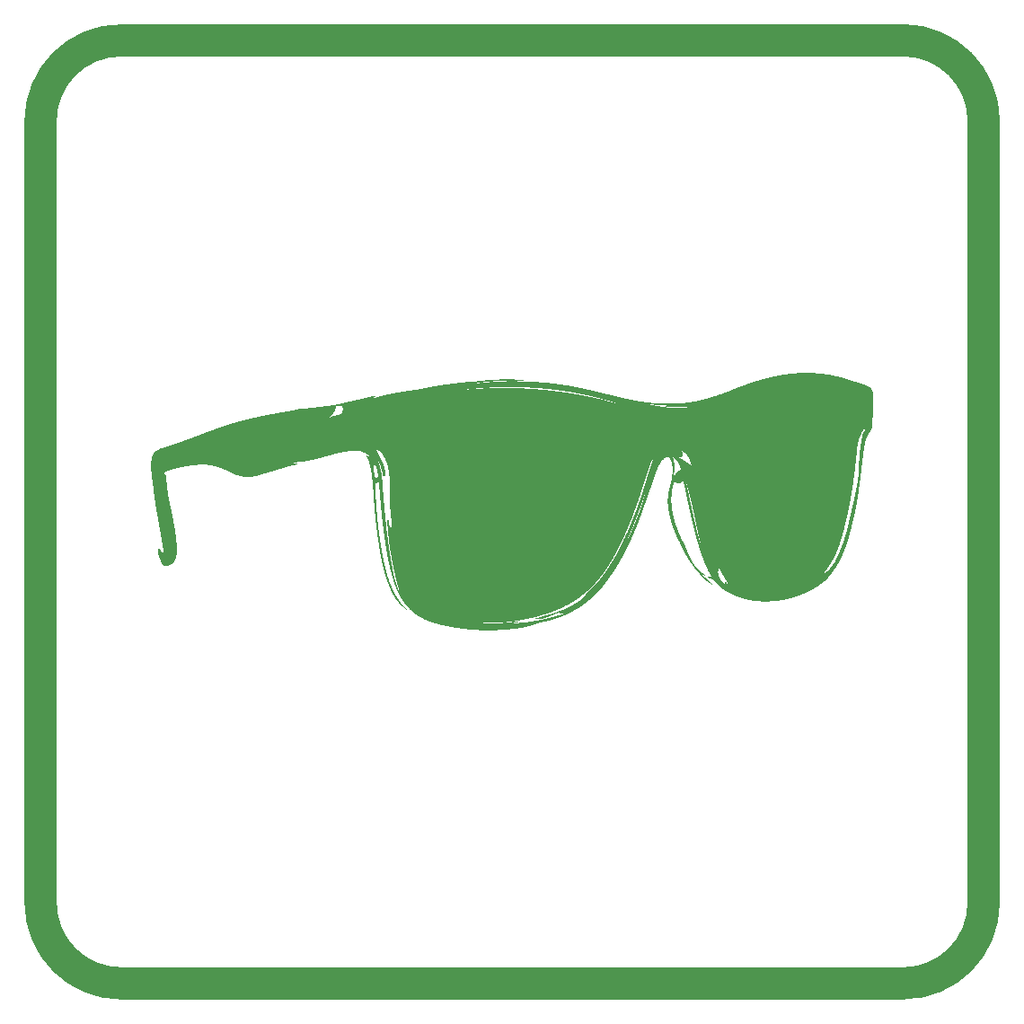
<source format=gbr>
%TF.GenerationSoftware,Altium Limited,Altium Designer,23.9.2 (47)*%
G04 Layer_Physical_Order=2*
G04 Layer_Color=16711680*
%FSLAX45Y45*%
%MOMM*%
%TF.SameCoordinates,EE3F77E1-D8C1-45B6-9A07-5DAD5638A5A6*%
%TF.FilePolarity,Positive*%
%TF.FileFunction,Copper,L2,Bot,Signal*%
%TF.Part,Single*%
G01*
G75*
%TA.AperFunction,NonConductor*%
%ADD10C,3.04800*%
G36*
X2816043Y1309025D02*
X2817186Y1308644D01*
X2836238Y1308263D01*
X2837381Y1307882D01*
X2838905Y1307501D01*
X2860053Y1306929D01*
X2862339Y1306548D01*
X2867673Y1306167D01*
X2869579Y1305786D01*
X2880248Y1305405D01*
X2886535Y1304834D01*
X2887678Y1304453D01*
X2890154Y1304643D01*
X2891679Y1304262D01*
X2895870Y1303881D01*
X2906158Y1303119D01*
X2908254Y1302547D01*
X2919875Y1301595D01*
X2923686Y1301214D01*
X2928258Y1300452D01*
X2932069Y1300071D01*
X2936260Y1299690D01*
X2942357Y1298927D01*
X2944452Y1298356D01*
X2951501Y1297784D01*
X2958360Y1296641D01*
X2962551Y1296260D01*
X2966362Y1295879D01*
X2968457Y1295308D01*
X2969982Y1294927D01*
X2974935Y1294546D01*
X2979507Y1293784D01*
X2981032Y1293402D01*
X2982175Y1293021D01*
X2987700Y1292450D01*
X2991320Y1291878D01*
X2992463Y1291497D01*
X2993987Y1291116D01*
X3001036Y1290164D01*
X3002941Y1289783D01*
X3004656Y1289211D01*
X3010752Y1288449D01*
X3011895Y1288068D01*
X3013420Y1287687D01*
X3016087Y1287306D01*
X3019707Y1286734D01*
X3021612Y1286353D01*
X3023707Y1285782D01*
X3026375Y1285401D01*
X3030757Y1284448D01*
X3032281Y1284067D01*
X3034186Y1283686D01*
X3036472Y1283305D01*
X3038377Y1282924D01*
X3039901Y1282543D01*
X3041997Y1281971D01*
X3047522Y1281019D01*
X3049999Y1280066D01*
X3054381Y1279495D01*
X3055905Y1279114D01*
X3057620Y1278542D01*
X3059144Y1278161D01*
X3062764Y1277590D01*
X3066003Y1276637D01*
X3067527Y1276256D01*
X3070766Y1275684D01*
X3072671Y1274922D01*
X3074195Y1274541D01*
X3078386Y1273779D01*
X3080863Y1272827D01*
X3083530Y1272446D01*
X3085626Y1271874D01*
X3088865Y1270921D01*
X3092866Y1269969D01*
X3096104Y1269016D01*
X3098962Y1268445D01*
X3101439Y1267492D01*
X3105821Y1266540D01*
X3107726Y1265777D01*
X3109822Y1265206D01*
X3112108Y1264825D01*
X3114775Y1263682D01*
X3117442Y1263300D01*
X3119919Y1262348D01*
X3122015Y1261776D01*
X3123539Y1261395D01*
X3128492Y1259871D01*
X3130017Y1259490D01*
X3132493Y1258538D01*
X3134208Y1257966D01*
X3137637Y1257204D01*
X3140304Y1256061D01*
X3142591Y1255680D01*
X3145258Y1254537D01*
X3146782Y1254156D01*
X3148878Y1253584D01*
X3150973Y1252631D01*
X3153450Y1252060D01*
X3155355Y1251298D01*
X3157070Y1250726D01*
X3158594Y1250345D01*
X3161071Y1249393D01*
X3162786Y1248821D01*
X3164881Y1248250D01*
X3168120Y1246916D01*
X3170406Y1246535D01*
X3173073Y1245392D01*
X3174598Y1245011D01*
X3177074Y1244058D01*
X3178789Y1243487D01*
X3180313Y1243106D01*
X3182409Y1242534D01*
X3184505Y1241581D01*
X3186791Y1241200D01*
X3189458Y1240057D01*
X3190982Y1239676D01*
X3193459Y1239105D01*
X3195173Y1238152D01*
X3196698Y1237771D01*
X3199365Y1237390D01*
X3202794Y1235866D01*
X3205652Y1235294D01*
X3207748Y1234342D01*
X3209272Y1233961D01*
X3211558Y1233580D01*
X3214225Y1232437D01*
X3216702Y1231865D01*
X3218798Y1230913D01*
X3220322Y1230531D01*
X3223751Y1229769D01*
X3226418Y1228626D01*
X3229086Y1228245D01*
X3232515Y1226721D01*
X3235182Y1226340D01*
X3237850Y1225197D01*
X3239374Y1224816D01*
X3241279Y1224435D01*
X3242041Y1223673D01*
X3247376Y1222530D01*
X3250043Y1221387D01*
X3252520Y1220815D01*
X3254425Y1220053D01*
X3256520Y1219481D01*
X3262617Y1217576D01*
X3264141Y1217195D01*
X3266808Y1216052D01*
X3269476Y1215671D01*
X3272905Y1214147D01*
X3275191Y1213766D01*
X3278620Y1212242D01*
X3280907Y1211861D01*
X3284336Y1210337D01*
X3286622Y1209956D01*
X3290051Y1208431D01*
X3292338Y1208050D01*
X3293100Y1207288D01*
X3294624Y1206907D01*
X3297101Y1206336D01*
X3298434Y1205764D01*
X3300339Y1205002D01*
X3302435Y1204431D01*
X3304531Y1203478D01*
X3307579Y1202716D01*
X3311008Y1201192D01*
X3312914Y1200811D01*
X3314819Y1199668D01*
X3318248Y1198906D01*
X3319010Y1198143D01*
X3322058Y1197381D01*
X3325488Y1195857D01*
X3327583Y1195286D01*
X3330060Y1193952D01*
X3332537Y1193381D01*
X3333108Y1192809D01*
X3335776Y1192047D01*
X3339967Y1190142D01*
X3341491Y1189761D01*
X3342253Y1188999D01*
X3345302Y1188237D01*
X3346064Y1187856D01*
X3347969Y1186712D01*
X3350064Y1186141D01*
X3352541Y1184807D01*
X3354065Y1184426D01*
X3356352Y1182902D01*
X3357876Y1182521D01*
X3359019Y1181378D01*
X3361496Y1180425D01*
X3362448Y1179473D01*
X3365115Y1177949D01*
X3369307Y1175281D01*
X3370069Y1174900D01*
X3371212Y1173757D01*
X3371974Y1173376D01*
X3373498Y1171852D01*
X3374260Y1171471D01*
X3375784Y1169947D01*
X3376546Y1169566D01*
X3381690Y1164422D01*
X3382071Y1163660D01*
X3383977Y1161755D01*
X3384358Y1160993D01*
X3385501Y1159849D01*
X3385882Y1159087D01*
X3387025Y1157944D01*
X3388549Y1155277D01*
X3389311Y1154515D01*
X3389692Y1152991D01*
X3390835Y1151848D01*
X3391216Y1150324D01*
X3392359Y1149180D01*
X3393121Y1146132D01*
X3393883Y1145370D01*
X3394646Y1143465D01*
X3395217Y1141369D01*
X3396170Y1139274D01*
X3396741Y1136797D01*
X3398075Y1132415D01*
X3398456Y1130891D01*
X3398837Y1127843D01*
X3399599Y1125937D01*
X3399980Y1119841D01*
X3400361Y1118317D01*
X3400742Y1111839D01*
X3401123Y1110696D01*
X3401695Y1097550D01*
X3402076Y1087643D01*
X3402457Y1074688D01*
X3402838Y1073164D01*
X3403028Y1055446D01*
X3402647Y1054303D01*
X3403219Y1053731D01*
X3403791Y1053540D01*
X3403600Y1017152D01*
X3403028Y1016961D01*
X3402647Y993337D01*
X3402266Y992194D01*
X3401885Y963235D01*
X3401504Y962092D01*
X3401695Y953900D01*
X3401314Y952376D01*
X3400933Y942850D01*
X3400552Y941326D01*
X3400171Y931038D01*
X3399790Y913891D01*
X3399408Y911986D01*
X3399027Y903603D01*
X3398456Y901507D01*
X3398646Y894839D01*
X3397884Y876168D01*
X3397313Y874073D01*
X3396360Y847210D01*
X3395979Y837303D01*
X3395598Y835398D01*
X3395408Y828730D01*
X3395789Y827586D01*
X3395408Y826443D01*
X3395027Y824919D01*
X3394646Y802819D01*
X3394265Y801676D01*
X3393883Y797866D01*
X3393121Y795961D01*
X3392550Y792341D01*
X3392169Y790817D01*
X3391407Y788911D01*
X3390645Y785863D01*
X3390073Y784530D01*
X3389311Y782624D01*
X3388930Y781100D01*
X3387406Y778814D01*
X3387025Y776528D01*
X3385882Y775385D01*
X3382833Y770050D01*
X3381690Y768907D01*
X3381309Y768145D01*
X3380166Y767002D01*
X3379785Y766240D01*
X3379023Y765478D01*
X3378642Y764716D01*
X3377880Y763954D01*
X3377499Y763192D01*
X3376356Y762048D01*
X3375213Y760143D01*
X3374451Y759381D01*
X3374070Y758619D01*
X3373308Y757857D01*
X3372927Y757095D01*
X3370450Y753475D01*
X3369497Y752522D01*
X3367973Y749855D01*
X3367211Y749093D01*
X3366830Y747950D01*
X3366068Y747188D01*
X3365687Y746426D01*
X3364544Y744521D01*
X3363020Y741853D01*
X3362258Y741091D01*
X3360733Y738424D01*
X3358828Y734995D01*
X3357304Y732327D01*
X3355018Y728136D01*
X3353113Y724707D01*
X3352351Y722802D01*
X3351208Y720896D01*
X3350827Y719753D01*
X3348921Y715562D01*
X3345492Y708322D01*
X3344539Y705846D01*
X3343968Y705274D01*
X3343587Y703750D01*
X3342634Y701273D01*
X3342063Y700702D01*
X3341301Y697653D01*
X3340158Y695748D01*
X3339395Y692700D01*
X3337871Y689271D01*
X3337490Y687365D01*
X3335966Y683936D01*
X3335395Y681840D01*
X3334442Y679745D01*
X3333870Y676887D01*
X3332918Y674791D01*
X3332537Y673267D01*
X3331775Y669838D01*
X3330632Y667170D01*
X3330251Y664503D01*
X3329108Y661836D01*
X3328536Y658597D01*
X3327202Y654215D01*
X3326821Y651548D01*
X3325297Y646595D01*
X3324726Y642975D01*
X3323964Y641070D01*
X3323583Y639164D01*
X3323201Y636116D01*
X3322820Y634592D01*
X3321868Y631353D01*
X3321487Y627543D01*
X3320915Y625066D01*
X3320344Y622970D01*
X3319772Y619732D01*
X3319391Y616683D01*
X3319010Y614397D01*
X3318629Y612873D01*
X3318058Y610777D01*
X3317676Y605824D01*
X3317295Y604681D01*
X3316914Y601632D01*
X3316533Y600489D01*
X3316152Y597822D01*
X3315771Y592869D01*
X3315009Y589820D01*
X3314247Y584486D01*
X3313676Y579342D01*
X3313104Y575722D01*
X3312723Y574579D01*
X3311770Y564862D01*
X3311389Y561814D01*
X3310818Y559718D01*
X3310437Y552479D01*
X3309675Y547906D01*
X3309103Y545430D01*
X3308722Y540476D01*
X3308341Y535904D01*
X3307198Y529045D01*
X3306817Y523711D01*
X3306436Y519900D01*
X3306055Y518376D01*
X3305483Y513232D01*
X3305102Y510565D01*
X3304531Y504659D01*
X3303959Y502563D01*
X3304340Y502182D01*
X3303578Y500277D01*
X3303007Y492466D01*
X3302626Y489417D01*
X3302054Y485798D01*
X3301673Y484654D01*
X3301101Y476462D01*
X3299958Y469604D01*
X3299577Y465412D01*
X3299196Y460840D01*
X3298815Y458554D01*
X3298434Y455505D01*
X3297863Y453410D01*
X3298053Y452457D01*
X3297291Y444074D01*
X3296910Y442550D01*
X3296529Y440264D01*
X3296148Y436835D01*
X3295767Y432262D01*
X3295386Y428071D01*
X3294814Y425975D01*
X3294052Y417592D01*
X3293671Y413782D01*
X3293290Y411114D01*
X3292909Y408828D01*
X3292528Y407685D01*
X3291576Y396826D01*
X3291195Y394920D01*
X3290814Y392634D01*
X3290432Y388824D01*
X3290051Y383870D01*
X3289670Y381584D01*
X3289289Y378536D01*
X3288718Y376440D01*
X3289099Y375678D01*
X3288718Y374535D01*
X3288146Y367486D01*
X3287384Y363676D01*
X3287003Y360246D01*
X3286622Y355293D01*
X3286241Y352245D01*
X3285860Y349958D01*
X3285479Y348053D01*
X3285098Y345005D01*
X3284717Y339670D01*
X3284336Y336241D01*
X3283955Y334717D01*
X3283574Y332431D01*
X3283193Y329001D01*
X3282812Y324429D01*
X3282431Y321381D01*
X3282050Y319095D01*
X3281669Y317570D01*
X3281288Y313760D01*
X3280907Y308807D01*
X3280526Y306520D01*
X3279764Y302329D01*
X3279382Y296995D01*
X3279001Y293184D01*
X3278620Y291660D01*
X3277668Y283849D01*
X3277287Y279276D01*
X3276906Y278133D01*
X3276334Y274894D01*
X3275953Y271846D01*
X3275572Y267655D01*
X3275191Y264607D01*
X3274429Y260415D01*
X3274048Y257367D01*
X3273667Y253175D01*
X3273286Y250127D01*
X3272905Y247841D01*
X3272524Y246317D01*
X3272143Y242506D01*
X3271762Y237934D01*
X3271381Y236410D01*
X3271000Y234123D01*
X3270428Y232028D01*
X3270809Y231266D01*
X3270428Y230123D01*
X3269857Y224598D01*
X3269476Y222311D01*
X3269095Y220787D01*
X3268713Y217739D01*
X3268332Y213548D01*
X3267951Y210499D01*
X3267570Y208975D01*
X3267189Y207070D01*
X3266618Y201926D01*
X3266237Y198116D01*
X3265665Y196020D01*
X3265284Y193734D01*
X3264713Y188590D01*
X3263760Y183065D01*
X3263379Y181160D01*
X3262998Y178111D01*
X3262617Y173920D01*
X3262045Y170300D01*
X3261283Y168395D01*
X3260712Y160965D01*
X3260140Y158869D01*
X3259759Y157345D01*
X3259378Y152391D01*
X3258997Y149724D01*
X3258616Y148200D01*
X3258235Y146295D01*
X3257854Y145152D01*
X3257282Y139627D01*
X3256711Y136007D01*
X3256330Y134864D01*
X3255758Y131244D01*
X3255377Y127053D01*
X3254996Y125529D01*
X3254425Y123433D01*
X3253853Y119813D01*
X3253472Y115622D01*
X3252710Y111811D01*
X3252329Y110287D01*
X3251948Y106858D01*
X3251186Y102666D01*
X3250614Y100571D01*
X3250043Y95808D01*
X3249471Y92188D01*
X3249090Y91045D01*
X3248328Y86472D01*
X3247757Y82091D01*
X3247185Y79995D01*
X3246804Y78471D01*
X3246232Y73708D01*
X3245851Y72183D01*
X3245470Y70278D01*
X3245089Y68754D01*
X3244708Y66849D01*
X3244327Y63039D01*
X3243184Y58466D01*
X3242803Y55037D01*
X3242422Y53132D01*
X3241660Y50083D01*
X3241279Y47797D01*
X3240517Y42844D01*
X3240136Y41320D01*
X3239564Y39224D01*
X3239183Y35413D01*
X3238802Y33889D01*
X3238421Y31603D01*
X3237659Y29698D01*
X3237278Y25888D01*
X3236897Y24363D01*
X3235754Y20172D01*
X3235182Y15409D01*
X3234801Y13885D01*
X3233849Y10646D01*
X3233277Y5883D01*
X3232896Y4359D01*
X3232324Y2644D01*
X3231943Y1120D01*
X3231372Y-2881D01*
X3230800Y-4976D01*
X3230419Y-6500D01*
X3230038Y-9168D01*
X3229657Y-10692D01*
X3229086Y-13168D01*
X3228705Y-14693D01*
X3228324Y-16598D01*
X3227561Y-20789D01*
X3226609Y-23266D01*
X3226037Y-28029D01*
X3225466Y-30125D01*
X3224704Y-32792D01*
X3224132Y-36412D01*
X3223180Y-39650D01*
X3222799Y-42318D01*
X3222417Y-43842D01*
X3221274Y-48033D01*
X3220893Y-49557D01*
X3220512Y-52606D01*
X3219750Y-54511D01*
X3218988Y-59083D01*
X3217464Y-64037D01*
X3216892Y-67656D01*
X3215559Y-72038D01*
X3214987Y-75658D01*
X3214606Y-77182D01*
X3213654Y-79659D01*
X3213273Y-83088D01*
X3212511Y-84994D01*
X3211749Y-88042D01*
X3211177Y-90900D01*
X3210224Y-94138D01*
X3209843Y-95663D01*
X3209462Y-98711D01*
X3208700Y-100616D01*
X3208319Y-102140D01*
X3207938Y-104808D01*
X3206986Y-107284D01*
X3206605Y-108809D01*
X3206224Y-111095D01*
X3205842Y-113000D01*
X3204890Y-115477D01*
X3204509Y-118144D01*
X3203937Y-121002D01*
X3202985Y-123478D01*
X3202604Y-126146D01*
X3202032Y-128241D01*
X3201080Y-131480D01*
X3200698Y-133004D01*
X3200317Y-135671D01*
X3199555Y-137577D01*
X3199174Y-139101D01*
X3198793Y-141768D01*
X3197269Y-146721D01*
X3196698Y-149960D01*
X3195936Y-151865D01*
X3195555Y-153390D01*
X3195173Y-155676D01*
X3193840Y-160058D01*
X3193459Y-161582D01*
X3193078Y-164249D01*
X3192316Y-166154D01*
X3191554Y-169203D01*
X3191173Y-171870D01*
X3190030Y-174537D01*
X3189458Y-177776D01*
X3189077Y-179300D01*
X3188124Y-181777D01*
X3187743Y-184825D01*
X3186981Y-186730D01*
X3186219Y-189397D01*
X3185838Y-192065D01*
X3184695Y-194732D01*
X3184314Y-197399D01*
X3182790Y-202353D01*
X3182409Y-203877D01*
X3182028Y-206163D01*
X3180885Y-208830D01*
X3180313Y-212450D01*
X3179551Y-214355D01*
X3178980Y-216070D01*
X3178408Y-218928D01*
X3177646Y-220833D01*
X3177074Y-222928D01*
X3176503Y-225786D01*
X3175550Y-228263D01*
X3175169Y-230930D01*
X3174217Y-233407D01*
X3173645Y-235122D01*
X3172692Y-239122D01*
X3171930Y-241028D01*
X3170787Y-245600D01*
X3169835Y-248077D01*
X3169263Y-251316D01*
X3168311Y-253411D01*
X3167929Y-254935D01*
X3167358Y-257031D01*
X3166024Y-261413D01*
X3165453Y-263509D01*
X3164500Y-265604D01*
X3164119Y-268272D01*
X3163167Y-270749D01*
X3162595Y-272463D01*
X3162214Y-273987D01*
X3161642Y-276083D01*
X3160690Y-278179D01*
X3160118Y-280656D01*
X3158785Y-285037D01*
X3157832Y-287514D01*
X3157261Y-289229D01*
X3156879Y-290753D01*
X3155927Y-293230D01*
X3155355Y-294944D01*
X3154974Y-296468D01*
X3154593Y-298374D01*
X3153450Y-301041D01*
X3152879Y-303518D01*
X3151545Y-306756D01*
X3150973Y-309233D01*
X3150021Y-310948D01*
X3149640Y-312472D01*
X3148687Y-314949D01*
X3147735Y-318187D01*
X3145829Y-323141D01*
X3145258Y-325237D01*
X3144305Y-327332D01*
X3143734Y-329809D01*
X3142400Y-333048D01*
X3142019Y-334572D01*
X3140495Y-338001D01*
X3140114Y-340288D01*
X3139352Y-341050D01*
X3138590Y-343717D01*
X3137447Y-346384D01*
X3136685Y-348289D01*
X3136304Y-350194D01*
X3135160Y-352100D01*
X3134589Y-354576D01*
X3133255Y-357053D01*
X3132684Y-359530D01*
X3131731Y-361244D01*
X3131350Y-362769D01*
X3130588Y-364674D01*
X3129445Y-367341D01*
X3127921Y-371151D01*
X3127540Y-372675D01*
X3127159Y-373438D01*
X3126016Y-375343D01*
X3125444Y-377438D01*
X3124110Y-380677D01*
X3123348Y-382582D01*
X3122205Y-385250D01*
X3121824Y-386774D01*
X3120300Y-389060D01*
X3119919Y-391346D01*
X3119157Y-392108D01*
X3118395Y-394013D01*
X3118014Y-395538D01*
X3117252Y-396300D01*
X3116490Y-398967D01*
X3114585Y-403158D01*
X3114204Y-403920D01*
X3113060Y-406588D01*
X3107345Y-419162D01*
X3106202Y-421067D01*
X3105821Y-422210D01*
X3105059Y-424115D01*
X3100105Y-434403D01*
X3099724Y-435547D01*
X3098962Y-436308D01*
X3098200Y-438213D01*
X3097819Y-439357D01*
X3097057Y-440119D01*
X3095914Y-443167D01*
X3095152Y-443929D01*
X3094199Y-446406D01*
X3090198Y-453836D01*
X3084864Y-464124D01*
X3084102Y-464886D01*
X3083530Y-466982D01*
X3082578Y-468316D01*
X3080672Y-471745D01*
X3079148Y-474412D01*
X3073433Y-484700D01*
X3071909Y-487367D01*
X3070003Y-490797D01*
X3069241Y-491559D01*
X3068860Y-493083D01*
X3067717Y-494226D01*
X3066955Y-496131D01*
X3066193Y-496893D01*
X3064288Y-500322D01*
X3062764Y-502990D01*
X3062002Y-503752D01*
X3061239Y-505657D01*
X3060477Y-506419D01*
X3058953Y-509086D01*
X3058191Y-509848D01*
X3057810Y-510991D01*
X3057048Y-511753D01*
X3055524Y-514421D01*
X3054762Y-515183D01*
X3053809Y-517660D01*
X3052476Y-518993D01*
X3052095Y-520136D01*
X3050951Y-521279D01*
X3049427Y-523947D01*
X3048284Y-525852D01*
X3047522Y-526614D01*
X3045998Y-529281D01*
X3044093Y-531948D01*
X3041426Y-536140D01*
X3041045Y-536902D01*
X3039901Y-538045D01*
X3038758Y-539950D01*
X3037996Y-540712D01*
X3036853Y-542617D01*
X3035329Y-545285D01*
X3034186Y-546428D01*
X3033805Y-547190D01*
X3032662Y-548333D01*
X3031519Y-550238D01*
X3023898Y-560907D01*
X3020278Y-565670D01*
X3019707Y-566242D01*
X3019135Y-567575D01*
X3018564Y-567766D01*
X3018182Y-568528D01*
X3016468Y-570623D01*
X3015134Y-572719D01*
X3014372Y-573481D01*
X3013991Y-574243D01*
X3012467Y-575767D01*
X3011324Y-577673D01*
X3010562Y-578435D01*
X3010181Y-579197D01*
X3008657Y-580721D01*
X3008276Y-581483D01*
X3007132Y-582626D01*
X3006751Y-583388D01*
X3005227Y-584912D01*
X3004846Y-585674D01*
X3003703Y-586817D01*
X3003322Y-587579D01*
X3001607Y-589675D01*
X3000655Y-591009D01*
X2997988Y-593676D01*
X2997607Y-594438D01*
X2996463Y-595581D01*
X2996082Y-596343D01*
X2994368Y-598439D01*
X2992653Y-600154D01*
X2992272Y-600916D01*
X2990367Y-602821D01*
X2989986Y-603583D01*
X2986938Y-606631D01*
X2986557Y-607394D01*
X2983508Y-610442D01*
X2983127Y-611204D01*
X2982365Y-611966D01*
X2982175Y-612538D01*
X2981603Y-612728D01*
X2981222Y-613490D01*
X2977793Y-616919D01*
X2977412Y-617681D01*
X2970934Y-624159D01*
X2970553Y-624921D01*
X2952835Y-642639D01*
X2952073Y-643020D01*
X2945595Y-649498D01*
X2944833Y-649879D01*
X2941404Y-653308D01*
X2940642Y-653689D01*
X2939118Y-655213D01*
X2938356Y-655594D01*
X2935307Y-658643D01*
X2934545Y-659024D01*
X2932640Y-660929D01*
X2931878Y-661310D01*
X2928830Y-664358D01*
X2928068Y-664739D01*
X2926925Y-665882D01*
X2926163Y-666263D01*
X2924067Y-667978D01*
X2923495Y-668550D01*
X2922924Y-668740D01*
X2922543Y-669502D01*
X2921209Y-670455D01*
X2920447Y-671217D01*
X2919685Y-671598D01*
X2918161Y-673122D01*
X2917399Y-673503D01*
X2915303Y-675218D01*
X2913969Y-676170D01*
X2913207Y-676932D01*
X2912445Y-677313D01*
X2910921Y-678838D01*
X2910159Y-679219D01*
X2909016Y-680362D01*
X2907111Y-681505D01*
X2906349Y-682267D01*
X2904634Y-683219D01*
X2904253Y-683982D01*
X2902157Y-685315D01*
X2894727Y-690840D01*
X2891488Y-692936D01*
X2890726Y-693698D01*
X2889964Y-694079D01*
X2889202Y-694841D01*
X2886535Y-696365D01*
X2885773Y-697127D01*
X2883867Y-698270D01*
X2883105Y-699032D01*
X2881200Y-700176D01*
X2877009Y-702843D01*
X2876247Y-703224D01*
X2875104Y-704367D01*
X2873960Y-704748D01*
X2871674Y-706272D01*
X2869960Y-707225D01*
X2869769Y-707796D01*
X2867864Y-708558D01*
X2867102Y-709320D01*
X2866340Y-709701D01*
X2863292Y-711607D01*
X2861386Y-712750D01*
X2857957Y-714655D01*
X2857195Y-715417D01*
X2855671Y-715798D01*
X2854528Y-716941D01*
X2851860Y-718465D01*
X2848431Y-720370D01*
X2845764Y-721895D01*
X2841573Y-724181D01*
X2838905Y-725705D01*
X2835476Y-727610D01*
X2829760Y-730277D01*
X2828998Y-730658D01*
X2828236Y-731420D01*
X2814900Y-738279D01*
X2790895Y-750091D01*
X2788990Y-750853D01*
X2788228Y-751615D01*
X2785751Y-752568D01*
X2783274Y-753901D01*
X2781369Y-754664D01*
X2778702Y-755807D01*
X2777940Y-756188D01*
X2777178Y-756950D01*
X2774510Y-757712D01*
X2773748Y-758093D01*
X2772986Y-758855D01*
X2769938Y-759998D01*
X2763079Y-763046D01*
X2754697Y-766857D01*
X2751267Y-768381D01*
X2748791Y-769333D01*
X2746695Y-770286D01*
X2744790Y-771048D01*
X2742122Y-772191D01*
X2737931Y-774096D01*
X2736407Y-774477D01*
X2735645Y-775239D01*
X2732978Y-776002D01*
X2729548Y-777526D01*
X2727072Y-778478D01*
X2726500Y-779050D01*
X2724404Y-779622D01*
X2722499Y-780384D01*
X2715069Y-783241D01*
X2713545Y-783622D01*
X2712782Y-784385D01*
X2709734Y-785147D01*
X2708972Y-785528D01*
X2706305Y-786671D01*
X2704781Y-787052D01*
X2701351Y-788576D01*
X2699256Y-789147D01*
X2697541Y-790100D01*
X2696017Y-790481D01*
X2693921Y-791053D01*
X2693350Y-791624D01*
X2691826Y-792005D01*
X2688206Y-793339D01*
X2686491Y-793910D01*
X2684967Y-794291D01*
X2682300Y-795435D01*
X2679251Y-796197D01*
X2676584Y-797340D01*
X2675060Y-797721D01*
X2673155Y-798483D01*
X2670488Y-799626D01*
X2668201Y-800007D01*
X2666296Y-800769D01*
X2663629Y-801531D01*
X2661152Y-802484D01*
X2657913Y-803436D01*
X2655437Y-804389D01*
X2651245Y-805532D01*
X2649340Y-806294D01*
X2647244Y-806866D01*
X2644958Y-807247D01*
X2642291Y-808390D01*
X2640767Y-808771D01*
X2638481Y-809152D01*
X2635813Y-810295D01*
X2633337Y-810866D01*
X2628955Y-812200D01*
X2624954Y-813153D01*
X2624382Y-813724D01*
X2621715Y-814105D01*
X2619238Y-814677D01*
X2616762Y-815629D01*
X2612380Y-816582D01*
X2609903Y-817535D01*
X2606283Y-818106D01*
X2604759Y-818487D01*
X2602282Y-819440D01*
X2598662Y-820011D01*
X2597138Y-820392D01*
X2593900Y-821345D01*
X2590661Y-821916D01*
X2588565Y-822488D01*
X2585517Y-823250D01*
X2582850Y-823631D01*
X2581325Y-824012D01*
X2579420Y-824774D01*
X2575610Y-825155D01*
X2574086Y-825536D01*
X2570275Y-826679D01*
X2566465Y-827060D01*
X2562274Y-828204D01*
X2560749Y-828585D01*
X2555987Y-829156D01*
X2552748Y-830109D01*
X2543793Y-831442D01*
X2540554Y-832395D01*
X2535220Y-832776D01*
X2534077Y-833157D01*
X2531791Y-833538D01*
X2530647Y-833919D01*
X2522455Y-834872D01*
X2520360Y-835443D01*
X2515978Y-836015D01*
X2511786Y-836396D01*
X2509500Y-836777D01*
X2506452Y-837158D01*
X2504356Y-837729D01*
X2497688Y-838301D01*
X2496354Y-838491D01*
X2495973Y-838110D01*
X2494830Y-838491D01*
X2493306Y-838873D01*
X2489686Y-839444D01*
X2482828Y-839825D01*
X2477874Y-840206D01*
X2476350Y-840587D01*
X2472540Y-840968D01*
X2467967Y-841349D01*
X2461490Y-841730D01*
X2455393Y-842111D01*
X2453869Y-842492D01*
X2451392Y-842683D01*
X2451011Y-842302D01*
X2449868Y-842683D01*
X2447201Y-843064D01*
X2432531Y-843635D01*
X2421862Y-844017D01*
X2419766Y-844588D01*
X2417480Y-844207D01*
X2416337Y-844588D01*
X2406240Y-844398D01*
X2404144Y-844969D01*
X2371375Y-844588D01*
X2370231Y-844207D01*
X2368707Y-844588D01*
X2360515Y-844398D01*
X2358419Y-844588D01*
X2357276Y-844207D01*
X2353466Y-843826D01*
X2337272Y-843254D01*
X2330413Y-842873D01*
X2328508Y-842492D01*
X2328318Y-842302D01*
X2327175Y-842683D01*
X2324126Y-842302D01*
X2322983Y-841921D01*
X2311743Y-841349D01*
X2304884Y-840587D01*
X2303360Y-840206D01*
X2298406Y-839825D01*
X2292310Y-839444D01*
X2290595Y-838873D01*
X2287547Y-838491D01*
X2286404Y-838110D01*
X2285642Y-838491D01*
X2284499Y-838110D01*
X2277831Y-837539D01*
X2275735Y-836967D01*
X2270400Y-836205D01*
X2265637Y-835634D01*
X2263351Y-835253D01*
X2261637Y-834681D01*
X2257826Y-834300D01*
X2252301Y-833348D01*
X2250205Y-832776D01*
X2245443Y-832204D01*
X2243537Y-831823D01*
X2241442Y-831252D01*
X2238774Y-830871D01*
X2232868Y-829537D01*
X2231344Y-829156D01*
X2228296Y-828775D01*
X2226391Y-828394D01*
X2224867Y-828013D01*
X2222771Y-827441D01*
X2221247Y-827060D01*
X2217246Y-826489D01*
X2214769Y-825536D01*
X2209816Y-824774D01*
X2207910Y-824012D01*
X2206386Y-823631D01*
X2203719Y-823250D01*
X2202195Y-822869D01*
X2199718Y-821916D01*
X2197813Y-821535D01*
X2195527Y-821154D01*
X2191145Y-819821D01*
X2187144Y-818868D01*
X2184667Y-817916D01*
X2181619Y-817535D01*
X2178952Y-816391D01*
X2177428Y-816010D01*
X2175141Y-815629D01*
X2172474Y-814486D01*
X2169807Y-814105D01*
X2166378Y-812581D01*
X2162377Y-811629D01*
X2160281Y-810676D01*
X2156280Y-809723D01*
X2154184Y-808771D01*
X2151898Y-808390D01*
X2149231Y-807247D01*
X2147707Y-806866D01*
X2142753Y-804960D01*
X2140658Y-804389D01*
X2138562Y-803436D01*
X2136085Y-802865D01*
X2133609Y-801531D01*
X2130751Y-800960D01*
X2130179Y-800388D01*
X2128274Y-799626D01*
X2126369Y-799245D01*
X2122940Y-797721D01*
X2121034Y-797340D01*
X2119129Y-796197D01*
X2117605Y-795816D01*
X2114176Y-794291D01*
X2112652Y-793910D01*
X2109222Y-792386D01*
X2106746Y-791434D01*
X2106174Y-790862D01*
X2103697Y-790291D01*
X2101221Y-788957D01*
X2098172Y-787814D01*
X2097410Y-787052D01*
X2094552Y-786480D01*
X2093600Y-785528D01*
X2092076Y-785147D01*
X2090171Y-784385D01*
X2089408Y-783622D01*
X2087313Y-783051D01*
X2085979Y-782479D01*
X2085217Y-781717D01*
X2083693Y-781336D01*
X2081788Y-780574D01*
X2079121Y-779431D01*
X2067308Y-773715D01*
X2054734Y-767238D01*
X2044446Y-761903D01*
X2037587Y-758093D01*
X2034920Y-756569D01*
X2030729Y-754283D01*
X2028062Y-752758D01*
X2021203Y-748948D01*
X2018536Y-747424D01*
X2017774Y-746662D01*
X2016249Y-746281D01*
X2015106Y-745138D01*
X2012630Y-744185D01*
X2011677Y-743233D01*
X2006343Y-740184D01*
X2005581Y-739422D01*
X2003675Y-738279D01*
X2001008Y-736755D01*
X2000246Y-735993D01*
X1994912Y-732945D01*
X1994149Y-732182D01*
X1992244Y-731039D01*
X1991482Y-730277D01*
X1989577Y-729134D01*
X1986910Y-727610D01*
X1985767Y-726467D01*
X1983862Y-725324D01*
X1983099Y-724562D01*
X1982337Y-724181D01*
X1976241Y-719608D01*
X1973574Y-717703D01*
X1971478Y-715989D01*
X1969192Y-714464D01*
X1968239Y-713512D01*
X1967477Y-713131D01*
X1965953Y-711607D01*
X1965191Y-711226D01*
X1963667Y-709701D01*
X1962905Y-709320D01*
X1961761Y-708177D01*
X1960999Y-707796D01*
X1960237Y-706653D01*
X1959475Y-706272D01*
X1957380Y-704557D01*
X1955665Y-702843D01*
X1954903Y-702462D01*
X1950330Y-697889D01*
X1949568Y-697508D01*
X1948235Y-696556D01*
X1947854Y-695794D01*
X1947282Y-695222D01*
X1946520Y-694841D01*
X1945568Y-693507D01*
X1944424Y-692745D01*
X1944043Y-691983D01*
X1943472Y-691412D01*
X1942710Y-691031D01*
X1941757Y-689697D01*
X1940614Y-688554D01*
X1940233Y-687792D01*
X1936423Y-683982D01*
X1936042Y-683219D01*
X1933374Y-680552D01*
X1932993Y-679790D01*
X1931469Y-678266D01*
X1931088Y-677504D01*
X1929945Y-676361D01*
X1929564Y-675599D01*
X1928040Y-674075D01*
X1927659Y-673313D01*
X1926516Y-672169D01*
X1926135Y-671407D01*
X1924420Y-669312D01*
X1922324Y-666454D01*
X1921943Y-665692D01*
X1920800Y-664549D01*
X1920419Y-663787D01*
X1919848Y-662834D01*
X1919276Y-662644D01*
X1918895Y-661882D01*
X1916990Y-659976D01*
X1916609Y-659214D01*
X1915085Y-657690D01*
X1914704Y-656928D01*
X1902320Y-644544D01*
X1901558Y-644163D01*
X1900034Y-642639D01*
X1899272Y-642258D01*
X1898129Y-641115D01*
X1897367Y-640734D01*
X1895271Y-639019D01*
X1892223Y-637114D01*
X1890127Y-635781D01*
X1880601Y-631208D01*
X1877172Y-629684D01*
X1874123Y-628922D01*
X1871456Y-627779D01*
X1868217Y-627207D01*
X1866693Y-626826D01*
X1864978Y-626255D01*
X1863454Y-625874D01*
X1856786Y-625302D01*
X1854690Y-624350D01*
X1852214Y-623778D01*
X1851261Y-622825D01*
X1850499Y-622444D01*
X1848403Y-620730D01*
X1847641Y-619968D01*
X1846117Y-616538D01*
X1845736Y-615014D01*
X1846117Y-613109D01*
X1847832Y-611394D01*
X1851833Y-610442D01*
X1857358Y-610251D01*
X1858501Y-610632D01*
X1860025Y-611013D01*
X1863645Y-611585D01*
X1866884Y-612538D01*
X1871837Y-612919D01*
X1876219Y-612347D01*
X1877553Y-611394D01*
X1877743Y-609680D01*
X1876981Y-608918D01*
X1876029Y-606441D01*
X1875076Y-605488D01*
X1874504Y-603392D01*
X1873552Y-602059D01*
X1872790Y-600154D01*
X1872409Y-599392D01*
X1871265Y-597486D01*
X1870884Y-595962D01*
X1869741Y-594819D01*
X1868979Y-592914D01*
X1868598Y-592152D01*
X1867836Y-591390D01*
X1867455Y-589866D01*
X1866312Y-587960D01*
X1865550Y-586055D01*
X1865169Y-585293D01*
X1862883Y-581483D01*
X1861740Y-578816D01*
X1861359Y-578054D01*
X1860596Y-577292D01*
X1859453Y-574243D01*
X1858691Y-573481D01*
X1857739Y-571004D01*
X1856786Y-570052D01*
X1855834Y-567575D01*
X1855262Y-567004D01*
X1854309Y-564527D01*
X1849927Y-556335D01*
X1848022Y-552905D01*
X1847260Y-551000D01*
X1846117Y-549095D01*
X1845355Y-547190D01*
X1844212Y-545285D01*
X1843831Y-544141D01*
X1840783Y-538426D01*
X1839258Y-534616D01*
X1834686Y-525090D01*
X1833924Y-523185D01*
X1833162Y-522422D01*
X1831828Y-518803D01*
X1831257Y-518231D01*
X1830876Y-516707D01*
X1830114Y-514802D01*
X1829352Y-514040D01*
X1828780Y-511944D01*
X1827446Y-509467D01*
X1826875Y-506991D01*
X1825922Y-506038D01*
X1825541Y-504514D01*
X1824779Y-502609D01*
X1823636Y-499941D01*
X1822683Y-497465D01*
X1821731Y-495369D01*
X1820207Y-491559D01*
X1819254Y-489082D01*
X1818683Y-488510D01*
X1818302Y-486986D01*
X1817349Y-484509D01*
X1816777Y-483938D01*
X1816015Y-480890D01*
X1814491Y-477460D01*
X1814110Y-475936D01*
X1812967Y-474031D01*
X1812586Y-472507D01*
X1811062Y-469078D01*
X1810681Y-467553D01*
X1809157Y-464124D01*
X1808204Y-461647D01*
X1807252Y-459552D01*
X1806680Y-457075D01*
X1805346Y-454598D01*
X1804775Y-452503D01*
X1803822Y-450407D01*
X1803441Y-448883D01*
X1801917Y-445453D01*
X1801536Y-443929D01*
X1800012Y-440500D01*
X1799440Y-438404D01*
X1798107Y-435165D01*
X1797726Y-433641D01*
X1796202Y-430212D01*
X1795630Y-428116D01*
X1794677Y-426020D01*
X1793915Y-422972D01*
X1793153Y-422210D01*
X1792391Y-419162D01*
X1790867Y-415732D01*
X1790296Y-413256D01*
X1788962Y-410779D01*
X1788390Y-407921D01*
X1787438Y-406207D01*
X1787057Y-404682D01*
X1786485Y-402587D01*
X1785914Y-402015D01*
X1785152Y-398967D01*
X1783627Y-395157D01*
X1783246Y-393632D01*
X1782294Y-391156D01*
X1781722Y-389441D01*
X1781341Y-387917D01*
X1779817Y-384488D01*
X1779436Y-382201D01*
X1777912Y-378772D01*
X1777531Y-376486D01*
X1776007Y-373057D01*
X1775626Y-370770D01*
X1774483Y-368103D01*
X1774102Y-366579D01*
X1773149Y-364102D01*
X1772577Y-362388D01*
X1772196Y-360863D01*
X1771244Y-358387D01*
X1770672Y-356672D01*
X1770101Y-354576D01*
X1769148Y-352481D01*
X1768767Y-350956D01*
X1768195Y-348861D01*
X1767243Y-346765D01*
X1766862Y-345241D01*
X1766481Y-342955D01*
X1765338Y-340288D01*
X1764957Y-338763D01*
X1764004Y-336287D01*
X1763433Y-334572D01*
X1762861Y-332095D01*
X1762099Y-330190D01*
X1761527Y-328475D01*
X1760956Y-325999D01*
X1760384Y-325427D01*
X1759622Y-322379D01*
X1759241Y-320093D01*
X1758098Y-317425D01*
X1757717Y-315901D01*
X1757145Y-313806D01*
X1756193Y-311710D01*
X1755621Y-308852D01*
X1754669Y-306756D01*
X1754288Y-305232D01*
X1753716Y-302375D01*
X1752764Y-300279D01*
X1752383Y-298755D01*
X1751620Y-295325D01*
X1750477Y-292658D01*
X1750096Y-289991D01*
X1748953Y-287324D01*
X1748572Y-285800D01*
X1748191Y-283894D01*
X1747048Y-281227D01*
X1746667Y-278560D01*
X1745524Y-275893D01*
X1745143Y-274368D01*
X1744381Y-270939D01*
X1743238Y-268272D01*
X1742857Y-265223D01*
X1741714Y-262556D01*
X1741333Y-261032D01*
X1740951Y-258746D01*
X1739808Y-256079D01*
X1739427Y-253411D01*
X1738475Y-250935D01*
X1737903Y-249220D01*
X1736951Y-245219D01*
X1736189Y-243314D01*
X1735807Y-241028D01*
X1735426Y-239504D01*
X1734664Y-237598D01*
X1734283Y-236074D01*
X1733521Y-232264D01*
X1732569Y-230168D01*
X1732188Y-228644D01*
X1731807Y-225977D01*
X1730664Y-223310D01*
X1730092Y-220071D01*
X1728758Y-215689D01*
X1727806Y-211688D01*
X1726853Y-208449D01*
X1726472Y-206925D01*
X1726091Y-205020D01*
X1725329Y-203115D01*
X1724948Y-201591D01*
X1724376Y-198733D01*
X1723043Y-194351D01*
X1722471Y-191493D01*
X1721519Y-189016D01*
X1720947Y-185397D01*
X1720566Y-183872D01*
X1719614Y-181396D01*
X1719232Y-178728D01*
X1717708Y-173775D01*
X1717137Y-170536D01*
X1716375Y-168631D01*
X1715994Y-167107D01*
X1715613Y-164821D01*
X1715232Y-162915D01*
X1714470Y-161010D01*
X1714089Y-159486D01*
X1713517Y-155866D01*
X1712755Y-153961D01*
X1711993Y-150913D01*
X1711612Y-148246D01*
X1710850Y-146340D01*
X1710469Y-144816D01*
X1710088Y-142149D01*
X1708563Y-137196D01*
X1707992Y-133957D01*
X1707230Y-132052D01*
X1706849Y-130527D01*
X1706468Y-128241D01*
X1706087Y-126336D01*
X1705325Y-124431D01*
X1704944Y-122526D01*
X1704182Y-118334D01*
X1703229Y-115858D01*
X1702276Y-110333D01*
X1701324Y-107856D01*
X1700752Y-104236D01*
X1699799Y-100997D01*
X1699418Y-99473D01*
X1698847Y-95853D01*
X1697894Y-93376D01*
X1697513Y-90709D01*
X1696751Y-87280D01*
X1695989Y-85375D01*
X1695037Y-79850D01*
X1694084Y-76611D01*
X1693703Y-73944D01*
X1693131Y-71467D01*
X1692179Y-68990D01*
X1691798Y-65180D01*
X1690845Y-62703D01*
X1690464Y-61179D01*
X1689702Y-56606D01*
X1689130Y-54511D01*
X1688368Y-51844D01*
X1687987Y-48414D01*
X1686844Y-45747D01*
X1685892Y-39841D01*
X1684939Y-36602D01*
X1684558Y-33935D01*
X1683986Y-31458D01*
X1683034Y-28219D01*
X1682653Y-25552D01*
X1682081Y-23456D01*
X1681700Y-21932D01*
X1681129Y-19837D01*
X1680557Y-16217D01*
X1680176Y-14693D01*
X1679605Y-12597D01*
X1679224Y-11073D01*
X1678652Y-7453D01*
X1677699Y-4214D01*
X1677318Y-2690D01*
X1676937Y739D01*
X1676556Y1882D01*
X1675794Y4550D01*
X1675413Y6074D01*
X1675032Y9503D01*
X1674270Y11408D01*
X1673889Y12932D01*
X1672936Y18457D01*
X1671984Y20934D01*
X1671412Y25316D01*
X1671031Y26840D01*
X1670460Y28936D01*
X1670079Y30460D01*
X1669698Y33889D01*
X1668936Y35795D01*
X1668555Y37319D01*
X1668174Y39986D01*
X1667221Y43987D01*
X1666649Y46082D01*
X1666268Y48750D01*
X1665887Y51036D01*
X1665506Y52179D01*
X1664744Y54846D01*
X1664363Y58657D01*
X1663411Y61133D01*
X1663030Y62657D01*
X1662267Y67611D01*
X1661696Y69707D01*
X1661315Y71231D01*
X1660934Y73898D01*
X1660553Y75422D01*
X1659981Y77899D01*
X1659410Y79995D01*
X1659029Y81519D01*
X1658648Y85329D01*
X1657505Y87997D01*
X1657124Y91807D01*
X1655980Y95998D01*
X1655218Y100571D01*
X1653694Y106667D01*
X1652932Y111621D01*
X1652170Y113526D01*
X1651408Y118860D01*
X1650265Y122671D01*
X1649503Y128005D01*
X1648741Y129910D01*
X1648360Y131435D01*
X1647407Y136960D01*
X1646836Y139055D01*
X1646455Y140579D01*
X1645883Y144580D01*
X1645502Y146104D01*
X1644549Y149343D01*
X1643978Y153725D01*
X1643406Y155821D01*
X1642644Y158869D01*
X1642073Y162489D01*
X1641501Y164585D01*
X1641120Y166109D01*
X1640739Y168776D01*
X1639786Y173158D01*
X1639215Y174873D01*
X1638834Y178683D01*
X1638453Y180207D01*
X1637310Y184017D01*
X1636929Y187828D01*
X1635786Y191638D01*
X1635405Y193162D01*
X1634452Y198687D01*
X1634071Y200211D01*
X1633499Y202307D01*
X1633118Y205736D01*
X1632737Y206879D01*
X1632166Y208975D01*
X1631785Y210880D01*
X1631023Y215453D01*
X1630451Y217167D01*
X1630070Y218692D01*
X1629117Y224598D01*
X1628165Y227836D01*
X1627212Y233361D01*
X1626641Y235457D01*
X1626260Y238124D01*
X1625879Y239648D01*
X1625498Y242316D01*
X1624736Y244221D01*
X1624355Y246888D01*
X1623783Y250127D01*
X1623402Y251651D01*
X1622830Y253747D01*
X1622449Y255271D01*
X1622068Y259082D01*
X1621306Y260987D01*
X1620925Y262511D01*
X1619973Y268417D01*
X1619020Y270894D01*
X1618067Y274894D01*
X1617496Y275466D01*
X1617115Y276990D01*
X1616162Y279467D01*
X1615591Y280038D01*
X1614067Y282706D01*
X1611971Y284801D01*
X1609875Y285373D01*
X1608161Y285944D01*
X1605493Y285563D01*
X1603588Y284801D01*
X1602064Y284420D01*
X1600921Y283277D01*
X1599397Y282896D01*
X1593300Y278324D01*
X1592538Y277562D01*
X1591776Y277181D01*
X1590252Y275657D01*
X1589490Y275276D01*
X1589109Y274513D01*
X1586442Y272989D01*
X1585679Y272227D01*
X1584155Y271846D01*
X1583012Y270703D01*
X1579392Y269369D01*
X1577678Y268798D01*
X1576154Y268417D01*
X1573105Y268036D01*
X1571962Y267655D01*
X1564723Y268036D01*
X1563579Y268417D01*
X1559769Y268798D01*
X1557864Y269941D01*
X1556340Y270322D01*
X1554435Y271465D01*
X1552529Y272227D01*
X1551767Y272608D01*
X1550624Y273751D01*
X1548719Y274894D01*
X1547957Y275657D01*
X1542623Y278705D01*
X1537669Y280991D01*
X1536145Y281372D01*
X1532525Y281563D01*
X1530239Y281182D01*
X1527952Y279657D01*
X1525285Y276990D01*
X1524142Y275085D01*
X1523761Y273942D01*
X1522999Y272037D01*
X1521856Y269369D01*
X1521284Y267274D01*
X1520332Y264035D01*
X1519951Y262511D01*
X1519570Y260225D01*
X1518808Y258319D01*
X1518427Y256795D01*
X1518046Y254128D01*
X1517093Y251651D01*
X1516521Y249556D01*
X1515950Y245555D01*
X1515378Y243840D01*
X1514616Y240792D01*
X1514045Y237553D01*
X1513664Y236029D01*
X1513092Y234314D01*
X1512711Y231647D01*
X1512330Y228598D01*
X1511568Y226693D01*
X1511187Y224026D01*
X1510806Y222502D01*
X1510425Y218692D01*
X1509663Y216786D01*
X1509091Y213167D01*
X1508710Y208975D01*
X1508139Y206879D01*
X1507758Y205355D01*
X1507186Y200973D01*
X1506805Y197163D01*
X1506424Y194877D01*
X1505852Y192781D01*
X1505281Y186113D01*
X1504900Y182684D01*
X1504138Y178111D01*
X1503757Y173920D01*
X1502995Y164013D01*
X1502614Y159441D01*
X1502233Y157535D01*
X1501852Y151439D01*
X1501470Y141913D01*
X1501089Y130863D01*
X1500899Y99047D01*
X1501280Y97903D01*
X1501661Y78471D01*
X1502042Y77328D01*
X1502423Y70469D01*
X1502804Y69326D01*
X1502423Y66658D01*
X1503185Y64753D01*
X1503757Y54656D01*
X1504138Y50464D01*
X1504900Y45892D01*
X1505662Y37509D01*
X1506043Y34461D01*
X1506424Y32175D01*
X1506805Y30270D01*
X1507186Y26459D01*
X1507567Y22268D01*
X1508139Y20172D01*
X1508710Y17314D01*
X1509091Y13504D01*
X1510044Y7217D01*
X1510806Y5312D01*
X1511187Y-23D01*
X1511568Y-1166D01*
X1512330Y-4214D01*
X1513283Y-10501D01*
X1513854Y-12597D01*
X1514235Y-14121D01*
X1514616Y-16788D01*
X1515188Y-20027D01*
X1516140Y-23266D01*
X1516712Y-26886D01*
X1517093Y-28791D01*
X1517664Y-30506D01*
X1518046Y-32030D01*
X1518808Y-36983D01*
X1519570Y-38888D01*
X1519951Y-40412D01*
X1520522Y-44032D01*
X1521284Y-45937D01*
X1521665Y-47462D01*
X1522427Y-51653D01*
X1523380Y-54130D01*
X1523952Y-57750D01*
X1524714Y-59655D01*
X1525285Y-61750D01*
X1525666Y-64418D01*
X1527000Y-68038D01*
X1527381Y-69943D01*
X1527762Y-72229D01*
X1528714Y-74325D01*
X1529096Y-75849D01*
X1529667Y-78706D01*
X1530620Y-80802D01*
X1531001Y-83469D01*
X1531382Y-84994D01*
X1532525Y-87661D01*
X1532906Y-89185D01*
X1533287Y-91471D01*
X1534430Y-94138D01*
X1535192Y-97568D01*
X1536335Y-100235D01*
X1537098Y-103665D01*
X1538241Y-106332D01*
X1538622Y-108618D01*
X1539765Y-111285D01*
X1540146Y-112809D01*
X1541479Y-116429D01*
X1542051Y-118525D01*
X1542432Y-120049D01*
X1543575Y-122716D01*
X1544337Y-125765D01*
X1545480Y-128432D01*
X1546242Y-131480D01*
X1547385Y-134147D01*
X1547957Y-136624D01*
X1548529Y-137196D01*
X1549291Y-139101D01*
X1549672Y-141768D01*
X1550434Y-142530D01*
X1551196Y-145197D01*
X1551577Y-146721D01*
X1552339Y-147484D01*
X1552910Y-149960D01*
X1553673Y-151865D01*
X1554625Y-154342D01*
X1555197Y-156438D01*
X1556530Y-159677D01*
X1557483Y-162153D01*
X1558435Y-164249D01*
X1558816Y-166154D01*
X1560341Y-169584D01*
X1560912Y-171679D01*
X1561484Y-172251D01*
X1562246Y-174918D01*
X1562627Y-176061D01*
X1563770Y-177966D01*
X1564151Y-179872D01*
X1565675Y-183301D01*
X1566056Y-184825D01*
X1566818Y-185587D01*
X1567580Y-187492D01*
X1567961Y-189397D01*
X1568723Y-190159D01*
X1569485Y-192065D01*
X1570057Y-194160D01*
X1570629Y-194732D01*
X1571772Y-197780D01*
X1572915Y-199685D01*
X1573296Y-201591D01*
X1574820Y-203877D01*
X1575201Y-205782D01*
X1576725Y-208068D01*
X1577106Y-209973D01*
X1577868Y-210735D01*
X1578630Y-213403D01*
X1579011Y-214165D01*
X1580154Y-216070D01*
X1580917Y-217975D01*
X1581679Y-218737D01*
X1582060Y-220261D01*
X1582822Y-222166D01*
X1583584Y-222928D01*
X1584727Y-225977D01*
X1585489Y-226739D01*
X1586060Y-229216D01*
X1587394Y-231311D01*
X1588347Y-233788D01*
X1589299Y-234741D01*
X1589871Y-236836D01*
X1591204Y-238932D01*
X1591776Y-241028D01*
X1592348Y-241599D01*
X1593110Y-243504D01*
X1611399Y-280846D01*
X1612161Y-282751D01*
X1612923Y-283513D01*
X1613876Y-285990D01*
X1615210Y-288467D01*
X1615591Y-289991D01*
X1616353Y-290753D01*
X1617496Y-293801D01*
X1618258Y-294563D01*
X1619401Y-297612D01*
X1620544Y-300279D01*
X1626260Y-312853D01*
X1626641Y-313996D01*
X1627403Y-314758D01*
X1627784Y-316282D01*
X1628736Y-318759D01*
X1629308Y-319331D01*
X1629689Y-320855D01*
X1631594Y-325046D01*
X1631975Y-326570D01*
X1633118Y-328475D01*
X1633499Y-330000D01*
X1635023Y-333429D01*
X1635405Y-334953D01*
X1636929Y-338382D01*
X1637881Y-340859D01*
X1638453Y-341431D01*
X1638834Y-342955D01*
X1639405Y-345050D01*
X1640358Y-346003D01*
X1640739Y-347527D01*
X1641311Y-349623D01*
X1641882Y-350194D01*
X1642644Y-352100D01*
X1643025Y-353624D01*
X1644168Y-354767D01*
X1644930Y-357815D01*
X1646074Y-359720D01*
X1646836Y-361625D01*
X1647979Y-364293D01*
X1649122Y-366198D01*
X1649884Y-368103D01*
X1650265Y-369627D01*
X1651027Y-370389D01*
X1651789Y-372294D01*
X1653694Y-376486D01*
X1659410Y-388298D01*
X1659791Y-389060D01*
X1660934Y-391727D01*
X1661315Y-392489D01*
X1662077Y-393251D01*
X1663030Y-395728D01*
X1664363Y-398205D01*
X1667793Y-405444D01*
X1668745Y-407921D01*
X1669698Y-408874D01*
X1670269Y-410969D01*
X1671222Y-412303D01*
X1671984Y-414208D01*
X1672365Y-415351D01*
X1673508Y-417257D01*
X1674270Y-419162D01*
X1675413Y-421829D01*
X1681129Y-434403D01*
X1681510Y-435547D01*
X1682653Y-437451D01*
X1683034Y-439738D01*
X1684558Y-442024D01*
X1684939Y-443929D01*
X1686463Y-446215D01*
X1686844Y-448502D01*
X1687987Y-449645D01*
X1688368Y-451169D01*
X1690274Y-455360D01*
X1690655Y-456122D01*
X1691798Y-458028D01*
X1692560Y-459933D01*
X1693322Y-460695D01*
X1694465Y-463743D01*
X1695227Y-464505D01*
X1696180Y-466982D01*
X1697132Y-467934D01*
X1698085Y-470411D01*
X1699037Y-471364D01*
X1699990Y-473841D01*
X1700943Y-474793D01*
X1701705Y-476698D01*
X1702467Y-477460D01*
X1705515Y-482795D01*
X1706277Y-483557D01*
X1707039Y-485462D01*
X1708182Y-486605D01*
X1709707Y-489272D01*
X1712374Y-493464D01*
X1712564Y-494035D01*
X1713326Y-494416D01*
X1715232Y-497465D01*
X1715803Y-498036D01*
X1716184Y-499179D01*
X1717708Y-500703D01*
X1718089Y-501466D01*
X1718851Y-502228D01*
X1719995Y-504133D01*
X1720757Y-504895D01*
X1721138Y-505657D01*
X1722852Y-507753D01*
X1723805Y-509086D01*
X1724567Y-509848D01*
X1724948Y-510610D01*
X1726663Y-512706D01*
X1727615Y-514040D01*
X1728758Y-515183D01*
X1729139Y-515945D01*
X1730664Y-517469D01*
X1731045Y-518231D01*
X1733712Y-520898D01*
X1734855Y-522804D01*
X1737522Y-525471D01*
X1737903Y-526233D01*
X1741333Y-529662D01*
X1741714Y-530424D01*
X1759051Y-547761D01*
X1759813Y-548142D01*
X1764385Y-552715D01*
X1765147Y-553096D01*
X1766671Y-554620D01*
X1767433Y-555001D01*
X1768958Y-556525D01*
X1769720Y-556906D01*
X1771244Y-558430D01*
X1772006Y-558811D01*
X1774673Y-561479D01*
X1775435Y-561860D01*
X1776959Y-563384D01*
X1777721Y-563765D01*
X1778864Y-564908D01*
X1779627Y-565289D01*
X1781722Y-567004D01*
X1784008Y-568909D01*
X1786104Y-570242D01*
X1786866Y-571004D01*
X1788771Y-572148D01*
X1789533Y-572910D01*
X1790296Y-573291D01*
X1791439Y-574434D01*
X1793344Y-575577D01*
X1794106Y-576339D01*
X1796011Y-577482D01*
X1796773Y-578244D01*
X1798107Y-578816D01*
X1798488Y-579578D01*
X1801536Y-581483D01*
X1803632Y-582817D01*
X1804394Y-583579D01*
X1805156Y-583960D01*
X1806680Y-585484D01*
X1808585Y-586627D01*
X1811252Y-589294D01*
X1812014Y-589675D01*
X1817349Y-595010D01*
X1818111Y-595391D01*
X1820207Y-597486D01*
X1819064Y-599392D01*
X1816587Y-600344D01*
X1810871Y-599963D01*
X1808585Y-598439D01*
X1806680Y-597296D01*
X1804013Y-595772D01*
X1803251Y-595010D01*
X1799440Y-593867D01*
X1795630Y-594248D01*
X1794296Y-595200D01*
X1794677Y-596724D01*
X1795249Y-597296D01*
X1796011Y-597677D01*
X1796773Y-598439D01*
X1797535Y-598820D01*
X1798107Y-599392D01*
X1798488Y-600154D01*
X1799631Y-600916D01*
X1800012Y-601678D01*
X1801536Y-602440D01*
X1801917Y-603202D01*
X1802489Y-603773D01*
X1803251Y-604154D01*
X1804394Y-605679D01*
X1805156Y-606060D01*
X1806680Y-607584D01*
X1807442Y-607965D01*
X1807823Y-608727D01*
X1808585Y-609108D01*
X1810490Y-611013D01*
X1811252Y-611394D01*
X1814682Y-614824D01*
X1815444Y-615205D01*
X1817349Y-617110D01*
X1817921Y-617300D01*
X1818302Y-618063D01*
X1818873Y-618634D01*
X1819635Y-619015D01*
X1823065Y-622444D01*
X1823827Y-622825D01*
X1824208Y-623588D01*
X1824970Y-623969D01*
X1826875Y-625874D01*
X1827446Y-626064D01*
X1827827Y-626826D01*
X1828399Y-627398D01*
X1830304Y-628541D01*
X1833352Y-631589D01*
X1834115Y-631970D01*
X1838687Y-636543D01*
X1839449Y-636924D01*
X1842878Y-640353D01*
X1843640Y-640734D01*
X1846689Y-643782D01*
X1847451Y-644163D01*
X1848975Y-645688D01*
X1849737Y-646069D01*
X1853166Y-649498D01*
X1853928Y-649879D01*
X1857358Y-653308D01*
X1858120Y-653689D01*
X1861549Y-657119D01*
X1862311Y-657500D01*
X1865359Y-660548D01*
X1866121Y-660929D01*
X1868027Y-662834D01*
X1868789Y-663215D01*
X1869551Y-664358D01*
X1870313Y-664739D01*
X1871456Y-665882D01*
X1872218Y-666263D01*
X1873171Y-667216D01*
X1873361Y-667788D01*
X1874123Y-668169D01*
X1877172Y-671217D01*
X1877934Y-671598D01*
X1878886Y-672551D01*
X1879077Y-673122D01*
X1879839Y-673503D01*
X1881363Y-675027D01*
X1882125Y-675408D01*
X1885554Y-678838D01*
X1886317Y-679219D01*
X1887269Y-679790D01*
X1887650Y-680552D01*
X1888793Y-681314D01*
X1889174Y-682076D01*
X1891080Y-683219D01*
X1890698Y-683982D01*
X1888984Y-684172D01*
X1886317Y-683029D01*
X1881744Y-681886D01*
X1880982Y-681124D01*
X1878505Y-680552D01*
X1874504Y-678838D01*
X1870313Y-676932D01*
X1868408Y-675789D01*
X1865740Y-674265D01*
X1862311Y-672360D01*
X1861549Y-671598D01*
X1860406Y-671217D01*
X1859263Y-670074D01*
X1856596Y-668550D01*
X1851261Y-664739D01*
X1849165Y-663025D01*
X1848594Y-662453D01*
X1847832Y-662072D01*
X1846308Y-660548D01*
X1845546Y-660167D01*
X1844402Y-659024D01*
X1843640Y-658643D01*
X1842116Y-657119D01*
X1841354Y-656738D01*
X1839830Y-655213D01*
X1839068Y-654832D01*
X1835258Y-651022D01*
X1834496Y-650641D01*
X1829161Y-645307D01*
X1828399Y-644925D01*
X1822683Y-639210D01*
X1821921Y-638829D01*
X1819826Y-637114D01*
X1814301Y-631589D01*
X1813539Y-631208D01*
X1802870Y-620539D01*
X1802108Y-620158D01*
X1788962Y-607012D01*
X1788581Y-606250D01*
X1777912Y-595581D01*
X1777531Y-594819D01*
X1771053Y-588342D01*
X1770672Y-587579D01*
X1768958Y-585484D01*
X1765338Y-581864D01*
X1764957Y-581102D01*
X1761146Y-577292D01*
X1760765Y-576529D01*
X1757717Y-573481D01*
X1757336Y-572719D01*
X1754288Y-569671D01*
X1753145Y-567766D01*
X1750477Y-565098D01*
X1750096Y-564336D01*
X1747048Y-561288D01*
X1746667Y-560526D01*
X1744762Y-558621D01*
X1744381Y-557859D01*
X1743238Y-556716D01*
X1742857Y-555954D01*
X1740951Y-554048D01*
X1740570Y-553286D01*
X1739427Y-552143D01*
X1739046Y-551381D01*
X1737522Y-549857D01*
X1737141Y-549095D01*
X1735998Y-548333D01*
X1734855Y-546428D01*
X1733712Y-545285D01*
X1733331Y-544523D01*
X1731807Y-542998D01*
X1731426Y-542236D01*
X1730282Y-541093D01*
X1729901Y-540331D01*
X1728758Y-539188D01*
X1728377Y-538426D01*
X1726853Y-536902D01*
X1726472Y-536140D01*
X1725329Y-534997D01*
X1724948Y-534235D01*
X1723233Y-532139D01*
X1722662Y-531567D01*
X1722281Y-530805D01*
X1721138Y-529662D01*
X1720757Y-528900D01*
X1719614Y-527757D01*
X1719232Y-526995D01*
X1716565Y-523566D01*
X1715803Y-522804D01*
X1715422Y-522041D01*
X1714279Y-520898D01*
X1713898Y-520136D01*
X1710278Y-515373D01*
X1709707Y-514802D01*
X1709516Y-514230D01*
X1708945Y-514040D01*
X1708563Y-513278D01*
X1706658Y-510610D01*
X1706277Y-509848D01*
X1705134Y-508705D01*
X1704753Y-507943D01*
X1703038Y-505847D01*
X1701514Y-503561D01*
X1700943Y-502990D01*
X1700562Y-502228D01*
X1699799Y-501466D01*
X1699418Y-500703D01*
X1697704Y-498608D01*
X1696370Y-496512D01*
X1688749Y-485843D01*
X1685511Y-481080D01*
X1684939Y-480509D01*
X1683796Y-478603D01*
X1681319Y-474984D01*
X1679986Y-472888D01*
X1678080Y-470221D01*
X1676556Y-467553D01*
X1675794Y-466791D01*
X1674651Y-464886D01*
X1673889Y-464124D01*
X1672365Y-461457D01*
X1671031Y-458980D01*
X1670460Y-458790D01*
X1667411Y-453455D01*
X1666649Y-452693D01*
X1665125Y-450026D01*
X1662458Y-445834D01*
X1662077Y-445072D01*
X1661315Y-444310D01*
X1659791Y-441643D01*
X1657886Y-438213D01*
X1655218Y-434022D01*
X1654837Y-433260D01*
X1654075Y-432498D01*
X1653313Y-430593D01*
X1652932Y-429831D01*
X1651789Y-428688D01*
X1651408Y-427163D01*
X1650265Y-426020D01*
X1649503Y-424115D01*
X1648741Y-423353D01*
X1648360Y-422591D01*
X1645692Y-417638D01*
X1644549Y-416495D01*
X1643978Y-414399D01*
X1642644Y-413065D01*
X1642263Y-411541D01*
X1641501Y-410779D01*
X1641120Y-410017D01*
X1638072Y-404301D01*
X1634261Y-397443D01*
X1633499Y-396681D01*
X1633118Y-394776D01*
X1631975Y-393632D01*
X1631213Y-391727D01*
X1630832Y-390965D01*
X1630070Y-390203D01*
X1629689Y-388679D01*
X1627784Y-386012D01*
X1627403Y-384488D01*
X1626260Y-383344D01*
X1625879Y-381820D01*
X1624355Y-379534D01*
X1623973Y-378010D01*
X1622830Y-376867D01*
X1621878Y-374390D01*
X1621306Y-373819D01*
X1619401Y-370389D01*
X1618639Y-368484D01*
X1617496Y-366579D01*
X1615972Y-363912D01*
X1614829Y-361244D01*
X1614448Y-360482D01*
X1613686Y-359720D01*
X1609494Y-350956D01*
X1609113Y-350194D01*
X1607970Y-349051D01*
X1607589Y-347527D01*
X1606065Y-345241D01*
X1605684Y-343717D01*
X1604160Y-341431D01*
X1603779Y-340288D01*
X1603017Y-339525D01*
X1602254Y-337620D01*
X1595777Y-325046D01*
X1593872Y-321617D01*
X1593110Y-319712D01*
X1591967Y-317806D01*
X1591204Y-315901D01*
X1590061Y-313996D01*
X1589299Y-312091D01*
X1588156Y-310186D01*
X1587775Y-309043D01*
X1586251Y-306375D01*
X1585870Y-305232D01*
X1584727Y-303327D01*
X1583965Y-301422D01*
X1582822Y-299517D01*
X1582060Y-297612D01*
X1580917Y-295706D01*
X1580154Y-293801D01*
X1578630Y-290372D01*
X1567580Y-267510D01*
X1563770Y-259127D01*
X1563389Y-258365D01*
X1562246Y-256460D01*
X1561674Y-254364D01*
X1561103Y-253792D01*
X1560722Y-253030D01*
X1560341Y-251887D01*
X1559579Y-249982D01*
X1556530Y-243504D01*
X1555768Y-241599D01*
X1554625Y-238932D01*
X1550815Y-230549D01*
X1550434Y-229787D01*
X1549291Y-227120D01*
X1548529Y-225215D01*
X1547385Y-222547D01*
X1545861Y-219118D01*
X1545099Y-217213D01*
X1543956Y-214546D01*
X1543004Y-212069D01*
X1542432Y-211497D01*
X1542051Y-209973D01*
X1541289Y-208068D01*
X1540146Y-205401D01*
X1538241Y-201209D01*
X1537669Y-199114D01*
X1537098Y-198542D01*
X1535764Y-194922D01*
X1534811Y-192827D01*
X1534240Y-190731D01*
X1532906Y-188254D01*
X1532525Y-186349D01*
X1531382Y-184444D01*
X1531001Y-182920D01*
X1529477Y-179109D01*
X1528333Y-176061D01*
X1527190Y-173394D01*
X1526809Y-171489D01*
X1526047Y-170727D01*
X1525285Y-167678D01*
X1524904Y-166916D01*
X1523761Y-164249D01*
X1523380Y-162725D01*
X1521856Y-159296D01*
X1521284Y-157200D01*
X1520332Y-155104D01*
X1519951Y-153580D01*
X1518427Y-149770D01*
X1517093Y-146150D01*
X1516521Y-144054D01*
X1515569Y-141578D01*
X1514616Y-139482D01*
X1514235Y-137196D01*
X1513092Y-134528D01*
X1512711Y-133004D01*
X1511758Y-130527D01*
X1510806Y-127289D01*
X1509853Y-124812D01*
X1508901Y-121573D01*
X1507948Y-119096D01*
X1506995Y-115858D01*
X1506614Y-114334D01*
X1505471Y-111666D01*
X1504900Y-109571D01*
X1503566Y-105189D01*
X1502614Y-102712D01*
X1502042Y-100616D01*
X1501661Y-99092D01*
X1501089Y-96996D01*
X1500137Y-94900D01*
X1499756Y-92233D01*
X1498803Y-89757D01*
X1498232Y-88042D01*
X1497660Y-85565D01*
X1496517Y-82517D01*
X1496136Y-80231D01*
X1495755Y-78706D01*
X1494802Y-76230D01*
X1494421Y-73563D01*
X1493469Y-71086D01*
X1492897Y-69371D01*
X1492516Y-66704D01*
X1492135Y-65180D01*
X1491754Y-64418D01*
X1490992Y-62513D01*
X1490420Y-58893D01*
X1489087Y-54511D01*
X1488515Y-51272D01*
X1487182Y-46890D01*
X1486610Y-43651D01*
X1485848Y-41746D01*
X1485467Y-40222D01*
X1485086Y-37174D01*
X1484705Y-35650D01*
X1484133Y-33935D01*
X1483752Y-32411D01*
X1483371Y-29743D01*
X1482990Y-28219D01*
X1482228Y-25552D01*
X1481847Y-24028D01*
X1480895Y-18503D01*
X1479942Y-15264D01*
X1478989Y-9739D01*
X1478227Y-6691D01*
X1477656Y-1547D01*
X1476513Y2263D01*
X1476132Y3788D01*
X1475751Y8360D01*
X1474989Y10265D01*
X1474417Y14266D01*
X1474036Y18457D01*
X1473655Y19982D01*
X1473083Y22077D01*
X1472512Y26459D01*
X1472131Y31794D01*
X1471559Y33889D01*
X1470988Y36747D01*
X1470607Y42844D01*
X1470226Y47035D01*
X1469654Y49131D01*
X1469083Y56180D01*
X1468320Y69135D01*
X1467939Y70659D01*
X1467558Y77899D01*
X1467177Y90854D01*
X1466987Y111240D01*
X1467368Y112383D01*
X1467749Y132197D01*
X1468511Y134102D01*
X1469083Y146104D01*
X1469464Y150296D01*
X1469845Y153344D01*
X1470226Y155249D01*
X1470607Y159441D01*
X1470988Y164013D01*
X1471369Y166299D01*
X1472131Y170491D01*
X1472512Y174682D01*
X1472893Y178111D01*
X1473274Y179635D01*
X1473845Y181731D01*
X1474226Y185542D01*
X1474989Y190114D01*
X1475751Y192781D01*
X1476132Y194305D01*
X1476513Y198497D01*
X1476894Y199640D01*
X1477656Y201545D01*
X1478227Y205927D01*
X1478608Y207451D01*
X1479561Y210690D01*
X1480133Y214310D01*
X1480514Y215834D01*
X1481466Y219073D01*
X1482038Y222311D01*
X1482990Y224407D01*
X1483371Y227074D01*
X1483752Y228598D01*
X1484324Y230694D01*
X1485276Y233171D01*
X1485658Y235838D01*
X1486420Y237743D01*
X1487182Y240411D01*
X1487753Y242506D01*
X1488706Y244983D01*
X1489277Y248222D01*
X1490039Y250127D01*
X1490611Y251842D01*
X1491183Y254700D01*
X1492516Y259082D01*
X1493469Y263082D01*
X1494040Y264797D01*
X1494421Y266321D01*
X1494802Y269369D01*
X1495945Y272037D01*
X1496517Y275657D01*
X1497470Y278895D01*
X1497851Y280419D01*
X1498232Y283087D01*
X1498613Y285373D01*
X1499756Y288040D01*
X1500137Y292613D01*
X1500899Y294518D01*
X1501470Y296995D01*
X1502042Y302138D01*
X1502423Y303663D01*
X1503185Y305568D01*
X1503566Y309378D01*
X1504138Y312617D01*
X1504519Y314522D01*
X1504900Y316046D01*
X1505281Y318332D01*
X1505662Y322143D01*
X1506043Y323667D01*
X1506614Y327287D01*
X1506995Y328430D01*
X1507567Y335479D01*
X1508710Y342338D01*
X1509091Y348815D01*
X1509472Y352626D01*
X1509853Y354531D01*
X1510234Y358722D01*
X1510615Y363676D01*
X1510996Y371296D01*
X1511377Y380060D01*
X1511949Y381775D01*
X1511758Y383870D01*
X1511949Y393968D01*
X1511568Y395111D01*
X1511949Y396254D01*
X1512330Y400064D01*
X1511949Y408447D01*
X1511568Y409590D01*
X1511949Y410733D01*
X1511568Y421784D01*
X1511187Y422927D01*
X1510615Y433405D01*
X1509853Y437978D01*
X1509472Y439502D01*
X1509091Y442550D01*
X1508710Y444836D01*
X1508329Y446742D01*
X1507758Y448837D01*
X1507377Y451504D01*
X1506995Y453029D01*
X1506424Y455124D01*
X1505471Y458363D01*
X1504709Y461792D01*
X1503566Y464460D01*
X1503185Y466746D01*
X1501661Y470175D01*
X1501280Y472461D01*
X1500518Y473223D01*
X1499756Y475891D01*
X1498232Y479320D01*
X1497851Y480844D01*
X1497470Y481606D01*
X1496708Y482368D01*
X1495755Y484845D01*
X1494802Y486941D01*
X1493850Y489417D01*
X1492897Y490370D01*
X1492326Y492466D01*
X1491373Y493418D01*
X1490611Y495323D01*
X1490230Y496086D01*
X1489468Y496848D01*
X1488706Y498753D01*
X1488325Y499515D01*
X1487563Y500277D01*
X1486039Y502944D01*
X1485276Y503706D01*
X1484895Y504849D01*
X1483752Y505992D01*
X1482609Y507898D01*
X1481847Y508660D01*
X1481466Y509422D01*
X1480895Y509993D01*
X1480133Y510374D01*
X1479180Y511708D01*
X1478418Y512089D01*
X1478037Y512851D01*
X1477084Y513804D01*
X1476322Y514185D01*
X1475941Y514947D01*
X1473274Y516471D01*
X1468320Y518757D01*
X1465653Y519138D01*
X1462224Y519519D01*
X1461081Y519138D01*
X1456508Y518757D01*
X1453079Y517233D01*
X1451174Y516471D01*
X1450412Y515709D01*
X1448888Y515328D01*
X1446220Y513423D01*
X1445458Y513042D01*
X1444315Y511898D01*
X1442410Y510755D01*
X1438981Y508088D01*
X1436885Y506373D01*
X1434789Y504278D01*
X1434027Y503897D01*
X1432884Y502754D01*
X1432122Y502373D01*
X1431360Y501230D01*
X1430598Y500848D01*
X1428502Y499134D01*
X1417833Y488465D01*
X1417452Y487703D01*
X1415547Y485798D01*
X1415166Y485036D01*
X1412118Y481987D01*
X1411737Y481225D01*
X1410213Y479701D01*
X1409832Y478939D01*
X1409260Y478367D01*
X1408688Y478177D01*
X1408307Y477415D01*
X1406593Y475319D01*
X1405640Y473986D01*
X1404878Y473223D01*
X1404497Y472461D01*
X1403354Y471318D01*
X1402973Y470556D01*
X1401258Y468460D01*
X1400306Y467127D01*
X1398782Y464841D01*
X1398591Y464269D01*
X1398019Y464079D01*
X1397638Y463317D01*
X1394400Y458554D01*
X1393828Y457982D01*
X1393447Y456839D01*
X1392685Y456077D01*
X1392304Y455315D01*
X1389637Y451123D01*
X1389256Y450361D01*
X1388494Y449599D01*
X1388113Y448075D01*
X1386969Y446932D01*
X1383921Y441216D01*
X1382016Y437787D01*
X1375538Y424451D01*
X1373633Y420260D01*
X1373252Y418735D01*
X1372490Y417973D01*
X1371157Y414354D01*
X1370585Y413782D01*
X1370204Y412258D01*
X1369251Y409781D01*
X1368299Y407685D01*
X1367727Y405589D01*
X1366394Y402351D01*
X1366013Y400446D01*
X1365250Y399683D01*
X1364488Y396635D01*
X1362964Y393206D01*
X1362202Y390158D01*
X1361059Y387490D01*
X1360678Y385966D01*
X1359154Y382537D01*
X1358773Y380251D01*
X1357630Y378345D01*
X1357248Y376821D01*
X1356677Y374726D01*
X1356105Y374154D01*
X1355343Y371106D01*
X1353819Y367295D01*
X1353438Y365771D01*
X1351914Y361961D01*
X1351152Y358913D01*
X1350390Y358151D01*
X1349818Y355674D01*
X1349056Y353769D01*
X1348485Y353197D01*
X1347913Y349958D01*
X1346580Y347482D01*
X1346008Y345005D01*
X1345246Y343100D01*
X1344293Y340623D01*
X1343722Y338527D01*
X1342769Y336051D01*
X1342388Y334526D01*
X1340864Y331097D01*
X1340292Y328239D01*
X1339721Y327668D01*
X1338959Y325763D01*
X1338578Y323476D01*
X1337054Y320047D01*
X1336482Y317951D01*
X1335529Y315856D01*
X1334958Y313379D01*
X1333624Y310140D01*
X1333243Y308616D01*
X1332100Y305949D01*
X1331719Y304425D01*
X1330767Y301948D01*
X1330195Y301376D01*
X1329814Y298709D01*
X1329052Y296804D01*
X1327909Y294137D01*
X1327528Y292232D01*
X1326385Y289564D01*
X1326004Y288040D01*
X1325623Y286897D01*
X1324479Y284230D01*
X1324098Y282706D01*
X1322955Y280038D01*
X1322574Y278514D01*
X1320669Y273561D01*
X1320288Y271275D01*
X1318764Y267845D01*
X1318192Y265750D01*
X1317621Y265178D01*
X1316478Y260606D01*
X1315335Y257938D01*
X1314954Y256414D01*
X1313429Y252985D01*
X1313048Y250699D01*
X1311905Y248794D01*
X1311524Y247269D01*
X1310953Y245173D01*
X1310000Y243078D01*
X1309429Y240982D01*
X1308667Y239077D01*
X1307714Y236600D01*
X1307333Y234314D01*
X1305809Y230885D01*
X1305428Y229361D01*
X1304285Y226693D01*
X1303713Y224217D01*
X1302760Y222502D01*
X1302379Y220978D01*
X1301808Y218882D01*
X1301236Y218311D01*
X1300093Y213738D01*
X1299331Y212976D01*
X1298569Y209928D01*
X1297617Y207451D01*
X1297045Y205736D01*
X1296473Y203641D01*
X1295140Y200402D01*
X1294568Y198306D01*
X1293616Y196211D01*
X1292854Y193162D01*
X1291329Y189733D01*
X1290948Y187447D01*
X1289424Y184017D01*
X1289043Y182493D01*
X1287900Y179826D01*
X1287329Y177349D01*
X1285995Y174110D01*
X1284661Y170491D01*
X1284090Y168395D01*
X1283709Y166871D01*
X1282185Y163441D01*
X1281613Y161346D01*
X1280660Y158869D01*
X1279898Y155821D01*
X1279136Y155059D01*
X1277993Y150486D01*
X1277231Y149724D01*
X1276660Y147248D01*
X1275898Y145342D01*
X1274945Y142866D01*
X1274564Y140579D01*
X1273421Y138674D01*
X1272659Y135626D01*
X1271516Y132959D01*
X1270944Y130482D01*
X1269991Y128767D01*
X1269229Y125719D01*
X1268086Y123052D01*
X1267324Y120385D01*
X1265800Y116955D01*
X1265419Y114288D01*
X1264657Y113526D01*
X1263895Y110859D01*
X1263514Y109335D01*
X1262371Y106667D01*
X1261990Y105143D01*
X1260466Y101714D01*
X1259894Y99237D01*
X1258560Y95998D01*
X1258179Y94474D01*
X1257036Y91807D01*
X1256655Y90283D01*
X1255131Y86472D01*
X1254750Y84948D01*
X1254179Y82853D01*
X1253607Y82281D01*
X1252845Y79614D01*
X1252464Y78090D01*
X1251702Y77328D01*
X1251130Y74851D01*
X1250368Y72945D01*
X1249416Y70469D01*
X1249035Y68182D01*
X1247891Y66277D01*
X1247510Y64753D01*
X1246939Y62657D01*
X1245986Y60943D01*
X1245415Y58466D01*
X1244843Y57132D01*
X1244081Y55227D01*
X1243700Y53703D01*
X1242176Y50274D01*
X1241604Y47416D01*
X1241033Y46845D01*
X1240271Y44939D01*
X1239890Y42653D01*
X1238366Y39224D01*
X1237794Y37128D01*
X1236841Y35032D01*
X1236460Y33508D01*
X1234555Y28555D01*
X1234174Y27031D01*
X1233031Y24363D01*
X1232460Y22268D01*
X1231507Y20172D01*
X1231126Y18648D01*
X1229983Y15981D01*
X1229221Y13313D01*
X1228268Y10837D01*
X1227697Y10265D01*
X1226744Y6264D01*
X1226172Y5693D01*
X1225410Y2644D01*
X1223886Y-1166D01*
X1223505Y-2690D01*
X1221981Y-6119D01*
X1221410Y-8596D01*
X1220838Y-9168D01*
X1220076Y-11835D01*
X1219504Y-13931D01*
X1218933Y-14502D01*
X1218171Y-17169D01*
X1217790Y-18693D01*
X1216647Y-20599D01*
X1216075Y-23075D01*
X1215122Y-25171D01*
X1214360Y-27838D01*
X1212836Y-31268D01*
X1212265Y-33363D01*
X1210931Y-36602D01*
X1210550Y-38507D01*
X1209788Y-39269D01*
X1209026Y-42318D01*
X1207502Y-45747D01*
X1206930Y-48224D01*
X1205597Y-50700D01*
X1205025Y-53177D01*
X1204072Y-54892D01*
X1203691Y-56416D01*
X1202739Y-58893D01*
X1201786Y-60988D01*
X1201405Y-62894D01*
X1199881Y-66323D01*
X1199309Y-68419D01*
X1198738Y-68990D01*
X1198357Y-70514D01*
X1197214Y-73563D01*
X1196452Y-75468D01*
X1196071Y-76992D01*
X1194547Y-80421D01*
X1193975Y-82517D01*
X1193403Y-83088D01*
X1192641Y-85756D01*
X1191117Y-89185D01*
X1190355Y-92233D01*
X1189593Y-92995D01*
X1189212Y-94519D01*
X1186354Y-101950D01*
X1185782Y-102521D01*
X1185401Y-104046D01*
X1184830Y-106141D01*
X1183877Y-107856D01*
X1183496Y-109380D01*
X1182734Y-111285D01*
X1181591Y-113952D01*
X1181210Y-115477D01*
X1179686Y-118906D01*
X1179305Y-120430D01*
X1178543Y-121192D01*
X1177781Y-124240D01*
X1177400Y-125002D01*
X1176257Y-127670D01*
X1174732Y-131099D01*
X1174351Y-132623D01*
X1172446Y-136815D01*
X1172065Y-138339D01*
X1170541Y-141768D01*
X1170160Y-143292D01*
X1169398Y-144054D01*
X1169017Y-145578D01*
X1168064Y-148055D01*
X1167493Y-148627D01*
X1166921Y-151103D01*
X1165207Y-155104D01*
X1164826Y-156628D01*
X1164064Y-157390D01*
X1163301Y-160058D01*
X1161396Y-164249D01*
X1161015Y-165773D01*
X1160253Y-166535D01*
X1159872Y-168059D01*
X1158920Y-170536D01*
X1157967Y-172632D01*
X1157014Y-175109D01*
X1156443Y-175680D01*
X1155871Y-177776D01*
X1154157Y-181777D01*
X1153776Y-183301D01*
X1153013Y-184063D01*
X1152251Y-186730D01*
X1151870Y-187492D01*
X1150727Y-189397D01*
X1150156Y-191874D01*
X1149584Y-192446D01*
X1148822Y-194351D01*
X1147870Y-196828D01*
X1147298Y-197399D01*
X1146536Y-200447D01*
X1145774Y-201209D01*
X1144250Y-205401D01*
X1143107Y-208068D01*
X1141582Y-211497D01*
X1140820Y-213403D01*
X1140058Y-214165D01*
X1139677Y-215689D01*
X1138725Y-218166D01*
X1138153Y-218737D01*
X1137582Y-220833D01*
X1135867Y-224834D01*
X1133962Y-229025D01*
X1132438Y-232454D01*
X1131485Y-234931D01*
X1130913Y-235503D01*
X1129580Y-239122D01*
X1129008Y-239694D01*
X1128627Y-241218D01*
X1124817Y-249601D01*
X1124436Y-250744D01*
X1122912Y-254173D01*
X1121007Y-258365D01*
X1120626Y-259127D01*
X1119863Y-259889D01*
X1119292Y-261985D01*
X1117958Y-264461D01*
X1117006Y-266938D01*
X1116053Y-268653D01*
X1115101Y-271130D01*
X1114148Y-272844D01*
X1113195Y-275321D01*
X1112624Y-275893D01*
X1112243Y-277417D01*
X1110719Y-280084D01*
X1110338Y-281227D01*
X1109957Y-282751D01*
X1109194Y-283513D01*
X1108432Y-285418D01*
X1106527Y-289610D01*
X1103098Y-296850D01*
X1102336Y-298755D01*
X1101574Y-299517D01*
X1101193Y-301041D01*
X1100050Y-302946D01*
X1099288Y-304851D01*
X1098907Y-305994D01*
X1097763Y-307900D01*
X1097001Y-309805D01*
X1095858Y-311710D01*
X1095096Y-313615D01*
X1093953Y-316282D01*
X1092810Y-318187D01*
X1092048Y-320093D01*
X1090905Y-321998D01*
X1090143Y-323903D01*
X1089000Y-325808D01*
X1088238Y-327713D01*
X1087094Y-329619D01*
X1086332Y-331524D01*
X1085951Y-332286D01*
X1084808Y-334953D01*
X1071091Y-362007D01*
X1070329Y-362769D01*
X1069757Y-364864D01*
X1068805Y-366198D01*
X1068043Y-368103D01*
X1067662Y-368865D01*
X1066519Y-370770D01*
X1066138Y-372294D01*
X1064994Y-373438D01*
X1064423Y-375533D01*
X1062708Y-378010D01*
X1062327Y-379534D01*
X1061184Y-380677D01*
X1060613Y-382773D01*
X1060041Y-383344D01*
X1059660Y-384107D01*
X1058898Y-386012D01*
X1058517Y-386774D01*
X1057755Y-387536D01*
X1056802Y-390013D01*
X1055850Y-390965D01*
X1055469Y-392489D01*
X1054325Y-394394D01*
X1052420Y-397824D01*
X1045562Y-410779D01*
X1044800Y-411541D01*
X1044228Y-413637D01*
X1043275Y-414970D01*
X1041370Y-418400D01*
X1039846Y-421067D01*
X1036417Y-427545D01*
X1026891Y-444691D01*
X1025367Y-447359D01*
X1023462Y-450788D01*
X1021937Y-453455D01*
X1020032Y-456884D01*
X1017746Y-460695D01*
X1016222Y-463362D01*
X1014317Y-466791D01*
X1012792Y-469459D01*
X1012030Y-470221D01*
X1011268Y-472126D01*
X1010887Y-472888D01*
X1010125Y-473650D01*
X1008601Y-476317D01*
X1006696Y-479747D01*
X1005172Y-482414D01*
X1004410Y-483176D01*
X1004029Y-484700D01*
X1002885Y-485843D01*
X999837Y-491559D01*
X999075Y-492321D01*
X998313Y-494226D01*
X997170Y-495369D01*
X996408Y-497274D01*
X995646Y-498036D01*
X992598Y-503371D01*
X991835Y-504133D01*
X990883Y-506610D01*
X989930Y-507562D01*
X988787Y-509467D01*
X987263Y-512135D01*
X986501Y-512897D01*
X985739Y-514802D01*
X985358Y-515564D01*
X984215Y-516707D01*
X983834Y-517850D01*
X982310Y-520136D01*
X981929Y-520898D01*
X981166Y-521660D01*
X980785Y-522422D01*
X979642Y-524328D01*
X978118Y-526995D01*
X977356Y-527757D01*
X974308Y-533091D01*
X973546Y-533854D01*
X972022Y-536521D01*
X969354Y-540712D01*
X968973Y-541474D01*
X967830Y-542617D01*
X966306Y-545285D01*
X965163Y-547190D01*
X964401Y-547952D01*
X963639Y-549857D01*
X962496Y-551000D01*
X960972Y-553667D01*
X959638Y-556144D01*
X959066Y-556335D01*
X957542Y-559002D01*
X956780Y-559764D01*
X956399Y-560907D01*
X955256Y-562050D01*
X953732Y-564717D01*
X951827Y-567385D01*
X950303Y-570052D01*
X949541Y-570814D01*
X948397Y-572719D01*
X946492Y-575386D01*
X944968Y-578054D01*
X943825Y-579197D01*
X943444Y-580340D01*
X942301Y-581483D01*
X941348Y-583579D01*
X940777Y-583769D01*
X939253Y-586436D01*
X938491Y-587198D01*
X938110Y-588342D01*
X936966Y-589485D01*
X935823Y-591390D01*
X935061Y-592152D01*
X933537Y-594819D01*
X928965Y-601297D01*
X928584Y-602059D01*
X927822Y-602821D01*
X927441Y-603583D01*
X925535Y-606250D01*
X925154Y-607012D01*
X924011Y-608156D01*
X922868Y-610061D01*
X916391Y-619206D01*
X916009Y-619968D01*
X914866Y-621111D01*
X913723Y-623016D01*
X912961Y-623778D01*
X911818Y-625683D01*
X911056Y-626445D01*
X909913Y-628350D01*
X909151Y-629113D01*
X908770Y-629875D01*
X904197Y-635971D01*
X902292Y-638638D01*
X901340Y-640353D01*
X900578Y-640734D01*
X899244Y-642830D01*
X898482Y-643592D01*
X897339Y-645497D01*
X896577Y-646259D01*
X896196Y-647021D01*
X893528Y-650450D01*
X891623Y-653118D01*
X890861Y-653880D01*
X889909Y-655594D01*
X889337Y-655785D01*
X888194Y-657690D01*
X887432Y-658452D01*
X887051Y-659214D01*
X885336Y-661310D01*
X882859Y-664549D01*
X882478Y-665311D01*
X881716Y-666073D01*
X881335Y-666835D01*
X880192Y-667978D01*
X879811Y-668740D01*
X878668Y-669883D01*
X878287Y-670645D01*
X876572Y-672741D01*
X875239Y-674837D01*
X874096Y-675980D01*
X873715Y-676742D01*
X872571Y-677885D01*
X872190Y-678647D01*
X870666Y-680171D01*
X870285Y-680933D01*
X869142Y-682076D01*
X867999Y-683982D01*
X866856Y-685125D01*
X866475Y-685887D01*
X865332Y-687030D01*
X864951Y-687792D01*
X863808Y-688935D01*
X863427Y-689697D01*
X861903Y-691221D01*
X861521Y-691983D01*
X860378Y-693126D01*
X859997Y-693888D01*
X858283Y-695984D01*
X857711Y-696556D01*
X857330Y-697318D01*
X856568Y-697699D01*
X856187Y-698461D01*
X854663Y-699985D01*
X853520Y-701890D01*
X852377Y-703033D01*
X851996Y-703795D01*
X850090Y-705701D01*
X849709Y-706463D01*
X847423Y-708749D01*
X847042Y-709511D01*
X845518Y-711035D01*
X845137Y-711797D01*
X843613Y-713321D01*
X843232Y-714083D01*
X841707Y-715607D01*
X841326Y-716370D01*
X839802Y-717894D01*
X839421Y-718656D01*
X835992Y-722085D01*
X835611Y-722847D01*
X834087Y-724371D01*
X833706Y-725133D01*
X832182Y-726657D01*
X831800Y-727420D01*
X830276Y-728944D01*
X829895Y-729706D01*
X828752Y-730468D01*
X828371Y-731230D01*
X826466Y-733135D01*
X826275Y-733707D01*
X825513Y-734088D01*
X824561Y-735421D01*
X823989Y-735993D01*
X823418Y-736183D01*
X823037Y-736945D01*
X821513Y-738470D01*
X821132Y-739232D01*
X817702Y-742661D01*
X817321Y-743423D01*
X815416Y-745328D01*
X815225Y-745900D01*
X814463Y-746281D01*
X813511Y-747233D01*
X813320Y-747805D01*
X812749Y-747995D01*
X812368Y-748758D01*
X810463Y-750663D01*
X810082Y-751425D01*
X809510Y-751996D01*
X808748Y-752377D01*
X807795Y-753711D01*
X806652Y-754473D01*
X806271Y-755235D01*
X805700Y-755807D01*
X805128Y-755997D01*
X804747Y-756759D01*
X803223Y-758283D01*
X802842Y-759045D01*
X802270Y-759617D01*
X801508Y-759998D01*
X800746Y-761141D01*
X799984Y-761522D01*
X799413Y-762094D01*
X799031Y-762856D01*
X797888Y-763618D01*
X797507Y-764380D01*
X796936Y-764951D01*
X796174Y-765333D01*
X795221Y-766666D01*
X794078Y-767428D01*
X793697Y-768190D01*
X793125Y-768762D01*
X792363Y-769143D01*
X791601Y-770286D01*
X790839Y-770667D01*
X790268Y-771239D01*
X789887Y-772001D01*
X788744Y-772763D01*
X788363Y-773525D01*
X787791Y-774096D01*
X787029Y-774477D01*
X786076Y-775811D01*
X784933Y-776573D01*
X784552Y-777335D01*
X783981Y-777907D01*
X783219Y-778288D01*
X782456Y-779431D01*
X781694Y-779812D01*
X781123Y-780384D01*
X780742Y-781146D01*
X779599Y-781908D01*
X779218Y-782670D01*
X778646Y-783241D01*
X777884Y-783622D01*
X776931Y-784956D01*
X775788Y-785718D01*
X775407Y-786480D01*
X774836Y-787052D01*
X774074Y-787433D01*
X773312Y-788576D01*
X772550Y-788957D01*
X771978Y-789529D01*
X771597Y-790291D01*
X770263Y-791243D01*
X769120Y-792386D01*
X768358Y-792767D01*
X767596Y-793910D01*
X766834Y-794291D01*
X765881Y-795625D01*
X764738Y-796387D01*
X764357Y-797149D01*
X763786Y-797721D01*
X763024Y-798102D01*
X762262Y-799245D01*
X761500Y-799626D01*
X760356Y-800769D01*
X759594Y-801150D01*
X758642Y-802103D01*
X758451Y-802674D01*
X757689Y-803055D01*
X756737Y-804008D01*
X756546Y-804579D01*
X754641Y-805722D01*
X751212Y-809152D01*
X750450Y-809533D01*
X749306Y-810676D01*
X748544Y-811057D01*
X747592Y-812391D01*
X746449Y-813153D01*
X746258Y-813724D01*
X745496Y-814105D01*
X743591Y-816010D01*
X742829Y-816391D01*
X742067Y-817535D01*
X741305Y-817916D01*
X739781Y-819440D01*
X739018Y-819821D01*
X737494Y-821345D01*
X736732Y-821726D01*
X735208Y-823250D01*
X734446Y-823631D01*
X731398Y-826679D01*
X730636Y-827060D01*
X728731Y-828966D01*
X727968Y-829347D01*
X726825Y-830490D01*
X726063Y-830871D01*
X724158Y-832776D01*
X723396Y-833157D01*
X722253Y-834300D01*
X721491Y-834681D01*
X719967Y-836205D01*
X719205Y-836586D01*
X717681Y-838110D01*
X716918Y-838491D01*
X715775Y-839635D01*
X715013Y-840016D01*
X713489Y-841540D01*
X712727Y-841921D01*
X711203Y-843445D01*
X710441Y-843826D01*
X709298Y-844969D01*
X708536Y-845350D01*
X707012Y-846874D01*
X706249Y-847255D01*
X704154Y-848970D01*
X702820Y-849923D01*
X701677Y-851066D01*
X700915Y-851447D01*
X699772Y-852590D01*
X699010Y-852971D01*
X698248Y-853733D01*
X697486Y-854114D01*
X695390Y-855829D01*
X693104Y-857734D01*
X687198Y-862116D01*
X686436Y-862497D01*
X685293Y-863640D01*
X684530Y-864021D01*
X683387Y-865164D01*
X682625Y-865545D01*
X679958Y-867450D01*
X679196Y-867831D01*
X678053Y-868974D01*
X677291Y-869355D01*
X675766Y-870879D01*
X673861Y-872023D01*
X671194Y-873928D01*
X670432Y-874690D01*
X669670Y-875071D01*
X668527Y-876214D01*
X665860Y-877738D01*
X663764Y-879453D01*
X661668Y-880786D01*
X660906Y-881548D01*
X659001Y-882692D01*
X658239Y-883454D01*
X655572Y-884978D01*
X651761Y-887645D01*
X650999Y-888026D01*
X649856Y-889169D01*
X648713Y-889550D01*
X647570Y-890693D01*
X645665Y-891836D01*
X644903Y-892598D01*
X642997Y-893742D01*
X640330Y-895266D01*
X639187Y-896409D01*
X636520Y-897933D01*
X634615Y-899076D01*
X633853Y-899838D01*
X631185Y-901362D01*
X628518Y-903267D01*
X625851Y-904792D01*
X625089Y-905554D01*
X622422Y-907078D01*
X620516Y-908221D01*
X619754Y-908983D01*
X617849Y-909745D01*
X617087Y-910507D01*
X616325Y-910888D01*
X614420Y-912031D01*
X613658Y-912793D01*
X612134Y-913174D01*
X610990Y-914317D01*
X605656Y-917366D01*
X604894Y-918128D01*
X602417Y-919080D01*
X601465Y-920033D01*
X596511Y-922700D01*
X595749Y-923462D01*
X593272Y-924415D01*
X591939Y-925749D01*
X590415Y-926130D01*
X589271Y-927273D01*
X586795Y-928225D01*
X585842Y-929178D01*
X584318Y-929559D01*
X582794Y-931083D01*
X580698Y-931655D01*
X579746Y-932607D01*
X577269Y-933560D01*
X576316Y-934512D01*
X573840Y-935465D01*
X572887Y-936417D01*
X570410Y-937370D01*
X569458Y-938323D01*
X567934Y-938704D01*
X567171Y-939085D01*
X566409Y-939847D01*
X564504Y-940609D01*
X563742Y-940990D01*
X562980Y-941752D01*
X560503Y-942705D01*
X558027Y-944038D01*
X556121Y-945181D01*
X552692Y-947086D01*
X550787Y-947849D01*
X548882Y-948992D01*
X546977Y-949754D01*
X546215Y-950135D01*
X544309Y-951278D01*
X542785Y-951659D01*
X541642Y-952802D01*
X540118Y-953183D01*
X538213Y-954326D01*
X536308Y-955088D01*
X534402Y-956232D01*
X532497Y-956994D01*
X530592Y-958137D01*
X528687Y-958899D01*
X527544Y-959280D01*
X513064Y-966138D01*
X511921Y-966520D01*
X510016Y-967663D01*
X508492Y-968044D01*
X507730Y-968425D01*
X506968Y-969187D01*
X505444Y-969568D01*
X501252Y-971473D01*
X499347Y-972235D01*
X496680Y-973378D01*
X493250Y-974902D01*
X489059Y-976807D01*
X487535Y-977188D01*
X486773Y-977570D01*
X483344Y-979094D01*
X482200Y-979475D01*
X481438Y-980237D01*
X478962Y-980808D01*
X474961Y-982523D01*
X473056Y-983285D01*
X470388Y-984428D01*
X468864Y-984809D01*
X468102Y-985571D01*
X466006Y-986143D01*
X464482Y-986524D01*
X462006Y-987857D01*
X459529Y-988429D01*
X458957Y-989001D01*
X456290Y-989763D01*
X454385Y-990525D01*
X451718Y-991668D01*
X450193Y-992049D01*
X447526Y-993192D01*
X442573Y-995097D01*
X440477Y-995669D01*
X438381Y-996621D01*
X436857Y-997002D01*
X434381Y-997955D01*
X432285Y-998907D01*
X429618Y-999289D01*
X426188Y-1000813D01*
X424283Y-1001194D01*
X422378Y-1002337D01*
X418949Y-1003099D01*
X416281Y-1004242D01*
X413805Y-1004814D01*
X412471Y-1005385D01*
X410566Y-1006147D01*
X407708Y-1006719D01*
X404469Y-1008052D01*
X402183Y-1008433D01*
X399516Y-1009576D01*
X397992Y-1009957D01*
X395896Y-1010529D01*
X393419Y-1011482D01*
X390943Y-1012053D01*
X389037Y-1012815D01*
X386942Y-1013387D01*
X383512Y-1014149D01*
X380845Y-1015292D01*
X377606Y-1015864D01*
X375511Y-1016816D01*
X371129Y-1017769D01*
X369224Y-1018531D01*
X367699Y-1018912D01*
X365794Y-1019293D01*
X361412Y-1020626D01*
X357411Y-1021579D01*
X354173Y-1022532D01*
X350934Y-1023103D01*
X349029Y-1023865D01*
X346933Y-1024437D01*
X343694Y-1025008D01*
X341217Y-1025961D01*
X338550Y-1026342D01*
X335692Y-1026914D01*
X333215Y-1027866D01*
X330548Y-1028247D01*
X328071Y-1028819D01*
X324833Y-1029771D01*
X321213Y-1030343D01*
X319689Y-1030724D01*
X317212Y-1031676D01*
X312830Y-1032248D01*
X309782Y-1033010D01*
X307686Y-1033582D01*
X304257Y-1033963D01*
X302352Y-1034725D01*
X299303Y-1035487D01*
X296255Y-1035868D01*
X293588Y-1037011D01*
X289587Y-1037583D01*
X288063Y-1037964D01*
X286158Y-1038726D01*
X284634Y-1039107D01*
X282347Y-1039488D01*
X280823Y-1039869D01*
X278346Y-1040821D01*
X275298Y-1041202D01*
X272631Y-1042345D01*
X271107Y-1042727D01*
X267868Y-1043298D01*
X265772Y-1044251D01*
X261390Y-1045203D01*
X259295Y-1046156D01*
X257771Y-1046537D01*
X255484Y-1046918D01*
X253579Y-1047680D01*
X250531Y-1048442D01*
X248054Y-1049395D01*
X246339Y-1049966D01*
X243101Y-1050538D01*
X241005Y-1051490D01*
X239481Y-1051871D01*
X237385Y-1052443D01*
X234908Y-1053395D01*
X233384Y-1053777D01*
X231289Y-1054348D01*
X228812Y-1055301D01*
X224811Y-1056253D01*
X224239Y-1056825D01*
X222715Y-1057206D01*
X218714Y-1058158D01*
X218143Y-1058730D01*
X216619Y-1059111D01*
X212618Y-1060064D01*
X210522Y-1061016D01*
X208236Y-1061397D01*
X205569Y-1062540D01*
X204045Y-1062921D01*
X201949Y-1063493D01*
X199853Y-1064445D01*
X198329Y-1064827D01*
X196043Y-1065208D01*
X193376Y-1066351D01*
X189375Y-1067303D01*
X188803Y-1067875D01*
X187279Y-1068256D01*
X184421Y-1068827D01*
X182326Y-1069780D01*
X180801Y-1070161D01*
X178325Y-1070733D01*
X176229Y-1071685D01*
X171847Y-1072638D01*
X169751Y-1073590D01*
X167084Y-1073971D01*
X164417Y-1075114D01*
X162893Y-1075496D01*
X159463Y-1076258D01*
X156796Y-1077401D01*
X153176Y-1077972D01*
X150699Y-1078925D01*
X149175Y-1079306D01*
X146318Y-1079877D01*
X144412Y-1080639D01*
X142888Y-1081021D01*
X140602Y-1081402D01*
X139078Y-1081783D01*
X136601Y-1082735D01*
X133934Y-1083116D01*
X131838Y-1083688D01*
X128599Y-1084640D01*
X124980Y-1085212D01*
X120598Y-1086546D01*
X116597Y-1087117D01*
X115073Y-1087498D01*
X112977Y-1088070D01*
X111453Y-1088451D01*
X107452Y-1089022D01*
X105356Y-1089594D01*
X103832Y-1089975D01*
X101165Y-1090356D01*
X97545Y-1090927D01*
X96021Y-1091308D01*
X93925Y-1091880D01*
X88019Y-1092452D01*
X86114Y-1092833D01*
X84018Y-1093404D01*
X79636Y-1093976D01*
X75826Y-1094357D01*
X68967Y-1095500D01*
X64776Y-1095881D01*
X60966Y-1096262D01*
X57155Y-1097024D01*
X53726Y-1097405D01*
X49916Y-1097786D01*
X46486Y-1098167D01*
X44391Y-1098739D01*
X40390Y-1099310D01*
X35436Y-1099691D01*
X32388Y-1100072D01*
X27816Y-1100834D01*
X24005Y-1101215D01*
X19814Y-1101596D01*
X16385Y-1101977D01*
X12765Y-1102549D01*
X11622Y-1102930D01*
X2667Y-1103502D01*
X-2477Y-1104073D01*
X-5144Y-1104835D01*
X-15813Y-1105216D01*
X-17718Y-1105978D01*
X-24767Y-1106550D01*
X-34674Y-1107312D01*
X-36198Y-1107693D01*
X-37532Y-1107883D01*
X-38675Y-1107502D01*
X-40580Y-1108265D01*
X-50678Y-1108836D01*
X-54869Y-1109217D01*
X-59442Y-1109598D01*
X-61537Y-1110170D01*
X-73159Y-1110741D01*
X-78493Y-1111122D01*
X-83447Y-1111503D01*
X-84971Y-1111884D01*
X-91449Y-1112265D01*
X-104594Y-1112837D01*
X-105737Y-1113218D01*
X-112596Y-1113599D01*
X-113739Y-1113980D01*
X-137744Y-1114361D01*
X-139649Y-1115123D01*
X-160035Y-1115695D01*
X-175658Y-1116076D01*
X-196995Y-1116457D01*
X-199091Y-1117028D01*
X-256627Y-1116648D01*
X-257771Y-1116266D01*
X-292826Y-1115885D01*
X-293969Y-1115504D01*
X-302161Y-1115695D01*
X-303685Y-1115314D01*
X-312449Y-1114933D01*
X-314354Y-1114552D01*
X-332263Y-1113790D01*
X-332834Y-1113599D01*
X-333978Y-1113980D01*
X-338169Y-1113599D01*
X-339312Y-1113218D01*
X-346171Y-1112837D01*
X-347314Y-1112456D01*
X-349791Y-1112646D01*
X-357792Y-1112265D01*
X-364842Y-1111694D01*
X-365985Y-1111313D01*
X-374177Y-1110741D01*
X-380655Y-1110360D01*
X-385608Y-1109979D01*
X-387323Y-1109408D01*
X-394753Y-1108836D01*
X-404279Y-1108074D01*
X-407708Y-1107693D01*
X-409613Y-1107312D01*
X-413424Y-1106931D01*
X-418377Y-1106550D01*
X-421806Y-1106169D01*
X-424855Y-1105788D01*
X-426379Y-1105407D01*
X-430189Y-1105026D01*
X-436286Y-1104645D01*
X-443144Y-1103502D01*
X-449241Y-1103121D01*
X-453051Y-1102740D01*
X-454766Y-1102168D01*
X-460291Y-1101596D01*
X-464482Y-1101215D01*
X-467912Y-1100834D01*
X-471531Y-1100263D01*
X-472675Y-1099882D01*
X-479343Y-1099310D01*
X-482772Y-1098929D01*
X-484868Y-1098358D01*
X-492488Y-1097596D01*
X-496108Y-1097024D01*
X-500300Y-1096262D01*
X-503348Y-1095881D01*
X-507539Y-1095500D01*
X-511731Y-1094738D01*
X-519542Y-1093785D01*
X-523162Y-1093214D01*
X-526210Y-1092452D01*
X-530402Y-1092071D01*
X-533450Y-1091689D01*
X-535546Y-1091118D01*
X-539165Y-1090546D01*
X-542976Y-1090165D01*
X-545262Y-1089784D01*
X-546786Y-1089403D01*
X-550596Y-1088641D01*
X-554788Y-1088260D01*
X-556312Y-1087879D01*
X-558217Y-1087498D01*
X-559741Y-1087117D01*
X-562790Y-1086736D01*
X-566219Y-1086355D01*
X-567934Y-1085783D01*
X-569458Y-1085402D01*
X-573459Y-1084831D01*
X-576888Y-1084450D01*
X-578412Y-1084069D01*
X-580508Y-1083497D01*
X-583175Y-1083116D01*
X-586795Y-1082545D01*
X-589843Y-1081783D01*
X-592129Y-1081402D01*
X-595178Y-1081021D01*
X-597083Y-1080639D01*
X-599178Y-1080068D01*
X-600703Y-1079687D01*
X-603370Y-1079306D01*
X-606799Y-1078925D01*
X-608704Y-1078163D01*
X-610228Y-1077782D01*
X-614610Y-1077210D01*
X-616515Y-1076829D01*
X-619754Y-1075877D01*
X-625279Y-1074924D01*
X-627375Y-1074352D01*
X-628899Y-1073971D01*
X-632519Y-1073400D01*
X-634043Y-1073019D01*
X-635758Y-1072447D01*
X-638425Y-1072066D01*
X-641283Y-1071495D01*
X-644522Y-1070542D01*
X-647189Y-1070161D01*
X-648713Y-1069780D01*
X-652904Y-1068637D01*
X-656524Y-1068065D01*
X-659763Y-1067113D01*
X-661287Y-1066732D01*
X-664526Y-1066160D01*
X-668908Y-1064827D01*
X-671956Y-1064445D01*
X-673099Y-1064064D01*
X-675766Y-1063302D01*
X-677291Y-1062921D01*
X-680148Y-1062350D01*
X-682053Y-1061588D01*
X-683578Y-1061207D01*
X-685864Y-1060826D01*
X-687388Y-1060445D01*
X-689865Y-1059492D01*
X-693485Y-1058920D01*
X-695390Y-1058158D01*
X-697486Y-1057587D01*
X-700724Y-1057015D01*
X-702630Y-1056253D01*
X-704725Y-1055682D01*
X-707583Y-1055110D01*
X-710060Y-1054158D01*
X-714442Y-1053205D01*
X-716537Y-1052252D01*
X-719776Y-1051681D01*
X-721300Y-1051300D01*
X-723396Y-1050347D01*
X-726063Y-1049966D01*
X-728731Y-1048823D01*
X-730255Y-1048442D01*
X-733684Y-1047680D01*
X-736351Y-1046537D01*
X-739209Y-1045965D01*
X-741686Y-1045013D01*
X-743210Y-1044632D01*
X-745687Y-1044060D01*
X-747782Y-1043108D01*
X-750831Y-1042345D01*
X-753498Y-1041202D01*
X-756356Y-1040631D01*
X-757689Y-1040059D01*
X-759594Y-1039297D01*
X-761881Y-1038916D01*
X-765310Y-1037392D01*
X-767596Y-1037011D01*
X-771025Y-1035487D01*
X-772550Y-1035106D01*
X-775217Y-1033963D01*
X-777312Y-1033391D01*
X-779408Y-1032439D01*
X-782075Y-1031676D01*
X-785505Y-1030152D01*
X-787600Y-1029581D01*
X-789315Y-1028628D01*
X-790839Y-1028247D01*
X-792744Y-1027485D01*
X-795412Y-1026342D01*
X-796936Y-1025961D01*
X-797698Y-1025199D01*
X-800365Y-1024437D01*
X-801889Y-1024056D01*
X-803032Y-1022913D01*
X-805509Y-1022341D01*
X-807986Y-1021008D01*
X-810082Y-1020436D01*
X-810653Y-1019864D01*
X-812558Y-1019102D01*
X-814654Y-1018531D01*
X-815607Y-1017578D01*
X-818655Y-1016435D01*
X-821322Y-1015292D01*
X-823227Y-1014149D01*
X-824370Y-1013768D01*
X-826847Y-1012815D01*
X-827419Y-1012244D01*
X-829324Y-1011482D01*
X-848757Y-1001575D01*
X-852186Y-999670D01*
X-854091Y-998907D01*
X-854853Y-998526D01*
X-855996Y-997383D01*
X-858092Y-996812D01*
X-859045Y-995859D01*
X-860950Y-995097D01*
X-861712Y-994716D01*
X-862474Y-993954D01*
X-865141Y-992430D01*
X-868571Y-990525D01*
X-873905Y-987476D01*
X-875048Y-986333D01*
X-876572Y-985952D01*
X-877715Y-984809D01*
X-883050Y-981761D01*
X-883812Y-980999D01*
X-889147Y-977951D01*
X-889909Y-977188D01*
X-891814Y-976045D01*
X-894481Y-974140D01*
X-897148Y-972616D01*
X-898291Y-971473D01*
X-900197Y-970330D01*
X-910866Y-962709D01*
X-912580Y-961757D01*
X-912961Y-960994D01*
X-915057Y-959661D01*
X-915819Y-958899D01*
X-917724Y-957756D01*
X-918486Y-956994D01*
X-919248Y-956613D01*
X-920772Y-955088D01*
X-921534Y-954707D01*
X-922297Y-953945D01*
X-923059Y-953564D01*
X-923821Y-952802D01*
X-924583Y-952421D01*
X-925345Y-951659D01*
X-926107Y-951278D01*
X-927631Y-949754D01*
X-928393Y-949373D01*
X-929917Y-947849D01*
X-930679Y-947468D01*
X-931822Y-946324D01*
X-932584Y-945943D01*
X-934680Y-944229D01*
X-936014Y-943276D01*
X-938681Y-940609D01*
X-939443Y-940228D01*
X-940967Y-938704D01*
X-941729Y-938323D01*
X-943253Y-936799D01*
X-944016Y-936417D01*
X-947064Y-933369D01*
X-947826Y-932988D01*
X-948778Y-932417D01*
X-949160Y-931655D01*
X-949731Y-931083D01*
X-950493Y-930702D01*
X-951636Y-929178D01*
X-952398Y-928797D01*
X-953541Y-927654D01*
X-954303Y-927273D01*
X-955256Y-925939D01*
X-956399Y-925177D01*
X-956780Y-924415D01*
X-957352Y-923843D01*
X-958114Y-923462D01*
X-958876Y-922319D01*
X-959638Y-921938D01*
X-960781Y-920795D01*
X-961543Y-920414D01*
X-962496Y-919461D01*
X-962686Y-918890D01*
X-963448Y-918509D01*
X-964020Y-917937D01*
X-964401Y-917175D01*
X-965735Y-916223D01*
X-966497Y-915080D01*
X-967259Y-914698D01*
X-967830Y-914127D01*
X-968021Y-913555D01*
X-968783Y-913174D01*
X-969735Y-912222D01*
X-969926Y-911650D01*
X-970688Y-911269D01*
X-971641Y-910317D01*
X-971831Y-909745D01*
X-972593Y-909364D01*
X-973165Y-908792D01*
X-973546Y-908030D01*
X-974879Y-907078D01*
X-975641Y-905935D01*
X-976213Y-905744D01*
X-976594Y-904982D01*
X-978118Y-903458D01*
X-978499Y-902696D01*
X-979071Y-902124D01*
X-979833Y-901743D01*
X-980785Y-900410D01*
X-981929Y-899648D01*
X-982310Y-898886D01*
X-983834Y-897361D01*
X-984215Y-896599D01*
X-985358Y-895837D01*
X-985739Y-895075D01*
X-986310Y-894504D01*
X-987073Y-894123D01*
X-988025Y-892789D01*
X-988787Y-892027D01*
X-989168Y-891265D01*
X-991073Y-889360D01*
X-991454Y-888598D01*
X-994122Y-885930D01*
X-994503Y-885168D01*
X-995455Y-883835D01*
X-996217Y-883454D01*
X-997170Y-882120D01*
X-998313Y-880977D01*
X-998694Y-880215D01*
X-1000218Y-878691D01*
X-1000599Y-877929D01*
X-1002123Y-876404D01*
X-1002504Y-875642D01*
X-1003648Y-874499D01*
X-1004029Y-873737D01*
X-1005553Y-872213D01*
X-1005934Y-871451D01*
X-1007077Y-870308D01*
X-1007458Y-869546D01*
X-1009173Y-867450D01*
X-1010125Y-866117D01*
X-1010887Y-865354D01*
X-1011268Y-864592D01*
X-1012792Y-863068D01*
X-1013935Y-861163D01*
X-1014698Y-860401D01*
X-1015841Y-858496D01*
X-1016603Y-857734D01*
X-1016984Y-856972D01*
X-1018127Y-855829D01*
X-1018508Y-855067D01*
X-1020413Y-852399D01*
X-1020794Y-851637D01*
X-1021937Y-850494D01*
X-1022318Y-849732D01*
X-1024986Y-846303D01*
X-1026510Y-843635D01*
X-1027653Y-842492D01*
X-1028796Y-840587D01*
X-1030701Y-837920D01*
X-1033369Y-833729D01*
X-1033750Y-832966D01*
X-1034893Y-831823D01*
X-1036036Y-829918D01*
X-1037560Y-827251D01*
X-1038322Y-826489D01*
X-1039846Y-823822D01*
X-1042513Y-819630D01*
X-1042894Y-818868D01*
X-1043656Y-818106D01*
X-1048229Y-810104D01*
X-1049753Y-807818D01*
X-1050896Y-805913D01*
X-1052420Y-803246D01*
X-1054325Y-799816D01*
X-1055850Y-797149D01*
X-1059660Y-790291D01*
X-1061946Y-786099D01*
X-1062327Y-784956D01*
X-1063470Y-783051D01*
X-1064232Y-782289D01*
X-1064613Y-780384D01*
X-1065756Y-779241D01*
X-1066138Y-777716D01*
X-1066519Y-776954D01*
X-1067662Y-775049D01*
X-1068424Y-773144D01*
X-1069186Y-772382D01*
X-1070329Y-769333D01*
X-1071091Y-768571D01*
X-1072234Y-765523D01*
X-1072996Y-764761D01*
X-1073377Y-763237D01*
X-1074520Y-761332D01*
X-1076806Y-756378D01*
X-1077569Y-754473D01*
X-1078712Y-752568D01*
X-1079093Y-751044D01*
X-1079474Y-750282D01*
X-1082522Y-743804D01*
X-1083284Y-741899D01*
X-1084427Y-739232D01*
X-1085951Y-735802D01*
X-1086904Y-733326D01*
X-1087475Y-732754D01*
X-1087857Y-731230D01*
X-1088619Y-729325D01*
X-1089381Y-728563D01*
X-1089762Y-727039D01*
X-1090333Y-724943D01*
X-1090905Y-724371D01*
X-1091667Y-722466D01*
X-1092048Y-720942D01*
X-1093572Y-717513D01*
X-1095096Y-713702D01*
X-1095477Y-712178D01*
X-1097001Y-708749D01*
X-1097382Y-707225D01*
X-1098907Y-703795D01*
X-1099288Y-702271D01*
X-1100812Y-698842D01*
X-1101383Y-696746D01*
X-1102336Y-694651D01*
X-1103098Y-691602D01*
X-1103860Y-690840D01*
X-1104241Y-689316D01*
X-1104813Y-686839D01*
X-1106146Y-683601D01*
X-1106527Y-681314D01*
X-1108051Y-679028D01*
X-1108432Y-675980D01*
X-1109957Y-672551D01*
X-1110338Y-670645D01*
X-1111481Y-667978D01*
X-1111862Y-666454D01*
X-1112433Y-664358D01*
X-1113386Y-661882D01*
X-1113957Y-659405D01*
X-1115291Y-656166D01*
X-1116053Y-652737D01*
X-1117196Y-650069D01*
X-1117768Y-647212D01*
X-1118339Y-646640D01*
X-1119101Y-643973D01*
X-1119482Y-641687D01*
X-1120626Y-639019D01*
X-1121007Y-637495D01*
X-1121578Y-635400D01*
X-1122531Y-633304D01*
X-1123102Y-630065D01*
X-1124055Y-627969D01*
X-1124436Y-626445D01*
X-1125007Y-623969D01*
X-1125769Y-622063D01*
X-1126341Y-619968D01*
X-1126913Y-617491D01*
X-1127865Y-615395D01*
X-1128246Y-612728D01*
X-1129199Y-610251D01*
X-1129770Y-608537D01*
X-1130151Y-607012D01*
X-1130532Y-604726D01*
X-1131676Y-602059D01*
X-1132057Y-599392D01*
X-1133009Y-596915D01*
X-1133581Y-594819D01*
X-1134343Y-591390D01*
X-1135486Y-588723D01*
X-1135867Y-585293D01*
X-1137010Y-582626D01*
X-1137963Y-578244D01*
X-1138725Y-576339D01*
X-1139106Y-574815D01*
X-1139487Y-572529D01*
X-1140820Y-568147D01*
X-1141773Y-564146D01*
X-1142345Y-562431D01*
X-1142726Y-560907D01*
X-1143297Y-557668D01*
X-1144059Y-555763D01*
X-1144440Y-554239D01*
X-1144821Y-551953D01*
X-1145202Y-550429D01*
X-1146155Y-547952D01*
X-1146536Y-545285D01*
X-1146917Y-543760D01*
X-1148060Y-539950D01*
X-1148632Y-536330D01*
X-1149965Y-531948D01*
X-1150346Y-529281D01*
X-1151299Y-526804D01*
X-1151680Y-525280D01*
X-1152442Y-520708D01*
X-1153204Y-518803D01*
X-1153585Y-517279D01*
X-1153966Y-514230D01*
X-1154347Y-512706D01*
X-1155109Y-510801D01*
X-1155490Y-508896D01*
X-1156252Y-504704D01*
X-1156824Y-502609D01*
X-1157586Y-499560D01*
X-1157967Y-496131D01*
X-1158729Y-494226D01*
X-1159110Y-492702D01*
X-1159491Y-490035D01*
X-1160063Y-487939D01*
X-1160444Y-486415D01*
X-1161015Y-484319D01*
X-1161587Y-480318D01*
X-1162539Y-477079D01*
X-1162920Y-475555D01*
X-1163492Y-471554D01*
X-1164064Y-469459D01*
X-1164445Y-467934D01*
X-1164826Y-465267D01*
X-1165207Y-463743D01*
X-1165778Y-461266D01*
X-1166350Y-459171D01*
X-1167302Y-453265D01*
X-1168255Y-450026D01*
X-1168636Y-446215D01*
X-1169779Y-442405D01*
X-1170160Y-439738D01*
X-1170732Y-436118D01*
X-1171875Y-431545D01*
X-1172256Y-428497D01*
X-1172637Y-426592D01*
X-1173018Y-425068D01*
X-1173589Y-422972D01*
X-1174161Y-418590D01*
X-1174542Y-416304D01*
X-1175114Y-414208D01*
X-1175495Y-412684D01*
X-1175876Y-408874D01*
X-1176447Y-406016D01*
X-1177019Y-404301D01*
X-1177400Y-402777D01*
X-1177781Y-398205D01*
X-1178162Y-397062D01*
X-1178543Y-394776D01*
X-1178924Y-393632D01*
X-1179686Y-388298D01*
X-1180067Y-386012D01*
X-1180829Y-384107D01*
X-1181401Y-378963D01*
X-1181782Y-375914D01*
X-1182163Y-374390D01*
X-1182734Y-372675D01*
X-1183115Y-370008D01*
X-1183496Y-365436D01*
X-1183877Y-364293D01*
X-1184449Y-362197D01*
X-1185020Y-357053D01*
X-1185401Y-355529D01*
X-1185782Y-352481D01*
X-1186545Y-350575D01*
X-1186926Y-345241D01*
X-1187307Y-344098D01*
X-1187688Y-341050D01*
X-1188450Y-339144D01*
X-1188831Y-332667D01*
X-1189212Y-331524D01*
X-1189974Y-328856D01*
X-1190545Y-323712D01*
X-1190926Y-320664D01*
X-1191498Y-318569D01*
X-1191879Y-315520D01*
X-1192260Y-314377D01*
X-1192641Y-309043D01*
X-1193022Y-307900D01*
X-1193403Y-305613D01*
X-1193784Y-304470D01*
X-1194356Y-297802D01*
X-1194737Y-296278D01*
X-1195309Y-292658D01*
X-1195690Y-291515D01*
X-1196261Y-284466D01*
X-1196833Y-282370D01*
X-1197404Y-279512D01*
X-1197785Y-275321D01*
X-1198166Y-271511D01*
X-1198738Y-269415D01*
X-1199119Y-266366D01*
X-1199500Y-265223D01*
X-1200072Y-258555D01*
X-1200643Y-256460D01*
X-1201215Y-252459D01*
X-1201596Y-248267D01*
X-1201977Y-245219D01*
X-1202548Y-241599D01*
X-1202929Y-240456D01*
X-1203501Y-234169D01*
X-1203882Y-231121D01*
X-1204644Y-228072D01*
X-1205025Y-223881D01*
X-1205406Y-218547D01*
X-1205978Y-216832D01*
X-1206359Y-213784D01*
X-1206740Y-212641D01*
X-1207311Y-205210D01*
X-1207692Y-202924D01*
X-1208073Y-201019D01*
X-1208645Y-195875D01*
X-1209597Y-188064D01*
X-1209978Y-186540D01*
X-1210360Y-183491D01*
X-1210741Y-179300D01*
X-1211122Y-175871D01*
X-1211693Y-172251D01*
X-1212074Y-171108D01*
X-1212646Y-164440D01*
X-1213027Y-161010D01*
X-1213598Y-157390D01*
X-1213979Y-156247D01*
X-1214360Y-147865D01*
X-1215122Y-145959D01*
X-1215503Y-141006D01*
X-1215885Y-139863D01*
X-1216456Y-132433D01*
X-1216837Y-130527D01*
X-1217218Y-128241D01*
X-1217599Y-125193D01*
X-1217980Y-120240D01*
X-1218361Y-117191D01*
X-1218742Y-114905D01*
X-1219123Y-113000D01*
X-1219504Y-109952D01*
X-1219885Y-104617D01*
X-1220266Y-101188D01*
X-1220647Y-99664D01*
X-1221028Y-97377D01*
X-1221410Y-93567D01*
X-1221791Y-89375D01*
X-1222172Y-86327D01*
X-1222553Y-82898D01*
X-1223124Y-80802D01*
X-1223696Y-72229D01*
X-1224077Y-69943D01*
X-1224458Y-68038D01*
X-1224839Y-65751D01*
X-1225220Y-59274D01*
X-1225601Y-55463D01*
X-1225982Y-53939D01*
X-1226363Y-51653D01*
X-1226744Y-48224D01*
X-1227506Y-38698D01*
X-1227887Y-36793D01*
X-1228459Y-31649D01*
X-1228840Y-27838D01*
X-1229411Y-21551D01*
X-1229792Y-17741D01*
X-1230364Y-15645D01*
X-1230935Y-7072D01*
X-1231316Y-3643D01*
X-1231697Y168D01*
X-1232078Y1692D01*
X-1232460Y6264D01*
X-1232841Y11599D01*
X-1233031Y12551D01*
X-1232650Y13694D01*
X-1233031Y14838D01*
X-1233412Y17505D01*
X-1233793Y21315D01*
X-1234174Y22458D01*
X-1234555Y33889D01*
X-1235317Y35795D01*
X-1235889Y43225D01*
X-1236270Y49321D01*
X-1236651Y54275D01*
X-1237222Y56370D01*
X-1237794Y64182D01*
X-1238175Y70659D01*
X-1238556Y74851D01*
X-1238937Y79423D01*
X-1239509Y81138D01*
X-1240080Y91616D01*
X-1240461Y96570D01*
X-1240842Y100761D01*
X-1241223Y102285D01*
X-1241795Y113526D01*
X-1242176Y118098D01*
X-1242557Y119241D01*
X-1242938Y124195D01*
X-1243319Y125338D01*
X-1243700Y138674D01*
X-1244081Y139817D01*
X-1244462Y141341D01*
X-1245034Y149534D01*
X-1245415Y156011D01*
X-1245796Y160965D01*
X-1246177Y162870D01*
X-1246558Y167061D01*
X-1246939Y172015D01*
X-1247320Y178492D01*
X-1247701Y183446D01*
X-1248082Y187637D01*
X-1248463Y189161D01*
X-1248844Y194496D01*
X-1249225Y200973D01*
X-1249606Y205546D01*
X-1249987Y209737D01*
X-1250368Y211642D01*
X-1250749Y216596D01*
X-1251130Y225741D01*
X-1251511Y227265D01*
X-1251892Y231456D01*
X-1252464Y233552D01*
X-1252083Y236219D01*
X-1252464Y237362D01*
X-1253035Y246698D01*
X-1253416Y248222D01*
X-1253797Y252413D01*
X-1254179Y256986D01*
X-1254560Y263082D01*
X-1254941Y268036D01*
X-1255512Y270132D01*
X-1256274Y275466D01*
X-1257227Y279467D01*
X-1257798Y281563D01*
X-1258751Y287088D01*
X-1259132Y287850D01*
X-1260656Y288231D01*
X-1261799Y287088D01*
X-1262561Y286707D01*
X-1265038Y284230D01*
X-1265419Y283468D01*
X-1266181Y282706D01*
X-1266562Y281944D01*
X-1267324Y281182D01*
X-1267705Y280419D01*
X-1268848Y279276D01*
X-1269229Y278514D01*
X-1271135Y276609D01*
X-1271516Y275847D01*
X-1273230Y274132D01*
X-1275135Y272989D01*
X-1277041Y272227D01*
X-1279327Y272608D01*
X-1280089Y273370D01*
X-1280851Y273751D01*
X-1282185Y275085D01*
X-1282566Y275847D01*
X-1283709Y276990D01*
X-1284090Y278895D01*
X-1284852Y279657D01*
X-1285614Y282325D01*
X-1287138Y285754D01*
X-1288091Y289755D01*
X-1288662Y291851D01*
X-1289043Y294518D01*
X-1289424Y296042D01*
X-1289996Y296613D01*
X-1290567Y296423D01*
X-1290948Y294899D01*
X-1291329Y289945D01*
X-1291710Y286135D01*
X-1292092Y284992D01*
X-1291901Y282515D01*
X-1292282Y280229D01*
X-1292473Y262511D01*
X-1292092Y261368D01*
X-1291710Y258700D01*
X-1292092Y257557D01*
X-1291520Y255081D01*
X-1290758Y244411D01*
X-1289996Y237553D01*
X-1289615Y235648D01*
X-1289234Y231456D01*
X-1288853Y223455D01*
X-1288662Y222502D01*
X-1289043Y221359D01*
X-1288662Y213738D01*
X-1288281Y212595D01*
X-1287900Y201545D01*
X-1287519Y200402D01*
X-1287138Y170300D01*
X-1286376Y168395D01*
X-1285804Y151820D01*
X-1285423Y142294D01*
X-1285042Y133530D01*
X-1284471Y131435D01*
X-1283518Y108001D01*
X-1283137Y100761D01*
X-1282756Y99237D01*
X-1282566Y97903D01*
X-1282947Y96760D01*
X-1282566Y93331D01*
X-1282185Y92188D01*
X-1281613Y78280D01*
X-1281232Y71421D01*
X-1280851Y66087D01*
X-1280279Y63991D01*
X-1279708Y47416D01*
X-1279327Y45130D01*
X-1278946Y40176D01*
X-1278565Y38271D01*
X-1278184Y28364D01*
X-1277803Y21887D01*
X-1277231Y20172D01*
X-1276279Y4740D01*
X-1275707Y-2309D01*
X-1275326Y-3452D01*
X-1273992Y-22694D01*
X-1273611Y-26886D01*
X-1273040Y-28981D01*
X-1272468Y-38698D01*
X-1272087Y-42889D01*
X-1271706Y-47462D01*
X-1271135Y-49176D01*
X-1270563Y-60417D01*
X-1270182Y-62703D01*
X-1269801Y-66132D01*
X-1269420Y-67656D01*
X-1269039Y-74896D01*
X-1268658Y-79850D01*
X-1268086Y-81945D01*
X-1267515Y-88232D01*
X-1267134Y-93567D01*
X-1266753Y-97758D01*
X-1266372Y-99664D01*
X-1265800Y-104808D01*
X-1265419Y-108618D01*
X-1264848Y-115286D01*
X-1264466Y-118334D01*
X-1263895Y-120430D01*
X-1263323Y-128622D01*
X-1262752Y-133766D01*
X-1261990Y-136815D01*
X-1261418Y-143864D01*
X-1261228Y-144816D01*
X-1261609Y-145578D01*
X-1261228Y-146721D01*
X-1260847Y-148246D01*
X-1260275Y-152246D01*
X-1259894Y-157200D01*
X-1259513Y-161010D01*
X-1259132Y-163297D01*
X-1258751Y-165202D01*
X-1258370Y-168250D01*
X-1257989Y-172822D01*
X-1257608Y-176252D01*
X-1257227Y-178538D01*
X-1256846Y-180443D01*
X-1256465Y-183491D01*
X-1256084Y-188445D01*
X-1255703Y-191493D01*
X-1255322Y-193398D01*
X-1254750Y-195494D01*
X-1254179Y-202162D01*
X-1253797Y-205210D01*
X-1253416Y-206734D01*
X-1253035Y-209021D01*
X-1252654Y-212831D01*
X-1252273Y-217022D01*
X-1251511Y-221214D01*
X-1250940Y-226358D01*
X-1250559Y-227882D01*
X-1249987Y-233026D01*
X-1249606Y-234931D01*
X-1249035Y-240075D01*
X-1248463Y-244838D01*
X-1247891Y-246934D01*
X-1247510Y-248458D01*
X-1246558Y-257412D01*
X-1246177Y-259317D01*
X-1245605Y-261413D01*
X-1244843Y-269415D01*
X-1244462Y-270558D01*
X-1244081Y-273225D01*
X-1243700Y-274368D01*
X-1243129Y-280274D01*
X-1242747Y-282180D01*
X-1242366Y-283704D01*
X-1241604Y-288657D01*
X-1241223Y-292468D01*
X-1240842Y-293992D01*
X-1240461Y-296278D01*
X-1240080Y-297802D01*
X-1239699Y-301993D01*
X-1239318Y-303899D01*
X-1238747Y-307518D01*
X-1238366Y-308662D01*
X-1237985Y-310186D01*
X-1237604Y-316282D01*
X-1236841Y-318187D01*
X-1236460Y-320855D01*
X-1236079Y-324665D01*
X-1235698Y-326189D01*
X-1235317Y-328856D01*
X-1234936Y-330000D01*
X-1234555Y-331524D01*
X-1233984Y-337049D01*
X-1233603Y-338954D01*
X-1233031Y-341050D01*
X-1232650Y-343717D01*
X-1231507Y-350956D01*
X-1231126Y-352100D01*
X-1230745Y-353624D01*
X-1230364Y-358577D01*
X-1229983Y-359720D01*
X-1229602Y-361244D01*
X-1229030Y-363721D01*
X-1228649Y-367532D01*
X-1228268Y-369437D01*
X-1227887Y-370961D01*
X-1227316Y-373057D01*
X-1226744Y-377819D01*
X-1226363Y-380106D01*
X-1225791Y-382201D01*
X-1225410Y-383725D01*
X-1224839Y-388488D01*
X-1223696Y-393061D01*
X-1223315Y-396490D01*
X-1222553Y-400301D01*
X-1221981Y-402396D01*
X-1221600Y-405063D01*
X-1221028Y-408683D01*
X-1219885Y-413256D01*
X-1219504Y-416685D01*
X-1219123Y-418971D01*
X-1218171Y-422210D01*
X-1217790Y-424877D01*
X-1217409Y-427926D01*
X-1217028Y-429069D01*
X-1216266Y-430974D01*
X-1215694Y-436499D01*
X-1214741Y-439738D01*
X-1214360Y-442405D01*
X-1213789Y-445644D01*
X-1213408Y-447168D01*
X-1212455Y-450407D01*
X-1212074Y-454979D01*
X-1211312Y-456884D01*
X-1210550Y-459933D01*
X-1210169Y-463743D01*
X-1209407Y-465648D01*
X-1208645Y-470221D01*
X-1208073Y-472697D01*
X-1207692Y-474222D01*
X-1207121Y-476317D01*
X-1206740Y-480128D01*
X-1205787Y-482604D01*
X-1205216Y-484700D01*
X-1204834Y-488510D01*
X-1204453Y-489653D01*
X-1203691Y-491559D01*
X-1202739Y-497465D01*
X-1201405Y-501847D01*
X-1201024Y-505276D01*
X-1200262Y-507181D01*
X-1199881Y-508705D01*
X-1199500Y-511372D01*
X-1198928Y-513468D01*
X-1197976Y-516707D01*
X-1197404Y-520327D01*
X-1196071Y-524709D01*
X-1195499Y-527947D01*
X-1194737Y-529853D01*
X-1194356Y-531377D01*
X-1193975Y-533663D01*
X-1193594Y-535568D01*
X-1192641Y-538045D01*
X-1192260Y-540712D01*
X-1191689Y-543189D01*
X-1190736Y-545666D01*
X-1190164Y-549285D01*
X-1189402Y-551191D01*
X-1188831Y-553286D01*
X-1188450Y-555954D01*
X-1187116Y-559573D01*
X-1186735Y-561479D01*
X-1186354Y-563765D01*
X-1185020Y-567004D01*
X-1184639Y-570052D01*
X-1183496Y-572719D01*
X-1183115Y-574243D01*
X-1182734Y-576910D01*
X-1181591Y-579578D01*
X-1181210Y-581102D01*
X-1180639Y-583579D01*
X-1179686Y-586055D01*
X-1179305Y-588723D01*
X-1178543Y-590628D01*
X-1177400Y-594438D01*
X-1176828Y-596534D01*
X-1175876Y-599011D01*
X-1175304Y-601868D01*
X-1174351Y-603964D01*
X-1173970Y-605488D01*
X-1173589Y-607775D01*
X-1172065Y-611204D01*
X-1171684Y-613490D01*
X-1170541Y-616157D01*
X-1169970Y-618634D01*
X-1169207Y-620539D01*
X-1168636Y-622254D01*
X-1168255Y-623778D01*
X-1167302Y-626255D01*
X-1166731Y-628350D01*
X-1165397Y-631970D01*
X-1164826Y-633685D01*
X-1164254Y-635781D01*
X-1163301Y-638257D01*
X-1162920Y-639782D01*
X-1162158Y-641687D01*
X-1161015Y-644354D01*
X-1160634Y-646640D01*
X-1159491Y-649307D01*
X-1157586Y-654261D01*
X-1157205Y-655785D01*
X-1155681Y-659214D01*
X-1155300Y-661119D01*
X-1153776Y-664549D01*
X-1153204Y-666644D01*
X-1152632Y-667216D01*
X-1151870Y-670264D01*
X-1150346Y-673694D01*
X-1149394Y-676170D01*
X-1148441Y-678266D01*
X-1147870Y-680362D01*
X-1146917Y-682076D01*
X-1146536Y-683601D01*
X-1145774Y-685506D01*
X-1145012Y-686268D01*
X-1144440Y-688744D01*
X-1142726Y-692745D01*
X-1141201Y-696175D01*
X-1140820Y-697699D01*
X-1139677Y-699604D01*
X-1139296Y-701128D01*
X-1135486Y-709511D01*
X-1133962Y-712940D01*
X-1133009Y-715417D01*
X-1132438Y-715989D01*
X-1131104Y-719608D01*
X-1130532Y-720180D01*
X-1129199Y-723800D01*
X-1128627Y-724371D01*
X-1127675Y-726848D01*
X-1127103Y-727420D01*
X-1125769Y-731039D01*
X-1125198Y-731611D01*
X-1124436Y-733516D01*
X-1121007Y-740756D01*
X-1120244Y-742661D01*
X-1119482Y-743423D01*
X-1118530Y-745900D01*
X-1117196Y-748376D01*
X-1116053Y-750282D01*
X-1110338Y-761332D01*
X-1106908Y-767809D01*
X-1103098Y-774668D01*
X-1101574Y-777335D01*
X-1099669Y-780765D01*
X-1098144Y-783432D01*
X-1096239Y-786861D01*
X-1095477Y-787623D01*
X-1095096Y-789147D01*
X-1093953Y-790291D01*
X-1092048Y-793720D01*
X-1089000Y-799054D01*
X-1088238Y-799816D01*
X-1085189Y-805151D01*
X-1084427Y-805913D01*
X-1084046Y-807056D01*
X-1082903Y-808199D01*
X-1082141Y-810104D01*
X-1080998Y-811247D01*
X-1079474Y-813915D01*
X-1076806Y-818106D01*
X-1076425Y-818868D01*
X-1075663Y-819630D01*
X-1074520Y-821535D01*
X-1073758Y-822298D01*
X-1072234Y-824965D01*
X-1070329Y-827632D01*
X-1067090Y-832395D01*
X-1066519Y-832966D01*
X-1065375Y-834872D01*
X-1064613Y-835634D01*
X-1063280Y-838110D01*
X-1062708Y-838301D01*
X-1061565Y-840206D01*
X-1060803Y-840968D01*
X-1059850Y-843064D01*
X-1059279Y-843254D01*
X-1058898Y-844017D01*
X-1057183Y-846112D01*
X-1055850Y-848208D01*
X-1055087Y-848970D01*
X-1053944Y-850875D01*
X-1053182Y-851637D01*
X-1052801Y-852399D01*
X-1051658Y-853542D01*
X-1051277Y-854304D01*
X-1049562Y-856400D01*
X-1048610Y-857734D01*
X-1047848Y-858496D01*
X-1047467Y-859258D01*
X-1045943Y-860782D01*
X-1045562Y-861544D01*
X-1043847Y-863640D01*
X-1042894Y-864973D01*
X-1041370Y-866498D01*
X-1040989Y-867260D01*
X-1040227Y-868022D01*
X-1039846Y-868784D01*
X-1038512Y-869736D01*
X-1037560Y-871070D01*
X-1036798Y-871832D01*
X-1036417Y-872594D01*
X-1035083Y-873547D01*
X-1034131Y-874880D01*
X-1032987Y-876023D01*
X-1032797Y-876595D01*
X-1032035Y-876976D01*
X-1031082Y-878310D01*
X-1029939Y-879072D01*
X-1029558Y-879834D01*
X-1027653Y-881739D01*
X-1027272Y-882501D01*
X-1016603Y-893170D01*
X-1016222Y-893932D01*
X-1005172Y-904982D01*
X-1004981Y-905554D01*
X-1004410Y-905744D01*
X-1004029Y-906506D01*
X-998313Y-912222D01*
X-997932Y-912984D01*
X-996408Y-914508D01*
X-996217Y-915080D01*
X-995455Y-915461D01*
X-994884Y-916032D01*
X-993741Y-917937D01*
X-991073Y-920605D01*
X-990692Y-921367D01*
X-989168Y-922891D01*
X-989359Y-923843D01*
X-991073Y-923653D01*
X-991454Y-922891D01*
X-992026Y-922319D01*
X-993931Y-921176D01*
X-997551Y-918699D01*
X-999647Y-917366D01*
X-1000409Y-916604D01*
X-1002314Y-915461D01*
X-1006124Y-912793D01*
X-1006886Y-912412D01*
X-1008029Y-911269D01*
X-1008791Y-910888D01*
X-1010316Y-909364D01*
X-1012221Y-908221D01*
X-1012983Y-907459D01*
X-1014888Y-906316D01*
X-1015650Y-905554D01*
X-1016412Y-905173D01*
X-1017936Y-903648D01*
X-1018698Y-903267D01*
X-1019842Y-902124D01*
X-1020604Y-901743D01*
X-1022128Y-900219D01*
X-1022890Y-899838D01*
X-1024033Y-898695D01*
X-1024795Y-898314D01*
X-1026319Y-896790D01*
X-1027081Y-896409D01*
X-1028987Y-894504D01*
X-1029749Y-894123D01*
X-1032416Y-891455D01*
X-1033178Y-891074D01*
X-1034893Y-889741D01*
X-1035083Y-889169D01*
X-1035845Y-888788D01*
X-1037369Y-887264D01*
X-1038131Y-886883D01*
X-1040608Y-884406D01*
X-1040799Y-883835D01*
X-1041561Y-883454D01*
X-1044990Y-880024D01*
X-1045752Y-879643D01*
X-1046324Y-879072D01*
X-1046514Y-878500D01*
X-1047276Y-878119D01*
X-1047848Y-877548D01*
X-1048229Y-876786D01*
X-1049562Y-875833D01*
X-1050325Y-874690D01*
X-1051087Y-874309D01*
X-1051658Y-873737D01*
X-1051849Y-873166D01*
X-1052611Y-872785D01*
X-1053563Y-871832D01*
X-1053944Y-871070D01*
X-1055087Y-869927D01*
X-1055278Y-869355D01*
X-1056040Y-868974D01*
X-1056993Y-868022D01*
X-1057183Y-867450D01*
X-1057945Y-867069D01*
X-1058898Y-866117D01*
X-1059088Y-865545D01*
X-1059850Y-865164D01*
X-1060422Y-864592D01*
X-1060803Y-863830D01*
X-1062327Y-862306D01*
X-1062518Y-861735D01*
X-1063280Y-861354D01*
X-1063851Y-860782D01*
X-1064232Y-860020D01*
X-1065756Y-858496D01*
X-1066138Y-857734D01*
X-1068043Y-855829D01*
X-1068424Y-855067D01*
X-1071091Y-852399D01*
X-1071472Y-851637D01*
X-1073377Y-849732D01*
X-1073758Y-848970D01*
X-1074901Y-847827D01*
X-1075282Y-847065D01*
X-1076425Y-845922D01*
X-1076806Y-845160D01*
X-1078521Y-843064D01*
X-1079093Y-842492D01*
X-1079474Y-841730D01*
X-1080998Y-840206D01*
X-1081379Y-839444D01*
X-1082522Y-838301D01*
X-1083665Y-836396D01*
X-1084427Y-835634D01*
X-1084808Y-834872D01*
X-1085951Y-833729D01*
X-1086332Y-832966D01*
X-1087857Y-831442D01*
X-1089000Y-829537D01*
X-1093572Y-823060D01*
X-1093953Y-822298D01*
X-1095096Y-821154D01*
X-1096239Y-819249D01*
X-1097001Y-818487D01*
X-1098525Y-815820D01*
X-1100431Y-813153D01*
X-1101574Y-811247D01*
X-1102336Y-810485D01*
X-1103479Y-808580D01*
X-1105003Y-805913D01*
X-1105765Y-805151D01*
X-1108813Y-799816D01*
X-1109576Y-799054D01*
X-1112624Y-793720D01*
X-1113767Y-791815D01*
X-1114148Y-791053D01*
X-1114910Y-790291D01*
X-1115672Y-788385D01*
X-1116053Y-787623D01*
X-1117196Y-786480D01*
X-1117577Y-784956D01*
X-1119101Y-782670D01*
X-1120244Y-780765D01*
X-1123293Y-775049D01*
X-1124436Y-773144D01*
X-1125198Y-771239D01*
X-1125960Y-770477D01*
X-1126913Y-768000D01*
X-1127865Y-767047D01*
X-1128246Y-765523D01*
X-1129389Y-763618D01*
X-1130151Y-761713D01*
X-1130532Y-760951D01*
X-1131676Y-759045D01*
X-1132438Y-757140D01*
X-1133200Y-756378D01*
X-1134343Y-753330D01*
X-1135105Y-752568D01*
X-1136248Y-749520D01*
X-1137010Y-748758D01*
X-1137391Y-747233D01*
X-1138153Y-745328D01*
X-1138915Y-744566D01*
X-1139487Y-742470D01*
X-1140439Y-741137D01*
X-1141201Y-739232D01*
X-1143107Y-735040D01*
X-1144631Y-731611D01*
X-1146536Y-727420D01*
X-1148060Y-723990D01*
X-1148822Y-722085D01*
X-1149965Y-720180D01*
X-1150537Y-718084D01*
X-1151870Y-715607D01*
X-1152251Y-714083D01*
X-1152632Y-713321D01*
X-1153395Y-712559D01*
X-1153776Y-711035D01*
X-1154728Y-708558D01*
X-1155300Y-707987D01*
X-1155871Y-705891D01*
X-1156633Y-703986D01*
X-1157586Y-701890D01*
X-1159110Y-698080D01*
X-1160063Y-695603D01*
X-1160634Y-695032D01*
X-1161206Y-692936D01*
X-1161968Y-691031D01*
X-1162539Y-690459D01*
X-1162920Y-688935D01*
X-1164826Y-683982D01*
X-1165207Y-682457D01*
X-1168255Y-675599D01*
X-1168826Y-673122D01*
X-1170160Y-670645D01*
X-1170732Y-668169D01*
X-1172065Y-664930D01*
X-1173018Y-662453D01*
X-1173970Y-660357D01*
X-1174351Y-658452D01*
X-1175876Y-655023D01*
X-1176257Y-653118D01*
X-1177019Y-652356D01*
X-1177400Y-650832D01*
X-1177971Y-648355D01*
X-1179305Y-645116D01*
X-1180639Y-641496D01*
X-1181210Y-639400D01*
X-1182544Y-635781D01*
X-1183115Y-634066D01*
X-1184068Y-631589D01*
X-1185020Y-628350D01*
X-1185973Y-625874D01*
X-1186926Y-622635D01*
X-1187878Y-620158D01*
X-1189021Y-615967D01*
X-1189783Y-614062D01*
X-1190355Y-611966D01*
X-1191308Y-609489D01*
X-1192260Y-606250D01*
X-1192641Y-603964D01*
X-1193403Y-603202D01*
X-1194166Y-600154D01*
X-1194547Y-597867D01*
X-1195690Y-595200D01*
X-1196071Y-593676D01*
X-1196642Y-591580D01*
X-1197595Y-589485D01*
X-1197976Y-586436D01*
X-1199500Y-583007D01*
X-1199881Y-579959D01*
X-1201024Y-577292D01*
X-1201977Y-573291D01*
X-1202739Y-571385D01*
X-1203120Y-569861D01*
X-1203501Y-567575D01*
X-1204453Y-565098D01*
X-1205216Y-562050D01*
X-1205597Y-560145D01*
X-1206740Y-557478D01*
X-1207311Y-553858D01*
X-1208264Y-551381D01*
X-1208645Y-549857D01*
X-1209026Y-547190D01*
X-1210169Y-544523D01*
X-1210550Y-541855D01*
X-1211122Y-539379D01*
X-1211884Y-537473D01*
X-1212265Y-535949D01*
X-1212646Y-533663D01*
X-1213979Y-529281D01*
X-1214360Y-526614D01*
X-1215885Y-521660D01*
X-1216456Y-518422D01*
X-1216837Y-516897D01*
X-1217790Y-513659D01*
X-1218171Y-510610D01*
X-1219314Y-507943D01*
X-1220266Y-502418D01*
X-1221219Y-499179D01*
X-1221600Y-496512D01*
X-1222362Y-493464D01*
X-1223124Y-490797D01*
X-1223505Y-488129D01*
X-1224077Y-486034D01*
X-1224458Y-484509D01*
X-1225029Y-482414D01*
X-1225601Y-478794D01*
X-1225982Y-477270D01*
X-1226553Y-475174D01*
X-1226935Y-473650D01*
X-1227506Y-469649D01*
X-1228268Y-467744D01*
X-1229411Y-460885D01*
X-1230364Y-457647D01*
X-1230745Y-453836D01*
X-1231126Y-452312D01*
X-1231888Y-450407D01*
X-1232650Y-445072D01*
X-1233031Y-442786D01*
X-1233793Y-440881D01*
X-1234936Y-433260D01*
X-1235698Y-431355D01*
X-1236079Y-427545D01*
X-1236460Y-426020D01*
X-1237032Y-423163D01*
X-1237604Y-421067D01*
X-1237985Y-417257D01*
X-1238366Y-415732D01*
X-1238937Y-413256D01*
X-1239318Y-411732D01*
X-1239699Y-409445D01*
X-1240080Y-406016D01*
X-1240461Y-404492D01*
X-1241033Y-402396D01*
X-1241414Y-400872D01*
X-1241795Y-396300D01*
X-1242176Y-395157D01*
X-1242557Y-392870D01*
X-1242938Y-391727D01*
X-1243319Y-390203D01*
X-1243891Y-384678D01*
X-1244272Y-383154D01*
X-1244843Y-381058D01*
X-1245224Y-377248D01*
X-1245605Y-374581D01*
X-1245986Y-373057D01*
X-1246367Y-371913D01*
X-1247129Y-366579D01*
X-1247701Y-362959D01*
X-1248082Y-361435D01*
X-1248844Y-356863D01*
X-1249225Y-352671D01*
X-1249606Y-351147D01*
X-1250178Y-349432D01*
X-1250749Y-345431D01*
X-1251130Y-341240D01*
X-1251511Y-339716D01*
X-1251892Y-337811D01*
X-1252273Y-336287D01*
X-1252654Y-332476D01*
X-1253607Y-326189D01*
X-1254369Y-324284D01*
X-1254750Y-317425D01*
X-1255512Y-315520D01*
X-1256274Y-309043D01*
X-1256655Y-305994D01*
X-1257036Y-304851D01*
X-1257417Y-302184D01*
X-1257798Y-301041D01*
X-1258560Y-293039D01*
X-1259322Y-291134D01*
X-1260275Y-282561D01*
X-1260847Y-278941D01*
X-1261228Y-277798D01*
X-1262180Y-269224D01*
X-1262561Y-266938D01*
X-1263133Y-264842D01*
X-1263704Y-258555D01*
X-1264466Y-253983D01*
X-1264848Y-252459D01*
X-1265229Y-249410D01*
X-1265610Y-245219D01*
X-1266372Y-240647D01*
X-1266943Y-238551D01*
X-1267515Y-231883D01*
X-1267896Y-228835D01*
X-1268467Y-226739D01*
X-1268848Y-222928D01*
X-1269229Y-217975D01*
X-1269801Y-215498D01*
X-1270373Y-211878D01*
X-1270754Y-210735D01*
X-1271325Y-202543D01*
X-1272087Y-199495D01*
X-1272468Y-196447D01*
X-1272849Y-191493D01*
X-1273230Y-188445D01*
X-1273611Y-186159D01*
X-1274183Y-184063D01*
X-1274754Y-177014D01*
X-1275135Y-173965D01*
X-1275898Y-169774D01*
X-1276279Y-166345D01*
X-1276660Y-161391D01*
X-1277041Y-159105D01*
X-1277422Y-156057D01*
X-1277803Y-154152D01*
X-1278184Y-149960D01*
X-1278565Y-145388D01*
X-1279708Y-138529D01*
X-1280089Y-132433D01*
X-1280470Y-128622D01*
X-1281041Y-126908D01*
X-1281613Y-121383D01*
X-1281994Y-116810D01*
X-1282375Y-112619D01*
X-1282947Y-110523D01*
X-1283518Y-104617D01*
X-1283899Y-99283D01*
X-1284661Y-92424D01*
X-1285233Y-90709D01*
X-1285804Y-82517D01*
X-1286185Y-78706D01*
X-1286567Y-75658D01*
X-1287138Y-73563D01*
X-1287710Y-64989D01*
X-1287900Y-64418D01*
X-1287519Y-63275D01*
X-1287900Y-62131D01*
X-1288853Y-56225D01*
X-1289234Y-48986D01*
X-1289615Y-44413D01*
X-1289996Y-42889D01*
X-1290567Y-37745D01*
X-1290948Y-31649D01*
X-1291329Y-26695D01*
X-1291901Y-24218D01*
X-1292282Y-20789D01*
X-1292663Y-16217D01*
X-1293044Y-10882D01*
X-1293425Y-6310D01*
X-1293806Y-2881D01*
X-1294187Y-975D01*
X-1294568Y3597D01*
X-1295330Y13504D01*
X-1295711Y17695D01*
X-1296092Y19601D01*
X-1296473Y24554D01*
X-1296854Y29888D01*
X-1297045Y31222D01*
X-1296664Y32365D01*
X-1297045Y34651D01*
X-1297426Y35795D01*
X-1297807Y40367D01*
X-1298188Y41510D01*
X-1298569Y55227D01*
X-1299331Y57132D01*
X-1299903Y66849D01*
X-1300855Y79614D01*
X-1301236Y80757D01*
X-1301046Y82472D01*
X-1301427Y83996D01*
X-1302189Y96951D01*
X-1302951Y107620D01*
X-1303332Y109525D01*
X-1303713Y114860D01*
X-1304094Y122480D01*
X-1304475Y127815D01*
X-1305047Y134864D01*
X-1305428Y136007D01*
X-1305999Y148772D01*
X-1306190Y149724D01*
X-1305809Y150867D01*
X-1306190Y155059D01*
X-1306571Y156202D01*
X-1306952Y162679D01*
X-1307333Y163823D01*
X-1307714Y182493D01*
X-1308095Y183636D01*
X-1308476Y186304D01*
X-1309048Y197544D01*
X-1309429Y206689D01*
X-1309810Y214310D01*
X-1310191Y215834D01*
X-1310381Y220216D01*
X-1310000Y221359D01*
X-1310762Y223264D01*
X-1311334Y238315D01*
X-1311715Y244411D01*
X-1312096Y245936D01*
X-1312286Y246888D01*
X-1311905Y248032D01*
X-1312477Y250889D01*
X-1312858Y256986D01*
X-1313239Y263463D01*
X-1313620Y268417D01*
X-1314001Y272608D01*
X-1314382Y274132D01*
X-1314763Y278705D01*
X-1315144Y284801D01*
X-1314954Y286135D01*
X-1315335Y287278D01*
X-1316097Y292613D01*
X-1316478Y293756D01*
X-1316859Y304425D01*
X-1317621Y306330D01*
X-1318192Y311855D01*
X-1318573Y316808D01*
X-1318954Y320238D01*
X-1319717Y324048D01*
X-1320098Y327096D01*
X-1320479Y331288D01*
X-1321241Y337384D01*
X-1321812Y339099D01*
X-1322384Y345767D01*
X-1323146Y348815D01*
X-1323527Y351101D01*
X-1323908Y354912D01*
X-1324289Y357198D01*
X-1324670Y360246D01*
X-1325623Y363485D01*
X-1326004Y368820D01*
X-1326385Y369963D01*
X-1326766Y372249D01*
X-1327147Y373392D01*
X-1327528Y374916D01*
X-1327909Y379489D01*
X-1328290Y380632D01*
X-1329433Y387109D01*
X-1329814Y389777D01*
X-1330957Y393968D01*
X-1331338Y396635D01*
X-1331910Y400255D01*
X-1332862Y403494D01*
X-1333434Y407495D01*
X-1333815Y409019D01*
X-1334386Y411114D01*
X-1334767Y413782D01*
X-1335148Y415306D01*
X-1335720Y417783D01*
X-1336292Y419498D01*
X-1336673Y421022D01*
X-1337054Y424832D01*
X-1337816Y426737D01*
X-1338197Y428261D01*
X-1338578Y430929D01*
X-1338959Y432453D01*
X-1339721Y435120D01*
X-1340483Y438168D01*
X-1340864Y440835D01*
X-1341626Y442741D01*
X-1342007Y444265D01*
X-1342388Y446932D01*
X-1343722Y450552D01*
X-1344103Y452838D01*
X-1344484Y454362D01*
X-1345436Y456839D01*
X-1345817Y458363D01*
X-1346389Y461221D01*
X-1347342Y463317D01*
X-1347723Y464841D01*
X-1348294Y467317D01*
X-1349247Y469413D01*
X-1349818Y471890D01*
X-1350580Y473795D01*
X-1351152Y475510D01*
X-1351533Y477034D01*
X-1353057Y480463D01*
X-1353629Y482940D01*
X-1354581Y484654D01*
X-1354962Y486179D01*
X-1355724Y488084D01*
X-1356867Y490751D01*
X-1357248Y492275D01*
X-1358392Y494180D01*
X-1359344Y496657D01*
X-1360297Y498753D01*
X-1361059Y500658D01*
X-1362202Y502563D01*
X-1363155Y505040D01*
X-1363726Y505611D01*
X-1364107Y507136D01*
X-1365250Y509041D01*
X-1367156Y512470D01*
X-1367918Y514375D01*
X-1368299Y515137D01*
X-1369442Y516280D01*
X-1369823Y517805D01*
X-1371728Y520472D01*
X-1372109Y521615D01*
X-1372871Y522377D01*
X-1374395Y525044D01*
X-1375157Y526949D01*
X-1374776Y527711D01*
X-1374205Y528283D01*
X-1371538Y528664D01*
X-1370394Y529045D01*
X-1365060Y528664D01*
X-1363917Y528283D01*
X-1361630Y527902D01*
X-1360869Y527140D01*
X-1358201Y526378D01*
X-1354010Y524473D01*
X-1351152Y523901D01*
X-1347913Y522949D01*
X-1343722Y523330D01*
X-1342007Y524663D01*
X-1342579Y525997D01*
X-1343341Y526378D01*
X-1345246Y528283D01*
X-1346008Y528664D01*
X-1347151Y529807D01*
X-1347913Y530188D01*
X-1349056Y531331D01*
X-1349818Y531712D01*
X-1351914Y533427D01*
X-1352486Y533999D01*
X-1353248Y534380D01*
X-1354391Y535523D01*
X-1356296Y536666D01*
X-1357058Y537428D01*
X-1358963Y538571D01*
X-1363726Y541810D01*
X-1364298Y542381D01*
X-1367727Y544286D01*
X-1369632Y545430D01*
X-1370394Y546192D01*
X-1372871Y547144D01*
X-1373824Y548097D01*
X-1375348Y548478D01*
X-1376110Y549240D01*
X-1376872Y549621D01*
X-1389446Y555718D01*
X-1396686Y559147D01*
X-1399163Y560099D01*
X-1401258Y561052D01*
X-1402782Y561433D01*
X-1403544Y562195D01*
X-1406212Y562957D01*
X-1409641Y564481D01*
X-1411165Y564862D01*
X-1414595Y566386D01*
X-1416119Y566768D01*
X-1419548Y568292D01*
X-1421644Y568863D01*
X-1423739Y569816D01*
X-1426788Y570578D01*
X-1427550Y570959D01*
X-1430217Y572102D01*
X-1432503Y572483D01*
X-1435170Y573626D01*
X-1437838Y574007D01*
X-1439933Y574579D01*
X-1443172Y575531D01*
X-1448697Y576484D01*
X-1450793Y577055D01*
X-1460509Y578008D01*
X-1462605Y578580D01*
X-1473274Y578961D01*
X-1496898Y578580D01*
X-1498041Y578199D01*
X-1499565Y577818D01*
X-1509663Y577246D01*
X-1511187Y576865D01*
X-1516140Y576103D01*
X-1521284Y575531D01*
X-1524523Y574960D01*
X-1526809Y574579D01*
X-1528905Y574007D01*
X-1533859Y573626D01*
X-1535002Y573245D01*
X-1537669Y572864D01*
X-1538812Y572483D01*
X-1540336Y572102D01*
X-1544909Y571721D01*
X-1546052Y571340D01*
X-1550434Y570387D01*
X-1554625Y570006D01*
X-1556149Y569625D01*
X-1558245Y569054D01*
X-1561865Y568482D01*
X-1565294Y568101D01*
X-1567199Y567720D01*
X-1568723Y567339D01*
X-1573677Y566577D01*
X-1577487Y566196D01*
X-1579392Y565815D01*
X-1581679Y565434D01*
X-1583774Y564862D01*
X-1588728Y564481D01*
X-1589871Y564100D01*
X-1592538Y563719D01*
X-1593681Y563338D01*
X-1595205Y562957D01*
X-1599778Y562576D01*
X-1601683Y561814D01*
X-1605303Y561243D01*
X-1609494Y560480D01*
X-1612542Y559718D01*
X-1614829Y559337D01*
X-1619020Y558575D01*
X-1620544Y558194D01*
X-1622640Y557623D01*
X-1626450Y557242D01*
X-1628927Y556289D01*
X-1630451Y555908D01*
X-1635405Y555146D01*
X-1637310Y554384D01*
X-1639215Y554003D01*
X-1643406Y553241D01*
X-1644930Y552860D01*
X-1647026Y552288D01*
X-1648550Y551907D01*
X-1651408Y551336D01*
X-1654647Y550383D01*
X-1656171Y550002D01*
X-1659219Y549621D01*
X-1661124Y548859D01*
X-1662649Y548478D01*
X-1665316Y548097D01*
X-1667793Y547144D01*
X-1669317Y546763D01*
X-1671222Y546382D01*
X-1672746Y546001D01*
X-1675985Y545049D01*
X-1677509Y544667D01*
X-1680367Y544096D01*
X-1682272Y543334D01*
X-1683796Y542953D01*
X-1686082Y542572D01*
X-1687606Y542191D01*
X-1690083Y541238D01*
X-1693322Y540667D01*
X-1694846Y540286D01*
X-1697323Y539333D01*
X-1699990Y538952D01*
X-1702467Y537999D01*
X-1704563Y537428D01*
X-1706849Y537047D01*
X-1708754Y536285D01*
X-1711802Y535523D01*
X-1714279Y534951D01*
X-1716184Y534189D01*
X-1717708Y533808D01*
X-1719995Y533427D01*
X-1721900Y532665D01*
X-1723614Y532093D01*
X-1725139Y531712D01*
X-1727806Y531331D01*
X-1730473Y530188D01*
X-1734474Y529236D01*
X-1736951Y528283D01*
X-1739999Y527902D01*
X-1742666Y526759D01*
X-1744190Y526378D01*
X-1746476Y525997D01*
X-1748382Y525235D01*
X-1751049Y524473D01*
X-1753335Y524092D01*
X-1756002Y522949D01*
X-1759241Y522377D01*
X-1761146Y521615D01*
X-1763242Y521043D01*
X-1765719Y520472D01*
X-1767243Y520091D01*
X-1769339Y519138D01*
X-1772387Y518757D01*
X-1776197Y517233D01*
X-1779817Y516661D01*
X-1781913Y515709D01*
X-1784580Y515328D01*
X-1788200Y513994D01*
X-1789724Y513613D01*
X-1792010Y513232D01*
X-1793915Y512470D01*
X-1796011Y511898D01*
X-1799250Y511327D01*
X-1801155Y510565D01*
X-1803251Y509993D01*
X-1806489Y509422D01*
X-1808585Y508469D01*
X-1811252Y508088D01*
X-1814301Y507326D01*
X-1816206Y506564D01*
X-1817730Y506183D01*
X-1820397Y505802D01*
X-1822302Y505040D01*
X-1823827Y504659D01*
X-1826494Y504278D01*
X-1828971Y503325D01*
X-1831066Y502754D01*
X-1834305Y502182D01*
X-1835829Y501801D01*
X-1838306Y500848D01*
X-1842688Y500277D01*
X-1845165Y499324D01*
X-1847832Y498943D01*
X-1849356Y498562D01*
X-1853547Y497419D01*
X-1855071Y497038D01*
X-1858501Y496657D01*
X-1861168Y495514D01*
X-1865550Y494942D01*
X-1867455Y494561D01*
X-1870694Y493609D01*
X-1873361Y493228D01*
X-1877362Y492275D01*
X-1878886Y491894D01*
X-1883459Y491132D01*
X-1884983Y490751D01*
X-1887079Y490179D01*
X-1889746Y489798D01*
X-1892604Y489227D01*
X-1895842Y488274D01*
X-1898510Y487893D01*
X-1901367Y487322D01*
X-1903463Y486750D01*
X-1904987Y486369D01*
X-1907655Y485988D01*
X-1913751Y484464D01*
X-1918705Y483702D01*
X-1920610Y482940D01*
X-1922134Y482559D01*
X-1925944Y482178D01*
X-1927849Y481416D01*
X-1932422Y480654D01*
X-1935089Y480273D01*
X-1937756Y479511D01*
X-1939280Y479129D01*
X-1941948Y478748D01*
X-1945186Y478177D01*
X-1947282Y477605D01*
X-1948806Y477224D01*
X-1951474Y476843D01*
X-1954903Y476462D01*
X-1956808Y475700D01*
X-1960618Y475319D01*
X-1962143Y474938D01*
X-1965953Y474557D01*
X-1967096Y474176D01*
X-1972430Y473414D01*
X-1978337Y472842D01*
X-1980432Y472271D01*
X-1988815Y471509D01*
X-1994912Y471128D01*
X-1997579Y470747D01*
X-1999103Y470366D01*
X-2000627Y470747D01*
X-2002723Y470175D01*
X-2010724Y469794D01*
X-2017202Y469413D01*
X-2021012Y469032D01*
X-2025204Y468270D01*
X-2028252Y467889D01*
X-2032825Y467508D01*
X-2036063Y466555D01*
X-2039302Y465984D01*
X-2042922Y465412D01*
X-2045589Y464269D01*
X-2049209Y463698D01*
X-2051305Y462745D01*
X-2052829Y462364D01*
X-2054925Y461792D01*
X-2057020Y460840D01*
X-2059497Y460268D01*
X-2061974Y458935D01*
X-2064451Y458363D01*
X-2065213Y457982D01*
X-2065403Y457029D01*
X-2064641Y455886D01*
X-2063117Y455505D01*
X-2060450Y455124D01*
X-2049781Y455505D01*
X-2047876Y456267D01*
X-2044065Y456648D01*
X-2042922Y457029D01*
X-2038921Y457220D01*
X-2030538Y456839D01*
X-2028633Y456458D01*
X-2025394Y455124D01*
X-2023870Y454743D01*
X-2023299Y454172D01*
X-2023680Y453029D01*
X-2025013Y451695D01*
X-2026537Y451314D01*
X-2027681Y450171D01*
X-2031300Y448837D01*
X-2031872Y448266D01*
X-2034539Y447504D01*
X-2035301Y447123D01*
X-2037968Y445979D01*
X-2040445Y445027D01*
X-2042541Y444074D01*
X-2044827Y443693D01*
X-2047495Y442550D01*
X-2049019Y442169D01*
X-2051495Y441598D01*
X-2054734Y440645D01*
X-2056258Y440264D01*
X-2058926Y439883D01*
X-2060831Y439121D01*
X-2065403Y438359D01*
X-2069404Y437406D01*
X-2070928Y437025D01*
X-2073977Y436644D01*
X-2078168Y435882D01*
X-2080264Y435310D01*
X-2082931Y434929D01*
X-2087313Y434358D01*
X-2091885Y433215D01*
X-2094933Y432834D01*
X-2096839Y432453D01*
X-2098934Y431881D01*
X-2100458Y431500D01*
X-2104078Y430929D01*
X-2108460Y429595D01*
X-2109984Y429214D01*
X-2112080Y428642D01*
X-2114557Y427690D01*
X-2117033Y427118D01*
X-2119510Y426166D01*
X-2121034Y425785D01*
X-2123130Y425213D01*
X-2125226Y424260D01*
X-2126750Y423879D01*
X-2128846Y423308D01*
X-2129417Y422736D01*
X-2130941Y422355D01*
X-2134942Y421403D01*
X-2137038Y420450D01*
X-2140467Y419688D01*
X-2141229Y418926D01*
X-2143896Y418545D01*
X-2147516Y417211D01*
X-2149612Y416640D01*
X-2155709Y414735D01*
X-2160662Y413210D01*
X-2162186Y412829D01*
X-2164853Y411686D01*
X-2166378Y411305D01*
X-2168854Y410733D01*
X-2170759Y409971D01*
X-2172474Y409400D01*
X-2174760Y409019D01*
X-2177428Y407876D01*
X-2179904Y407304D01*
X-2182953Y406161D01*
X-2184477Y405780D01*
X-2186382Y405399D01*
X-2187906Y405018D01*
X-2190002Y404065D01*
X-2194003Y403113D01*
X-2196098Y402160D01*
X-2198956Y401589D01*
X-2202004Y400446D01*
X-2205815Y399683D01*
X-2209053Y398350D01*
X-2211721Y397969D01*
X-2214388Y396826D01*
X-2215912Y396445D01*
X-2218199Y396064D01*
X-2220866Y394920D01*
X-2222390Y394539D01*
X-2224295Y394158D01*
X-2226200Y393396D01*
X-2228868Y392634D01*
X-2230773Y392253D01*
X-2233440Y391110D01*
X-2236679Y390539D01*
X-2238012Y389967D01*
X-2239918Y389205D01*
X-2242585Y388824D01*
X-2244490Y388062D01*
X-2247157Y387300D01*
X-2249253Y386728D01*
X-2251730Y385776D01*
X-2254397Y385395D01*
X-2256874Y384442D01*
X-2258588Y383870D01*
X-2261065Y383299D01*
X-2264113Y382156D01*
X-2266399Y381775D01*
X-2267924Y381394D01*
X-2270400Y380441D01*
X-2271924Y380060D01*
X-2274401Y379489D01*
X-2276497Y378536D01*
X-2279736Y377964D01*
X-2282784Y376821D01*
X-2284308Y376440D01*
X-2286213Y376059D01*
X-2288118Y375297D01*
X-2290214Y374726D01*
X-2293643Y373964D01*
X-2296311Y372820D01*
X-2299550Y372249D01*
X-2301645Y371296D01*
X-2303169Y370915D01*
X-2305456Y370534D01*
X-2308123Y369391D01*
X-2309647Y369010D01*
X-2311933Y368629D01*
X-2313838Y367867D01*
X-2316506Y367105D01*
X-2318601Y366533D01*
X-2321078Y365581D01*
X-2323936Y365009D01*
X-2325841Y364247D01*
X-2327556Y363676D01*
X-2330223Y363295D01*
X-2332890Y362151D01*
X-2334414Y361770D01*
X-2336700Y361389D01*
X-2339368Y360246D01*
X-2340892Y359865D01*
X-2343178Y359484D01*
X-2345845Y358341D01*
X-2347369Y357960D01*
X-2349465Y357389D01*
X-2351942Y356436D01*
X-2354800Y355864D01*
X-2356895Y354912D01*
X-2358419Y354531D01*
X-2361277Y353959D01*
X-2363373Y353007D01*
X-2364897Y352626D01*
X-2367183Y352245D01*
X-2369850Y351101D01*
X-2371375Y350720D01*
X-2373470Y350149D01*
X-2375947Y349196D01*
X-2379376Y348434D01*
X-2382044Y347291D01*
X-2385473Y346529D01*
X-2387378Y345767D01*
X-2390427Y345005D01*
X-2392332Y344243D01*
X-2394999Y343481D01*
X-2397285Y343100D01*
X-2399952Y341957D01*
X-2401477Y341576D01*
X-2404525Y341195D01*
X-2407192Y340051D01*
X-2410812Y339480D01*
X-2414051Y338527D01*
X-2415575Y338146D01*
X-2418814Y337575D01*
X-2420338Y337194D01*
X-2422434Y336622D01*
X-2423958Y336241D01*
X-2428340Y335670D01*
X-2430054Y335098D01*
X-2438056Y333955D01*
X-2440342Y333574D01*
X-2441485Y333193D01*
X-2445105Y332621D01*
X-2450059Y332240D01*
X-2455203Y331669D01*
X-2458060Y331097D01*
X-2462633Y330716D01*
X-2469872Y330335D01*
X-2471206Y330145D01*
X-2472349Y330526D01*
X-2473111Y330145D01*
X-2474254Y330526D01*
X-2478827Y329764D01*
X-2504356Y330145D01*
X-2505499Y330526D01*
X-2507404Y330145D01*
X-2508547Y330526D01*
X-2521884Y330907D01*
X-2523027Y331288D01*
X-2525694Y331669D01*
X-2529504Y332050D01*
X-2532172Y332431D01*
X-2536744Y332812D01*
X-2537887Y333193D01*
X-2540173Y333574D01*
X-2541316Y333955D01*
X-2546460Y334526D01*
X-2548366Y334907D01*
X-2551414Y335670D01*
X-2553700Y336051D01*
X-2557892Y336813D01*
X-2559987Y337384D01*
X-2561512Y337765D01*
X-2565131Y338337D01*
X-2569513Y339670D01*
X-2572752Y340242D01*
X-2574657Y341004D01*
X-2576181Y341385D01*
X-2578087Y341766D01*
X-2579611Y342147D01*
X-2582087Y343100D01*
X-2586088Y344052D01*
X-2588184Y345005D01*
X-2592185Y345958D01*
X-2594281Y346910D01*
X-2597710Y347672D01*
X-2598472Y348434D01*
X-2603044Y349577D01*
X-2605712Y350720D01*
X-2607807Y351292D01*
X-2608379Y351864D01*
X-2611046Y352626D01*
X-2614475Y354150D01*
X-2616000Y354531D01*
X-2619429Y356055D01*
X-2621906Y357008D01*
X-2622477Y357579D01*
X-2624001Y357960D01*
X-2626478Y358913D01*
X-2627050Y359484D01*
X-2630669Y360818D01*
X-2631241Y361389D01*
X-2632765Y361770D01*
X-2634670Y362533D01*
X-2635432Y363295D01*
X-2637528Y363866D01*
X-2638862Y364819D01*
X-2640767Y365581D01*
X-2644196Y367105D01*
X-2653722Y372058D01*
X-2657151Y373964D01*
X-2659057Y374726D01*
X-2659819Y375107D01*
X-2661724Y376250D01*
X-2664391Y377774D01*
X-2665534Y378155D01*
X-2667439Y379298D01*
X-2669344Y380060D01*
X-2671250Y381203D01*
X-2673155Y381965D01*
X-2675060Y383108D01*
X-2676965Y383870D01*
X-2677727Y384252D01*
X-2679632Y385395D01*
X-2681538Y386157D01*
X-2682300Y386919D01*
X-2685348Y387681D01*
X-2686491Y388824D01*
X-2688587Y389395D01*
X-2690682Y390729D01*
X-2693159Y391682D01*
X-2697732Y393968D01*
X-2699446Y394539D01*
X-2707829Y398350D01*
X-2709353Y398731D01*
X-2710115Y399493D01*
X-2712020Y400255D01*
X-2713545Y400636D01*
X-2720403Y403684D01*
X-2722880Y404637D01*
X-2723451Y405208D01*
X-2726500Y405971D01*
X-2728405Y407114D01*
X-2729929Y407495D01*
X-2732597Y408638D01*
X-2734502Y409400D01*
X-2736597Y409971D01*
X-2737169Y410543D01*
X-2740217Y411305D01*
X-2743647Y412829D01*
X-2745742Y413401D01*
X-2747838Y414354D01*
X-2749362Y414735D01*
X-2751839Y415687D01*
X-2752410Y416259D01*
X-2755078Y416640D01*
X-2758888Y418164D01*
X-2761936Y418926D01*
X-2764603Y420069D01*
X-2767652Y420831D01*
X-2770319Y421974D01*
X-2771843Y422355D01*
X-2773939Y422927D01*
X-2776416Y423879D01*
X-2779845Y424641D01*
X-2782512Y425785D01*
X-2785179Y426166D01*
X-2787847Y427309D01*
X-2790514Y427690D01*
X-2792038Y428071D01*
X-2794705Y429214D01*
X-2798325Y429785D01*
X-2800230Y430548D01*
X-2801754Y430929D01*
X-2804041Y431310D01*
X-2805946Y431691D01*
X-2807851Y432453D01*
X-2809375Y432834D01*
X-2812423Y433215D01*
X-2815472Y433977D01*
X-2818710Y434929D01*
X-2822521Y435310D01*
X-2824426Y436073D01*
X-2825950Y436454D01*
X-2829760Y436835D01*
X-2832237Y437406D01*
X-2835285Y438168D01*
X-2840429Y438740D01*
X-2842525Y439311D01*
X-2844811Y439692D01*
X-2846716Y440073D01*
X-2850908Y440454D01*
X-2853956Y440835D01*
X-2857004Y441598D01*
X-2860053Y441979D01*
X-2865006Y442360D01*
X-2868817Y442741D01*
X-2870341Y443122D01*
X-2870912Y443312D01*
X-2871674Y442931D01*
X-2873579Y443693D01*
X-2884439Y444265D01*
X-2890536Y444646D01*
X-2898156Y445027D01*
X-2900062Y445408D01*
X-2934926Y445598D01*
X-2936069Y445217D01*
X-2937594Y444836D01*
X-2943119Y445027D01*
X-2945214Y444455D01*
X-2956836Y443884D01*
X-2963504Y443312D01*
X-2964647Y442931D01*
X-2966171Y443312D01*
X-2967314Y442931D01*
X-2968838Y442550D01*
X-2978174Y441979D01*
X-2982746Y441598D01*
X-2985795Y441216D01*
X-2987319Y440835D01*
X-2991891Y440454D01*
X-2998369Y440073D01*
X-3000655Y439692D01*
X-3003703Y439311D01*
X-3005227Y438930D01*
X-3011324Y438549D01*
X-3015134Y438168D01*
X-3017230Y437597D01*
X-3020278Y437216D01*
X-3020659Y436835D01*
X-3021802Y437216D01*
X-3023326Y436835D01*
X-3029423Y436454D01*
X-3031328Y435691D01*
X-3035520Y435310D01*
X-3036663Y434929D01*
X-3042759Y434548D01*
X-3044664Y433786D01*
X-3049427Y433215D01*
X-3052857Y432834D01*
X-3055905Y432453D01*
X-3058001Y431881D01*
X-3059525Y431500D01*
X-3065812Y430929D01*
X-3067336Y430548D01*
X-3069432Y429976D01*
X-3073433Y429404D01*
X-3077243Y429023D01*
X-3079339Y428452D01*
X-3080863Y428071D01*
X-3084864Y427499D01*
X-3088293Y427118D01*
X-3091532Y426166D01*
X-3093056Y425785D01*
X-3097629Y425404D01*
X-3099534Y424641D01*
X-3103154Y424070D01*
X-3107345Y423308D01*
X-3110393Y422546D01*
X-3115347Y421784D01*
X-3118395Y421022D01*
X-3120491Y420450D01*
X-3124873Y419879D01*
X-3126778Y419116D01*
X-3128302Y418735D01*
X-3131350Y418354D01*
X-3133255Y417973D01*
X-3134779Y417592D01*
X-3136875Y417021D01*
X-3138399Y416640D01*
X-3141448Y416259D01*
X-3143353Y415497D01*
X-3146401Y414735D01*
X-3149449Y414354D01*
X-3151354Y413591D01*
X-3152879Y413210D01*
X-3155546Y412829D01*
X-3159356Y411686D01*
X-3160880Y411305D01*
X-3164119Y410733D01*
X-3167167Y409590D01*
X-3169454Y409209D01*
X-3171359Y408828D01*
X-3173264Y408066D01*
X-3174788Y407685D01*
X-3177074Y407304D01*
X-3178598Y406923D01*
X-3181075Y405971D01*
X-3183742Y405589D01*
X-3187362Y404256D01*
X-3188886Y403875D01*
X-3191173Y403494D01*
X-3193078Y402732D01*
X-3195173Y402160D01*
X-3198603Y401398D01*
X-3201270Y400255D01*
X-3204318Y399874D01*
X-3206986Y398731D01*
X-3208510Y398350D01*
X-3210605Y397778D01*
X-3213082Y396826D01*
X-3217083Y395873D01*
X-3217655Y395302D01*
X-3222989Y394158D01*
X-3225656Y393015D01*
X-3227180Y392634D01*
X-3229276Y392063D01*
X-3231372Y391110D01*
X-3233658Y390729D01*
X-3237088Y389205D01*
X-3239374Y388824D01*
X-3242041Y387681D01*
X-3243565Y387300D01*
X-3246042Y386347D01*
X-3249281Y385395D01*
X-3253091Y383870D01*
X-3256139Y383108D01*
X-3256901Y382346D01*
X-3259378Y381775D01*
X-3263379Y380060D01*
X-3269095Y377012D01*
X-3271762Y375107D01*
X-3273857Y373392D01*
X-3275001Y372249D01*
X-3276525Y369582D01*
X-3276906Y368439D01*
X-3277287Y366914D01*
X-3276906Y361199D01*
X-3274238Y356245D01*
X-3271762Y352626D01*
X-3270809Y351292D01*
X-3270047Y350530D01*
X-3269666Y349768D01*
X-3263951Y344052D01*
X-3263570Y343290D01*
X-3262426Y342147D01*
X-3261283Y340242D01*
X-3260902Y339099D01*
X-3260521Y337575D01*
X-3259759Y335670D01*
X-3259188Y333193D01*
X-3258807Y328620D01*
X-3258426Y309188D01*
X-3257854Y307092D01*
X-3257473Y288421D01*
X-3257092Y287278D01*
X-3256711Y273180D01*
X-3256330Y272037D01*
X-3255949Y267083D01*
X-3255568Y265940D01*
X-3254996Y255081D01*
X-3254615Y250889D01*
X-3254234Y247079D01*
X-3253663Y245364D01*
X-3253091Y234505D01*
X-3252520Y232409D01*
X-3251948Y227646D01*
X-3251567Y223073D01*
X-3251186Y219263D01*
X-3250805Y216977D01*
X-3250424Y215072D01*
X-3249852Y209928D01*
X-3249090Y203831D01*
X-3248709Y202688D01*
X-3248138Y199068D01*
X-3247757Y194877D01*
X-3247376Y191829D01*
X-3246804Y189733D01*
X-3246232Y186113D01*
X-3245851Y181922D01*
X-3245089Y177730D01*
X-3244518Y175635D01*
X-3243946Y169729D01*
X-3243565Y167442D01*
X-3242994Y165347D01*
X-3242041Y158679D01*
X-3241660Y156392D01*
X-3241088Y154297D01*
X-3240707Y152773D01*
X-3240326Y148200D01*
X-3239945Y147057D01*
X-3238993Y142675D01*
X-3238612Y139246D01*
X-3238231Y136960D01*
X-3237659Y134864D01*
X-3237278Y133340D01*
X-3236897Y129529D01*
X-3236516Y128005D01*
X-3235944Y125910D01*
X-3235563Y124385D01*
X-3234230Y115812D01*
X-3233849Y114669D01*
X-3233468Y113145D01*
X-3232515Y107620D01*
X-3231753Y104572D01*
X-3230991Y99618D01*
X-3230610Y98094D01*
X-3230038Y95998D01*
X-3229276Y90664D01*
X-3228514Y87997D01*
X-3228133Y86472D01*
X-3227752Y83805D01*
X-3227371Y81519D01*
X-3226609Y79614D01*
X-3225847Y74279D01*
X-3225466Y72755D01*
X-3224894Y70659D01*
X-3224513Y69135D01*
X-3224132Y66849D01*
X-3223561Y63229D01*
X-3222799Y61324D01*
X-3222417Y58657D01*
X-3221846Y55037D01*
X-3220893Y51798D01*
X-3220512Y50274D01*
X-3220131Y46464D01*
X-3219750Y45320D01*
X-3218988Y42653D01*
X-3218607Y41129D01*
X-3218226Y37700D01*
X-3217464Y35795D01*
X-3217083Y34270D01*
X-3216511Y30270D01*
X-3216130Y28745D01*
X-3215178Y25507D01*
X-3214797Y21696D01*
X-3214416Y20553D01*
X-3213273Y15981D01*
X-3212892Y12932D01*
X-3212511Y11789D01*
X-3211939Y9694D01*
X-3211558Y8169D01*
X-3211177Y5121D01*
X-3210796Y3216D01*
X-3210224Y1501D01*
X-3209843Y-23D01*
X-3209462Y-2690D01*
X-3208891Y-5929D01*
X-3207938Y-9168D01*
X-3207557Y-11835D01*
X-3206986Y-14693D01*
X-3206033Y-17931D01*
X-3205652Y-21742D01*
X-3205271Y-22885D01*
X-3204509Y-25552D01*
X-3204128Y-28219D01*
X-3203556Y-31458D01*
X-3202604Y-34697D01*
X-3202223Y-37364D01*
X-3201842Y-40412D01*
X-3201080Y-42318D01*
X-3200698Y-43842D01*
X-3200317Y-47652D01*
X-3199174Y-51844D01*
X-3198793Y-53368D01*
X-3198222Y-58131D01*
X-3197650Y-60226D01*
X-3197269Y-61750D01*
X-3196888Y-64418D01*
X-3196317Y-67656D01*
X-3195936Y-69181D01*
X-3195364Y-71276D01*
X-3194983Y-73944D01*
X-3194411Y-77563D01*
X-3193268Y-82136D01*
X-3192887Y-85184D01*
X-3192316Y-88804D01*
X-3191554Y-90709D01*
X-3191173Y-94519D01*
X-3190792Y-97187D01*
X-3190030Y-99092D01*
X-3189458Y-103474D01*
X-3188696Y-108046D01*
X-3188124Y-110142D01*
X-3187743Y-111666D01*
X-3187172Y-116810D01*
X-3186600Y-118906D01*
X-3186219Y-120430D01*
X-3185838Y-124240D01*
X-3185457Y-125765D01*
X-3185076Y-128813D01*
X-3184314Y-130718D01*
X-3183933Y-134528D01*
X-3182980Y-140434D01*
X-3182409Y-142530D01*
X-3181837Y-147293D01*
X-3181075Y-151484D01*
X-3180504Y-153580D01*
X-3180123Y-158534D01*
X-3179742Y-159677D01*
X-3179361Y-162725D01*
X-3178980Y-163868D01*
X-3178598Y-166535D01*
X-3178217Y-171489D01*
X-3177455Y-173394D01*
X-3176693Y-178728D01*
X-3176312Y-183301D01*
X-3175931Y-184444D01*
X-3175550Y-186730D01*
X-3175169Y-187873D01*
X-3174598Y-194541D01*
X-3174217Y-196828D01*
X-3173836Y-198733D01*
X-3173454Y-200257D01*
X-3173073Y-203305D01*
X-3172692Y-207497D01*
X-3172311Y-210926D01*
X-3171740Y-213022D01*
X-3170978Y-220642D01*
X-3170406Y-225405D01*
X-3170025Y-227310D01*
X-3169644Y-229597D01*
X-3169263Y-234931D01*
X-3168882Y-238741D01*
X-3168501Y-240266D01*
X-3168120Y-243314D01*
X-3167739Y-246743D01*
X-3167358Y-251697D01*
X-3166977Y-256269D01*
X-3166405Y-257984D01*
X-3165643Y-270177D01*
X-3165262Y-271701D01*
X-3164691Y-279512D01*
X-3164119Y-281227D01*
X-3163548Y-291706D01*
X-3163167Y-297040D01*
X-3162786Y-303518D01*
X-3162214Y-305232D01*
X-3161642Y-319521D01*
X-3161452Y-320855D01*
X-3161833Y-321998D01*
X-3161452Y-327713D01*
X-3161071Y-328856D01*
X-3160690Y-338382D01*
X-3160309Y-339525D01*
X-3160690Y-384107D01*
X-3161071Y-385250D01*
X-3161452Y-388679D01*
X-3161833Y-389822D01*
X-3162404Y-396871D01*
X-3162976Y-398586D01*
X-3163357Y-400110D01*
X-3163929Y-404492D01*
X-3164500Y-408112D01*
X-3165262Y-410017D01*
X-3165643Y-412684D01*
X-3166215Y-415161D01*
X-3167167Y-417638D01*
X-3167739Y-421257D01*
X-3168501Y-423163D01*
X-3169073Y-425258D01*
X-3170025Y-429259D01*
X-3170978Y-431355D01*
X-3171930Y-435356D01*
X-3172883Y-437451D01*
X-3173264Y-439738D01*
X-3174788Y-443167D01*
X-3175169Y-445453D01*
X-3176693Y-448883D01*
X-3177074Y-450788D01*
X-3178217Y-452693D01*
X-3178789Y-455170D01*
X-3180123Y-457647D01*
X-3180694Y-459742D01*
X-3181647Y-460695D01*
X-3182790Y-463743D01*
X-3183552Y-464505D01*
X-3184505Y-466982D01*
X-3185076Y-467553D01*
X-3185457Y-468316D01*
X-3186600Y-470221D01*
X-3187362Y-470983D01*
X-3188505Y-472888D01*
X-3189267Y-473650D01*
X-3190411Y-475555D01*
X-3191173Y-476317D01*
X-3191554Y-477079D01*
X-3193078Y-478603D01*
X-3193459Y-479366D01*
X-3194792Y-480318D01*
X-3195555Y-481461D01*
X-3196317Y-481842D01*
X-3197269Y-483176D01*
X-3198412Y-483938D01*
X-3198793Y-484700D01*
X-3199365Y-485272D01*
X-3200127Y-485653D01*
X-3201270Y-486796D01*
X-3202032Y-487177D01*
X-3203556Y-488701D01*
X-3204318Y-489082D01*
X-3205080Y-489844D01*
X-3205842Y-490225D01*
X-3210605Y-493464D01*
X-3212701Y-494416D01*
X-3213463Y-494797D01*
X-3214225Y-495560D01*
X-3216702Y-496512D01*
X-3219179Y-497846D01*
X-3221084Y-498608D01*
X-3223751Y-499751D01*
X-3227180Y-501275D01*
X-3230229Y-502037D01*
X-3232896Y-503180D01*
X-3236897Y-504133D01*
X-3239374Y-505085D01*
X-3242994Y-505657D01*
X-3246232Y-506610D01*
X-3250043Y-506991D01*
X-3251567Y-507372D01*
X-3255949Y-508324D01*
X-3258997Y-508705D01*
X-3269476Y-508896D01*
X-3270619Y-508515D01*
X-3274048Y-508134D01*
X-3275953Y-507372D01*
X-3277477Y-506991D01*
X-3279764Y-506610D01*
X-3281669Y-505466D01*
X-3283193Y-505085D01*
X-3284336Y-504704D01*
X-3286622Y-503180D01*
X-3287765Y-502799D01*
X-3288908Y-501656D01*
X-3290814Y-500513D01*
X-3294243Y-497846D01*
X-3295195Y-497274D01*
X-3295576Y-496512D01*
X-3296148Y-495941D01*
X-3296910Y-495560D01*
X-3298434Y-493273D01*
X-3299006Y-492702D01*
X-3300149Y-490797D01*
X-3300911Y-490035D01*
X-3301673Y-488129D01*
X-3302435Y-487367D01*
X-3303578Y-484319D01*
X-3304721Y-481652D01*
X-3305102Y-480128D01*
X-3305864Y-479366D01*
X-3306626Y-476698D01*
X-3308151Y-473269D01*
X-3308722Y-471173D01*
X-3309675Y-469459D01*
X-3311008Y-465839D01*
X-3311580Y-465267D01*
X-3311961Y-463743D01*
X-3312723Y-461838D01*
X-3313866Y-459171D01*
X-3314247Y-457647D01*
X-3315390Y-455741D01*
X-3315771Y-454217D01*
X-3317295Y-450788D01*
X-3317676Y-449264D01*
X-3318058Y-448502D01*
X-3319201Y-445834D01*
X-3320153Y-443358D01*
X-3320725Y-442786D01*
X-3321296Y-440309D01*
X-3323011Y-436308D01*
X-3323583Y-434213D01*
X-3324154Y-433641D01*
X-3325297Y-429069D01*
X-3326059Y-428307D01*
X-3327202Y-423734D01*
X-3327964Y-422972D01*
X-3328917Y-418971D01*
X-3329679Y-417066D01*
X-3330060Y-415542D01*
X-3330441Y-413637D01*
X-3331203Y-411732D01*
X-3331775Y-409636D01*
X-3332156Y-408112D01*
X-3332727Y-405635D01*
X-3333680Y-403158D01*
X-3334252Y-398776D01*
X-3334633Y-397252D01*
X-3335204Y-395538D01*
X-3335585Y-392870D01*
X-3336157Y-388488D01*
X-3336538Y-386583D01*
X-3336919Y-384297D01*
X-3337300Y-380487D01*
X-3337681Y-371723D01*
X-3337871Y-364674D01*
X-3337490Y-363531D01*
X-3337109Y-352100D01*
X-3336728Y-350956D01*
X-3336347Y-349432D01*
X-3335014Y-348099D01*
X-3327774Y-348480D01*
X-3325869Y-349242D01*
X-3324345Y-349623D01*
X-3321868Y-350575D01*
X-3321296Y-351147D01*
X-3319391Y-352290D01*
X-3318629Y-353052D01*
X-3317867Y-353433D01*
X-3316724Y-354576D01*
X-3316152Y-354767D01*
X-3315771Y-355529D01*
X-3314819Y-356863D01*
X-3314057Y-357244D01*
X-3312533Y-359530D01*
X-3311961Y-360101D01*
X-3311580Y-361244D01*
X-3310818Y-362007D01*
X-3310437Y-362769D01*
X-3305483Y-372294D01*
X-3304721Y-373057D01*
X-3304340Y-374962D01*
X-3303578Y-375724D01*
X-3303197Y-376486D01*
X-3301673Y-379153D01*
X-3299768Y-381820D01*
X-3299006Y-382582D01*
X-3298625Y-383344D01*
X-3297863Y-384107D01*
X-3297482Y-384869D01*
X-3296910Y-385821D01*
X-3296148Y-386202D01*
X-3294243Y-388107D01*
X-3293481Y-388488D01*
X-3291957Y-390013D01*
X-3290051Y-389632D01*
X-3288718Y-388298D01*
X-3287956Y-385631D01*
X-3286813Y-382963D01*
X-3286432Y-381439D01*
X-3286051Y-377629D01*
X-3285670Y-376105D01*
X-3285289Y-373438D01*
X-3285670Y-368103D01*
X-3286051Y-366960D01*
X-3286622Y-360673D01*
X-3287003Y-358768D01*
X-3287575Y-356672D01*
X-3287956Y-355148D01*
X-3288527Y-350385D01*
X-3289289Y-346194D01*
X-3289861Y-341050D01*
X-3290242Y-339525D01*
X-3290814Y-335144D01*
X-3291195Y-333238D01*
X-3291766Y-331143D01*
X-3292147Y-325046D01*
X-3292528Y-323903D01*
X-3292909Y-322379D01*
X-3293671Y-317044D01*
X-3294052Y-313234D01*
X-3294433Y-312091D01*
X-3295576Y-305613D01*
X-3295957Y-301803D01*
X-3296339Y-300660D01*
X-3296720Y-298374D01*
X-3297101Y-297231D01*
X-3297482Y-292277D01*
X-3297863Y-291134D01*
X-3298244Y-288086D01*
X-3299006Y-286181D01*
X-3299387Y-280846D01*
X-3299768Y-279703D01*
X-3300149Y-277036D01*
X-3300530Y-275893D01*
X-3300911Y-274368D01*
X-3301292Y-269415D01*
X-3301673Y-268272D01*
X-3302054Y-265604D01*
X-3302435Y-264461D01*
X-3302816Y-262937D01*
X-3303197Y-258365D01*
X-3303578Y-257222D01*
X-3304721Y-250744D01*
X-3305102Y-246934D01*
X-3305864Y-245029D01*
X-3306436Y-241028D01*
X-3306817Y-237217D01*
X-3307770Y-233978D01*
X-3308151Y-230168D01*
X-3308532Y-228644D01*
X-3309103Y-225024D01*
X-3309675Y-222928D01*
X-3310056Y-221404D01*
X-3310437Y-216451D01*
X-3310818Y-215308D01*
X-3311199Y-213784D01*
X-3311961Y-209211D01*
X-3312533Y-205591D01*
X-3312914Y-204067D01*
X-3313485Y-201972D01*
X-3314057Y-197209D01*
X-3314438Y-194922D01*
X-3314819Y-193398D01*
X-3315390Y-191303D01*
X-3315771Y-186349D01*
X-3316914Y-182539D01*
X-3317867Y-175871D01*
X-3318248Y-173584D01*
X-3319201Y-170346D01*
X-3319582Y-165392D01*
X-3320344Y-163487D01*
X-3320915Y-160248D01*
X-3321296Y-156819D01*
X-3321677Y-154914D01*
X-3322249Y-152818D01*
X-3322630Y-151294D01*
X-3323011Y-147484D01*
X-3323583Y-144626D01*
X-3324154Y-142530D01*
X-3324535Y-141006D01*
X-3325107Y-136624D01*
X-3325678Y-133004D01*
X-3326059Y-131861D01*
X-3326440Y-130337D01*
X-3327012Y-125193D01*
X-3327964Y-121954D01*
X-3328345Y-118144D01*
X-3328727Y-116620D01*
X-3329298Y-114143D01*
X-3330060Y-110333D01*
X-3330441Y-106903D01*
X-3330822Y-104998D01*
X-3331203Y-103474D01*
X-3331775Y-101378D01*
X-3332346Y-96615D01*
X-3332727Y-95091D01*
X-3333870Y-89375D01*
X-3334252Y-85946D01*
X-3335395Y-81374D01*
X-3335776Y-77563D01*
X-3336157Y-76039D01*
X-3336919Y-72229D01*
X-3337300Y-70705D01*
X-3337681Y-67275D01*
X-3338062Y-64989D01*
X-3338633Y-62894D01*
X-3339014Y-61369D01*
X-3339395Y-58702D01*
X-3339967Y-54320D01*
X-3340539Y-52225D01*
X-3340920Y-50700D01*
X-3341301Y-46890D01*
X-3341872Y-44032D01*
X-3342444Y-41937D01*
X-3343015Y-38317D01*
X-3343396Y-35269D01*
X-3343777Y-33363D01*
X-3344158Y-31839D01*
X-3344730Y-29743D01*
X-3345302Y-24600D01*
X-3345683Y-23075D01*
X-3346445Y-19265D01*
X-3346826Y-16217D01*
X-3347397Y-12597D01*
X-3347778Y-11454D01*
X-3348921Y-3452D01*
X-3349493Y-1356D01*
X-3349874Y168D01*
X-3350636Y6264D01*
X-3351398Y10075D01*
X-3351970Y12170D01*
X-3352351Y16743D01*
X-3352732Y17886D01*
X-3353113Y20934D01*
X-3353875Y22839D01*
X-3354256Y28174D01*
X-3354637Y29317D01*
X-3355018Y31984D01*
X-3355399Y33127D01*
X-3355780Y34651D01*
X-3356161Y39605D01*
X-3356542Y40748D01*
X-3356923Y43415D01*
X-3357304Y44558D01*
X-3357685Y47226D01*
X-3358257Y52370D01*
X-3358828Y54465D01*
X-3359209Y55989D01*
X-3359971Y63610D01*
X-3360733Y65515D01*
X-3361305Y70278D01*
X-3361686Y73708D01*
X-3362067Y75232D01*
X-3362639Y78852D01*
X-3363020Y79995D01*
X-3363591Y87044D01*
X-3364163Y88759D01*
X-3364544Y90283D01*
X-3365306Y98285D01*
X-3365687Y99428D01*
X-3366258Y102285D01*
X-3366639Y105334D01*
X-3367021Y109525D01*
X-3367783Y114097D01*
X-3368354Y116193D01*
X-3368926Y122861D01*
X-3369688Y127053D01*
X-3370069Y128577D01*
X-3370450Y131625D01*
X-3370831Y136197D01*
X-3371593Y140389D01*
X-3372164Y145533D01*
X-3372736Y151058D01*
X-3373117Y152963D01*
X-3373498Y155249D01*
X-3373879Y158298D01*
X-3374260Y162489D01*
X-3374641Y165918D01*
X-3375403Y170110D01*
X-3375784Y173158D01*
X-3376165Y177730D01*
X-3376546Y181541D01*
X-3376927Y183446D01*
X-3377308Y185732D01*
X-3377689Y189542D01*
X-3378071Y194115D01*
X-3378452Y197163D01*
X-3378833Y200592D01*
X-3379214Y202498D01*
X-3379595Y206689D01*
X-3379976Y211261D01*
X-3380166Y211452D01*
X-3379785Y212595D01*
X-3380166Y213738D01*
X-3380547Y215262D01*
X-3381119Y219644D01*
X-3381500Y224979D01*
X-3381881Y229170D01*
X-3382452Y231266D01*
X-3382833Y235076D01*
X-3383215Y236219D01*
X-3383596Y243840D01*
X-3383977Y244983D01*
X-3384358Y246507D01*
X-3384739Y249175D01*
X-3385120Y252985D01*
X-3385501Y257557D01*
X-3385882Y258700D01*
X-3386263Y261368D01*
X-3386644Y262511D01*
X-3387215Y268798D01*
X-3387596Y272227D01*
X-3388168Y274323D01*
X-3388740Y278705D01*
X-3389121Y284039D01*
X-3389692Y286135D01*
X-3390264Y289374D01*
X-3390645Y293565D01*
X-3391026Y297376D01*
X-3391788Y301186D01*
X-3392169Y304234D01*
X-3392550Y308807D01*
X-3392931Y311855D01*
X-3393502Y313951D01*
X-3394265Y322333D01*
X-3394646Y325001D01*
X-3395027Y328049D01*
X-3395408Y329192D01*
X-3396170Y336813D01*
X-3397122Y345005D01*
X-3397694Y347101D01*
X-3398265Y355674D01*
X-3398456Y355864D01*
X-3398075Y357008D01*
X-3398837Y360056D01*
X-3399218Y363866D01*
X-3399599Y365009D01*
X-3399980Y377583D01*
X-3400361Y378727D01*
X-3400742Y380251D01*
X-3401314Y390348D01*
X-3402076Y407495D01*
X-3402647Y409209D01*
X-3402457Y418926D01*
X-3403410Y420641D01*
X-3403219Y451695D01*
X-3402647Y451885D01*
X-3402266Y453410D01*
X-3402647Y454553D01*
X-3402266Y462935D01*
X-3401885Y464079D01*
X-3401504Y477415D01*
X-3401123Y478558D01*
X-3400742Y484654D01*
X-3400361Y485798D01*
X-3399980Y487322D01*
X-3399408Y494371D01*
X-3398646Y498181D01*
X-3398265Y499705D01*
X-3397884Y501992D01*
X-3397122Y506183D01*
X-3396551Y508279D01*
X-3396170Y509803D01*
X-3395789Y512851D01*
X-3394646Y515518D01*
X-3393693Y519900D01*
X-3392740Y522377D01*
X-3392359Y523901D01*
X-3390454Y528855D01*
X-3390073Y530379D01*
X-3388930Y532284D01*
X-3388358Y534380D01*
X-3387406Y535332D01*
X-3387025Y536856D01*
X-3383977Y542572D01*
X-3382071Y546001D01*
X-3380547Y548668D01*
X-3379785Y549430D01*
X-3379404Y550955D01*
X-3377880Y552479D01*
X-3377499Y553241D01*
X-3375975Y554765D01*
X-3374832Y556670D01*
X-3374070Y557432D01*
X-3373689Y558194D01*
X-3372546Y559337D01*
X-3372164Y560099D01*
X-3362067Y570197D01*
X-3361305Y570578D01*
X-3359781Y572102D01*
X-3359019Y572483D01*
X-3357876Y573626D01*
X-3357114Y574007D01*
X-3355589Y575531D01*
X-3353684Y576674D01*
X-3352922Y577437D01*
X-3351017Y578580D01*
X-3348350Y580104D01*
X-3347588Y580866D01*
X-3342253Y583914D01*
X-3338824Y585820D01*
X-3332346Y588868D01*
X-3328917Y590392D01*
X-3324726Y592297D01*
X-3321296Y593821D01*
X-3319772Y594202D01*
X-3316343Y595726D01*
X-3314247Y596298D01*
X-3312533Y597251D01*
X-3311008Y597632D01*
X-3308913Y598203D01*
X-3306817Y599156D01*
X-3305293Y599537D01*
X-3303007Y599918D01*
X-3300339Y601061D01*
X-3298815Y601442D01*
X-3296910Y601823D01*
X-3294243Y602966D01*
X-3290814Y603728D01*
X-3288146Y604871D01*
X-3285479Y605252D01*
X-3282812Y606395D01*
X-3281288Y606776D01*
X-3278811Y607348D01*
X-3276715Y608301D01*
X-3275191Y608682D01*
X-3273095Y609253D01*
X-3268713Y610587D01*
X-3267189Y610968D01*
X-3264522Y612111D01*
X-3261664Y612682D01*
X-3259569Y613635D01*
X-3258045Y614016D01*
X-3255568Y614588D01*
X-3253472Y615540D01*
X-3251948Y615921D01*
X-3249852Y616493D01*
X-3247757Y617445D01*
X-3243756Y618398D01*
X-3241660Y619351D01*
X-3240136Y619732D01*
X-3238231Y620113D01*
X-3235563Y621256D01*
X-3234039Y621637D01*
X-3231943Y622208D01*
X-3229848Y623161D01*
X-3227561Y623542D01*
X-3224894Y624685D01*
X-3223370Y625066D01*
X-3220893Y626019D01*
X-3217655Y626971D01*
X-3215178Y627924D01*
X-3211939Y628876D01*
X-3209462Y629829D01*
X-3207748Y630401D01*
X-3206224Y630782D01*
X-3203747Y631734D01*
X-3202032Y632306D01*
X-3199936Y632877D01*
X-3198031Y633639D01*
X-3195936Y634211D01*
X-3193459Y635164D01*
X-3190220Y636116D01*
X-3185267Y638021D01*
X-3183361Y638402D01*
X-3180694Y639545D01*
X-3177646Y640308D01*
X-3176884Y641070D01*
X-3174407Y641641D01*
X-3172502Y642022D01*
X-3170025Y643356D01*
X-3167739Y643737D01*
X-3164310Y645261D01*
X-3162023Y645642D01*
X-3160118Y646785D01*
X-3157070Y647547D01*
X-3154403Y648690D01*
X-3151926Y649262D01*
X-3150211Y650214D01*
X-3147163Y650977D01*
X-3144496Y652120D01*
X-3142972Y652501D01*
X-3141067Y653263D01*
X-3138399Y654406D01*
X-3136113Y654787D01*
X-3135351Y655549D01*
X-3130779Y656692D01*
X-3130017Y657454D01*
X-3127540Y658026D01*
X-3125635Y658788D01*
X-3123158Y659740D01*
X-3121062Y660312D01*
X-3118966Y661264D01*
X-3117442Y661645D01*
X-3114966Y662598D01*
X-3114394Y663170D01*
X-3111155Y663741D01*
X-3108679Y665075D01*
X-3105249Y665837D01*
X-3104487Y666599D01*
X-3102963Y666980D01*
X-3100867Y667552D01*
X-3097629Y668885D01*
X-3096104Y669266D01*
X-3092675Y670790D01*
X-3090389Y671171D01*
X-3089627Y671933D01*
X-3086960Y672696D01*
X-3085435Y673077D01*
X-3084673Y673839D01*
X-3081625Y674601D01*
X-3077815Y676125D01*
X-3076291Y676506D01*
X-3072861Y678030D01*
X-3070385Y678602D01*
X-3069813Y679173D01*
X-3067908Y679935D01*
X-3066003Y680316D01*
X-3062573Y681840D01*
X-3060668Y682221D01*
X-3057239Y683746D01*
X-3055333Y684127D01*
X-3053428Y685270D01*
X-3050951Y685841D01*
X-3048475Y687175D01*
X-3046189Y687556D01*
X-3042759Y689080D01*
X-3041235Y689461D01*
X-3037806Y690985D01*
X-3035710Y691557D01*
X-3033995Y692509D01*
X-3031519Y693081D01*
X-3027518Y694796D01*
X-3025994Y695177D01*
X-3023326Y696320D01*
X-3021802Y696701D01*
X-3018373Y698225D01*
X-3016277Y698796D01*
X-3014563Y699749D01*
X-3011514Y700511D01*
X-3009609Y701654D01*
X-3007132Y702226D01*
X-3003894Y703559D01*
X-3001417Y704512D01*
X-2999321Y705465D01*
X-2996845Y706036D01*
X-2996273Y706608D01*
X-2993606Y707370D01*
X-2991129Y708322D01*
X-2990557Y708894D01*
X-2988081Y709465D01*
X-2986176Y710227D01*
X-2984080Y711180D01*
X-2982175Y711561D01*
X-2980270Y712704D01*
X-2977793Y713276D01*
X-2975316Y714609D01*
X-2974173D01*
X-2970744Y716133D01*
X-2968076Y716896D01*
X-2967314Y717277D01*
X-2964647Y718420D01*
X-2962551Y718991D01*
X-2961980Y719563D01*
X-2959313Y720325D01*
X-2955883Y721849D01*
X-2953407Y722421D01*
X-2950930Y723754D01*
X-2948453Y724326D01*
X-2946738Y725278D01*
X-2945214Y725659D01*
X-2942738Y726612D01*
X-2942166Y727184D01*
X-2938737Y727946D01*
X-2935307Y729470D01*
X-2930354Y731375D01*
X-2928830Y731756D01*
X-2926163Y732899D01*
X-2921209Y734804D01*
X-2919685Y735185D01*
X-2916256Y736709D01*
X-2914160Y737281D01*
X-2912445Y738234D01*
X-2909397Y738996D01*
X-2908635Y739758D01*
X-2907111Y740139D01*
X-2905015Y740710D01*
X-2903300Y741663D01*
X-2901776Y742044D01*
X-2899300Y742996D01*
X-2898728Y743568D01*
X-2896251Y744140D01*
X-2894346Y744902D01*
X-2892250Y745854D01*
X-2890345Y746235D01*
X-2886916Y747759D01*
X-2885011Y748140D01*
X-2884248Y748902D01*
X-2881200Y749665D01*
X-2877771Y751189D01*
X-2875675Y751760D01*
X-2873579Y752713D01*
X-2872055Y753094D01*
X-2870150Y753856D01*
X-2867483Y754999D01*
X-2865578Y755380D01*
X-2864816Y756142D01*
X-2863292Y756523D01*
X-2859672Y757857D01*
X-2857195Y758810D01*
X-2855671Y759191D01*
X-2853004Y760334D01*
X-2851479Y760715D01*
X-2848050Y762239D01*
X-2845954Y762811D01*
X-2843859Y763763D01*
X-2842335Y764144D01*
X-2839667Y765287D01*
X-2837762Y766049D01*
X-2835857Y766430D01*
X-2833190Y767573D01*
X-2830713Y768526D01*
X-2828617Y769479D01*
X-2826141Y770050D01*
X-2822902Y771384D01*
X-2817948Y773289D01*
X-2815662Y773670D01*
X-2814900Y774432D01*
X-2812233Y775194D01*
X-2810709Y775575D01*
X-2809947Y776337D01*
X-2806898Y777099D01*
X-2803469Y778623D01*
X-2800992Y779195D01*
X-2799278Y780148D01*
X-2796229Y780910D01*
X-2792800Y782434D01*
X-2790895Y782815D01*
X-2788228Y783958D01*
X-2784608Y785292D01*
X-2782893Y785863D01*
X-2777940Y787768D01*
X-2775463Y788340D01*
X-2772986Y789673D01*
X-2770319Y790055D01*
X-2768414Y791198D01*
X-2765366Y791960D01*
X-2762698Y793103D01*
X-2761174Y793484D01*
X-2757745Y795008D01*
X-2755459Y795389D01*
X-2752029Y796913D01*
X-2750505Y797294D01*
X-2746695Y798818D01*
X-2744409Y799199D01*
X-2740979Y800724D01*
X-2738884Y801295D01*
X-2736788Y802248D01*
X-2735264Y802629D01*
X-2733359Y803010D01*
X-2730691Y804153D01*
X-2727643Y804915D01*
X-2726881Y805677D01*
X-2725357Y806058D01*
X-2722880Y806630D01*
X-2720784Y807582D01*
X-2719260Y807963D01*
X-2717164Y808535D01*
X-2715069Y809487D01*
X-2713545Y809868D01*
X-2711449Y810440D01*
X-2709353Y811392D01*
X-2707829Y811774D01*
X-2705924Y812155D01*
X-2703257Y813298D01*
X-2700208Y814060D01*
X-2699446Y814822D01*
X-2697922Y815203D01*
X-2695445Y815774D01*
X-2693350Y816727D01*
X-2689349Y817680D01*
X-2687253Y818632D01*
X-2685729Y819013D01*
X-2683633Y819585D01*
X-2681538Y820537D01*
X-2678680Y821109D01*
X-2676775Y821871D01*
X-2675060Y822442D01*
X-2671631Y823205D01*
X-2668963Y824348D01*
X-2665534Y825110D01*
X-2662867Y826253D01*
X-2660009Y826824D01*
X-2657913Y827777D01*
X-2656389Y828158D01*
X-2653913Y828730D01*
X-2651817Y829682D01*
X-2649150Y830063D01*
X-2645720Y831587D01*
X-2642672Y831968D01*
X-2640005Y833111D01*
X-2635432Y834255D01*
X-2632765Y835398D01*
X-2629717Y835779D01*
X-2626288Y837303D01*
X-2623620Y837684D01*
X-2620953Y838827D01*
X-2618286Y839208D01*
X-2615619Y840351D01*
X-2614094Y840732D01*
X-2610094Y841685D01*
X-2607617Y842637D01*
X-2604950Y843018D01*
X-2602282Y844161D01*
X-2597900Y845114D01*
X-2595805Y846067D01*
X-2593137Y846448D01*
X-2591613Y846829D01*
X-2588946Y847972D01*
X-2585707Y848543D01*
X-2583802Y849305D01*
X-2582278Y849687D01*
X-2580373Y850068D01*
X-2578849Y850449D01*
X-2574467Y851782D01*
X-2571609Y852354D01*
X-2569513Y853306D01*
X-2566846Y853687D01*
X-2565322Y854068D01*
X-2563417Y854830D01*
X-2560368Y855593D01*
X-2558082Y855974D01*
X-2555415Y857117D01*
X-2551795Y857688D01*
X-2549890Y858450D01*
X-2547794Y859022D01*
X-2544555Y859593D01*
X-2542650Y860355D01*
X-2540554Y860927D01*
X-2537506Y861308D01*
X-2535601Y862070D01*
X-2532934Y862832D01*
X-2529885Y863213D01*
X-2527218Y864356D01*
X-2525694Y864737D01*
X-2523027Y865118D01*
X-2521122Y865880D01*
X-2519597Y866262D01*
X-2516930Y866643D01*
X-2511977Y868167D01*
X-2509310Y868548D01*
X-2506833Y869500D01*
X-2505309Y869881D01*
X-2503022Y870262D01*
X-2501117Y870643D01*
X-2499212Y871405D01*
X-2497688Y871787D01*
X-2493116Y872549D01*
X-2491210Y873311D01*
X-2489305Y873692D01*
X-2487019Y874073D01*
X-2485495Y874454D01*
X-2483018Y875406D01*
X-2477493Y876359D01*
X-2475016Y877312D01*
X-2471397Y877883D01*
X-2469301Y878455D01*
X-2466253Y879217D01*
X-2463395Y879788D01*
X-2461871Y880169D01*
X-2459775Y880741D01*
X-2458251Y881122D01*
X-2455393Y881693D01*
X-2453869Y882074D01*
X-2451773Y882646D01*
X-2450249Y883027D01*
X-2446820Y883408D01*
X-2444153Y884551D01*
X-2439199Y885313D01*
X-2438056Y885694D01*
X-2435008Y886456D01*
X-2432340Y886837D01*
X-2428149Y887981D01*
X-2426625Y888362D01*
X-2423386Y888933D01*
X-2421862Y889314D01*
X-2418623Y890267D01*
X-2414813Y890648D01*
X-2412908Y891410D01*
X-2411384Y891791D01*
X-2408716Y892172D01*
X-2407192Y892553D01*
X-2403001Y893696D01*
X-2397476Y894649D01*
X-2395952Y895030D01*
X-2394237Y895601D01*
X-2388712Y896554D01*
X-2386997Y897125D01*
X-2384330Y897506D01*
X-2381472Y898078D01*
X-2378233Y899031D01*
X-2375566Y899412D01*
X-2372518Y899793D01*
X-2370613Y900555D01*
X-2369088Y900936D01*
X-2363754Y901698D01*
X-2361849Y902460D01*
X-2358610Y903031D01*
X-2355562Y903412D01*
X-2354038Y903793D01*
X-2352323Y904365D01*
X-2350799Y904746D01*
X-2346988Y905127D01*
X-2345845Y905508D01*
X-2343178Y906270D01*
X-2340511Y906651D01*
X-2337272Y907223D01*
X-2335748Y907604D01*
X-2333652Y908175D01*
X-2330985Y908556D01*
X-2327746Y909128D01*
X-2324507Y910081D01*
X-2320125Y910652D01*
X-2315553Y911795D01*
X-2313267Y912176D01*
X-2309075Y912938D01*
X-2306027Y913700D01*
X-2302979Y914081D01*
X-2301074Y914462D01*
X-2299550Y914843D01*
X-2297454Y915415D01*
X-2293453Y915987D01*
X-2291167Y916368D01*
X-2288118Y917130D01*
X-2286213Y917511D01*
X-2282784Y917892D01*
X-2280879Y918273D01*
X-2279355Y918654D01*
X-2277640Y919225D01*
X-2274973Y919606D01*
X-2271543Y919987D01*
X-2269638Y920750D01*
X-2266971Y921131D01*
X-2261446Y922083D01*
X-2259350Y922655D01*
X-2255730Y923226D01*
X-2252301Y923607D01*
X-2250777Y923988D01*
X-2247538Y924941D01*
X-2242585Y925322D01*
X-2240680Y926084D01*
X-2238012Y926465D01*
X-2236488Y926846D01*
X-2232106Y927418D01*
X-2230582Y927799D01*
X-2228486Y928370D01*
X-2224676Y928752D01*
X-2221818Y929323D01*
X-2218580Y930276D01*
X-2214007Y930657D01*
X-2212864Y931038D01*
X-2209816Y931419D01*
X-2207910Y932181D01*
X-2202385Y932752D01*
X-2200290Y933324D01*
X-2198766Y933705D01*
X-2194765Y934277D01*
X-2191716Y934658D01*
X-2187144Y935801D01*
X-2183334Y936182D01*
X-2181047Y936563D01*
X-2177999Y937325D01*
X-2176094Y937706D01*
X-2171903Y938087D01*
X-2168664Y939039D01*
X-2164663Y939611D01*
X-2160853Y939992D01*
X-2159328Y940373D01*
X-2157614Y940945D01*
X-2154946Y941326D01*
X-2148469Y942088D01*
X-2146564Y942850D01*
X-2141801Y943421D01*
X-2137228Y944183D01*
X-2135133Y944755D01*
X-2132465Y945136D01*
X-2128084Y945708D01*
X-2125797Y946089D01*
X-2124083Y946660D01*
X-2119320Y947232D01*
X-2115128Y947994D01*
X-2113604Y948375D01*
X-2111318Y948756D01*
X-2107508Y949137D01*
X-2105983Y949518D01*
X-2104078Y949899D01*
X-2102554Y950280D01*
X-2099125Y950661D01*
X-2096077Y951042D01*
X-2094552Y951423D01*
X-2092647Y951804D01*
X-2091123Y952185D01*
X-2087694Y952566D01*
X-2085408Y952947D01*
X-2083312Y953519D01*
X-2081788Y953900D01*
X-2079121Y954281D01*
X-2075501Y954852D01*
X-2073024Y955805D01*
X-2069214Y956186D01*
X-2066737Y956758D01*
X-2065022Y957329D01*
X-2063498Y957710D01*
X-2060831Y958091D01*
X-2058545Y958472D01*
X-2056639Y959234D01*
X-2053972Y959615D01*
X-2052448Y959996D01*
X-2049590Y960568D01*
X-2046352Y961521D01*
X-2042732Y962092D01*
X-2040636Y962664D01*
X-2039112Y963045D01*
X-2036444Y963426D01*
X-2032443Y964378D01*
X-2030729Y964950D01*
X-2025394Y965712D01*
X-2023489Y966474D01*
X-2020250Y967046D01*
X-2017202Y967427D01*
X-2015678Y967808D01*
X-2013582Y968379D01*
X-2010915Y968760D01*
X-2009391Y969141D01*
X-2005962Y969522D01*
X-2004818Y969903D01*
X-2001770Y970665D01*
X-1995864Y971237D01*
X-1994340Y971618D01*
X-1992244Y972189D01*
X-1982528Y973142D01*
X-1980432Y973714D01*
X-1975479Y974095D01*
X-1973955Y974476D01*
X-1962333Y975047D01*
X-1946330Y975428D01*
X-1944805Y975809D01*
X-1931850Y976190D01*
X-1922705Y976571D01*
X-1921372Y976762D01*
X-1920229Y976381D01*
X-1913751Y977143D01*
X-1910703Y977524D01*
X-1909560Y977905D01*
X-1903654Y978096D01*
X-1901558Y977905D01*
X-1900415Y978286D01*
X-1895461Y978667D01*
X-1894318Y979048D01*
X-1888031Y979620D01*
X-1883078Y980001D01*
X-1879648Y980382D01*
X-1877743Y980763D01*
X-1871646Y981525D01*
X-1867074Y981906D01*
X-1863645Y982287D01*
X-1861549Y982858D01*
X-1853166Y983621D01*
X-1848594Y984383D01*
X-1846117Y984954D01*
X-1843069Y985335D01*
X-1838877Y985716D01*
X-1835829Y986097D01*
X-1834305Y986478D01*
X-1832019Y986859D01*
X-1827446Y987240D01*
X-1822874Y988002D01*
X-1821350Y988383D01*
X-1811062Y989527D01*
X-1808966Y990098D01*
X-1804965Y990670D01*
X-1800774Y991051D01*
X-1797726Y991432D01*
X-1796011Y992003D01*
X-1795249Y991622D01*
X-1793344Y992384D01*
X-1786295Y992956D01*
X-1783246Y993337D01*
X-1781341Y993718D01*
X-1779055Y994099D01*
X-1775245Y994480D01*
X-1771053Y994861D01*
X-1765909Y995433D01*
X-1764385Y995814D01*
X-1763242Y996195D01*
X-1753335Y996576D01*
X-1752192Y996957D01*
X-1750668Y997338D01*
X-1747048Y997909D01*
X-1737903Y998671D01*
X-1735807Y999243D01*
X-1731807Y999815D01*
X-1726853Y1000196D01*
X-1724567Y1000577D01*
X-1720947Y1001148D01*
X-1719804Y1001529D01*
X-1713136Y1002101D01*
X-1710088Y1002863D01*
X-1707801Y1003244D01*
X-1702657Y1003815D01*
X-1699990Y1004196D01*
X-1697704Y1004577D01*
X-1695799Y1005340D01*
X-1690464Y1005721D01*
X-1689321Y1006102D01*
X-1686654Y1006483D01*
X-1685511Y1006864D01*
X-1683986Y1007245D01*
X-1679033Y1007626D01*
X-1677890Y1008007D01*
X-1676366Y1008388D01*
X-1673889Y1008959D01*
X-1670079Y1009340D01*
X-1668174Y1009721D01*
X-1666078Y1010293D01*
X-1664554Y1010674D01*
X-1660743Y1011055D01*
X-1658267Y1011627D01*
X-1655218Y1012389D01*
X-1652932Y1012770D01*
X-1648741Y1013532D01*
X-1646645Y1014103D01*
X-1641311Y1014865D01*
X-1639786Y1015246D01*
X-1637119Y1016009D01*
X-1634452Y1016390D01*
X-1631213Y1016961D01*
X-1627974Y1017914D01*
X-1626450Y1018295D01*
X-1622640Y1018676D01*
X-1620735Y1019438D01*
X-1619211Y1019819D01*
X-1616543Y1020200D01*
X-1613114Y1020962D01*
X-1611971Y1021343D01*
X-1610447Y1021724D01*
X-1605493Y1022486D01*
X-1603588Y1023248D01*
X-1602064Y1023629D01*
X-1598063Y1024201D01*
X-1596539Y1024582D01*
X-1594062Y1025534D01*
X-1590252Y1025915D01*
X-1588347Y1026678D01*
X-1585298Y1027440D01*
X-1582250Y1027821D01*
X-1580345Y1028583D01*
X-1578821Y1028964D01*
X-1576154Y1029345D01*
X-1574058Y1029916D01*
X-1570819Y1030869D01*
X-1567199Y1031440D01*
X-1565675Y1031821D01*
X-1562436Y1032774D01*
X-1559198Y1033346D01*
X-1557673Y1033727D01*
X-1555578Y1034298D01*
X-1554054Y1034679D01*
X-1550815Y1035251D01*
X-1549291Y1035632D01*
X-1547576Y1036203D01*
X-1546052Y1036584D01*
X-1542623Y1036965D01*
X-1539955Y1038109D01*
X-1537288Y1038490D01*
X-1535002Y1038871D01*
X-1533097Y1039633D01*
X-1528524Y1040395D01*
X-1523571Y1041919D01*
X-1519951Y1042490D01*
X-1518427Y1042871D01*
X-1516331Y1043443D01*
X-1514807Y1043824D01*
X-1511187Y1044396D01*
X-1509282Y1045158D01*
X-1507758Y1045539D01*
X-1503185Y1046301D01*
X-1500708Y1047253D01*
X-1495183Y1048206D01*
X-1492707Y1049159D01*
X-1488896Y1049540D01*
X-1486420Y1050492D01*
X-1484895Y1050873D01*
X-1480323Y1051635D01*
X-1478227Y1052207D01*
X-1475560Y1052969D01*
X-1472321Y1053540D01*
X-1470797Y1053922D01*
X-1469083Y1054493D01*
X-1467558Y1054874D01*
X-1463939Y1055446D01*
X-1462033Y1056208D01*
X-1460128Y1056589D01*
X-1457080Y1056970D01*
X-1455175Y1057732D01*
X-1453651Y1058113D01*
X-1449078Y1058875D01*
X-1445839Y1059828D01*
X-1444315Y1060209D01*
X-1440695Y1060780D01*
X-1436313Y1062114D01*
X-1432884Y1062495D01*
X-1430979Y1063257D01*
X-1429455Y1063638D01*
X-1426788Y1064019D01*
X-1425263Y1064400D01*
X-1422596Y1065162D01*
X-1419548Y1065924D01*
X-1415928Y1066496D01*
X-1413451Y1067448D01*
X-1409451Y1068020D01*
X-1406212Y1068972D01*
X-1404688Y1069353D01*
X-1401449Y1069925D01*
X-1398210Y1070878D01*
X-1395543Y1071259D01*
X-1394019Y1071640D01*
X-1391542Y1072211D01*
X-1389827Y1072783D01*
X-1388303Y1073164D01*
X-1384874Y1073545D01*
X-1382969Y1074307D01*
X-1381444Y1074688D01*
X-1378777Y1075069D01*
X-1374967Y1076212D01*
X-1373443Y1076593D01*
X-1370775Y1076974D01*
X-1368489Y1077355D01*
X-1366584Y1078117D01*
X-1365060Y1078498D01*
X-1361440Y1079070D01*
X-1359916Y1079451D01*
X-1356677Y1080403D01*
X-1353438Y1080975D01*
X-1351914Y1081356D01*
X-1350199Y1081928D01*
X-1347532Y1082309D01*
X-1345055Y1082880D01*
X-1342960Y1083452D01*
X-1339911Y1084214D01*
X-1336863Y1084595D01*
X-1334958Y1085357D01*
X-1333434Y1085738D01*
X-1329623Y1086119D01*
X-1326575Y1086881D01*
X-1324670Y1087643D01*
X-1318192Y1088024D01*
X-1317049Y1088405D01*
X-1314382Y1088786D01*
X-1312858Y1089167D01*
X-1304475Y1089548D01*
X-1297235Y1089929D01*
X-1284090Y1089739D01*
X-1282756Y1089929D01*
X-1281423Y1088977D01*
X-1281804Y1087834D01*
X-1284852Y1086691D01*
X-1287329Y1085738D01*
X-1291520Y1083833D01*
X-1292282Y1083452D01*
X-1294949Y1082309D01*
X-1299141Y1080403D01*
X-1301046Y1079641D01*
X-1301617Y1079070D01*
X-1301236Y1077165D01*
X-1298950Y1076022D01*
X-1297235Y1075450D01*
X-1290758Y1075831D01*
X-1288853Y1076593D01*
X-1287329Y1076974D01*
X-1283709Y1078308D01*
X-1281804Y1078689D01*
X-1279517Y1079070D01*
X-1277422Y1080022D01*
X-1275898Y1080403D01*
X-1272849Y1080784D01*
X-1270182Y1081928D01*
X-1268658Y1082309D01*
X-1265800Y1082880D01*
X-1263323Y1083833D01*
X-1260085Y1084404D01*
X-1255703Y1085738D01*
X-1253035Y1086119D01*
X-1250559Y1087072D01*
X-1249035Y1087453D01*
X-1245224Y1088215D01*
X-1243319Y1088977D01*
X-1241795Y1089358D01*
X-1239509Y1089739D01*
X-1237985Y1090120D01*
X-1234746Y1091072D01*
X-1233222Y1091453D01*
X-1230364Y1092025D01*
X-1227125Y1092978D01*
X-1225601Y1093359D01*
X-1222743Y1093930D01*
X-1219504Y1094883D01*
X-1216837Y1095264D01*
X-1214360Y1096217D01*
X-1212836Y1096598D01*
X-1210931Y1096979D01*
X-1208645Y1097360D01*
X-1207121Y1097741D01*
X-1205406Y1098312D01*
X-1203882Y1098693D01*
X-1200643Y1099265D01*
X-1198166Y1100218D01*
X-1192641Y1101170D01*
X-1191117Y1101551D01*
X-1189402Y1102123D01*
X-1186735Y1102504D01*
X-1182925Y1103647D01*
X-1181401Y1104028D01*
X-1178733Y1104409D01*
X-1176447Y1104790D01*
X-1174542Y1105552D01*
X-1173018Y1105933D01*
X-1168064Y1106695D01*
X-1166159Y1107457D01*
X-1164635Y1107838D01*
X-1160634Y1108410D01*
X-1157395Y1109362D01*
X-1154728Y1109743D01*
X-1152442Y1110124D01*
X-1150537Y1110886D01*
X-1147870Y1111268D01*
X-1146345Y1111649D01*
X-1142726Y1112220D01*
X-1139487Y1113173D01*
X-1137963Y1113554D01*
X-1134152Y1113935D01*
X-1132247Y1114697D01*
X-1129580Y1115078D01*
X-1128056Y1115459D01*
X-1125007Y1115840D01*
X-1123102Y1116602D01*
X-1120435Y1116983D01*
X-1117577Y1117555D01*
X-1114529Y1118317D01*
X-1112243Y1118698D01*
X-1109194Y1119079D01*
X-1107289Y1119460D01*
X-1105194Y1120031D01*
X-1103669Y1120412D01*
X-1101002Y1120793D01*
X-1096049Y1121555D01*
X-1094144Y1122318D01*
X-1088047Y1123080D01*
X-1086904Y1123461D01*
X-1085380Y1123842D01*
X-1076806Y1125175D01*
X-1075282Y1125556D01*
X-1073187Y1126128D01*
X-1068233Y1126509D01*
X-1067090Y1126890D01*
X-1065566Y1127271D01*
X-1060994Y1128033D01*
X-1057183Y1128414D01*
X-1055278Y1129176D01*
X-1051277Y1129748D01*
X-1047467Y1130129D01*
X-1045943Y1130510D01*
X-1043847Y1131081D01*
X-1039465Y1131653D01*
X-1035655Y1132034D01*
X-1034131Y1132415D01*
X-1031844Y1132796D01*
X-1029749Y1133368D01*
X-1023652Y1133749D01*
X-1022509Y1134130D01*
X-1020985Y1134511D01*
X-1015650Y1135273D01*
X-1009744Y1135844D01*
X-1007648Y1136416D01*
X-1002314Y1137178D01*
X-996789Y1137749D01*
X-994693Y1138321D01*
X-990883Y1138702D01*
X-988216Y1139083D01*
X-983453Y1139655D01*
X-979261Y1140417D01*
X-975451Y1140798D01*
X-968402Y1141369D01*
X-967259Y1141750D01*
X-960781Y1142512D01*
X-954875Y1143084D01*
X-953351Y1143465D01*
X-951065Y1143846D01*
X-949541Y1144227D01*
X-941729Y1144799D01*
X-940586Y1145180D01*
X-938300Y1145561D01*
X-937157Y1145942D01*
X-930870Y1146513D01*
X-928584Y1146894D01*
X-927059Y1147275D01*
X-925154Y1147656D01*
X-920010Y1148228D01*
X-917343Y1148609D01*
X-915057Y1148990D01*
X-913914Y1149371D01*
X-912390Y1149752D01*
X-906865Y1150324D01*
X-904959Y1150705D01*
X-902864Y1151276D01*
X-900197Y1151657D01*
X-895434Y1152229D01*
X-893528Y1152610D01*
X-891433Y1153181D01*
X-884765Y1154134D01*
X-882859Y1154515D01*
X-880764Y1155087D01*
X-878096Y1155468D01*
X-874286Y1155849D01*
X-872381Y1156611D01*
X-863808Y1157944D01*
X-860759Y1158706D01*
X-858473Y1159087D01*
X-855425Y1159468D01*
X-850852Y1160612D01*
X-847804Y1160993D01*
X-844565Y1161564D01*
X-843422Y1161945D01*
X-838850Y1162707D01*
X-835611Y1163279D01*
X-833515Y1163850D01*
X-831991Y1164231D01*
X-827609Y1164803D01*
X-825704Y1165184D01*
X-821132Y1166327D01*
X-818083Y1166708D01*
X-816178Y1167089D01*
X-814082Y1167661D01*
X-812558Y1168042D01*
X-807795Y1168613D01*
X-805890Y1168994D01*
X-804175Y1169566D01*
X-802651Y1169947D01*
X-798269Y1170518D01*
X-796745Y1170899D01*
X-794650Y1171471D01*
X-793125Y1171852D01*
X-788744Y1172424D01*
X-787219Y1172805D01*
X-785505Y1173376D01*
X-782838Y1173757D01*
X-779027Y1174138D01*
X-777122Y1174900D01*
X-775598Y1175281D01*
X-771787Y1175662D01*
X-767596Y1176806D01*
X-766072Y1177187D01*
X-761309Y1177758D01*
X-759785Y1178139D01*
X-757689Y1178711D01*
X-752355Y1179473D01*
X-750831Y1179854D01*
X-748354Y1180425D01*
X-746830Y1180806D01*
X-741686Y1181378D01*
X-737875Y1182521D01*
X-736351Y1182902D01*
X-731779Y1183283D01*
X-729874Y1184045D01*
X-727206Y1184426D01*
X-719967Y1185569D01*
X-718824Y1185950D01*
X-717299Y1186331D01*
X-711203Y1187093D01*
X-710060Y1187475D01*
X-708536Y1187856D01*
X-705868Y1188237D01*
X-702058Y1188618D01*
X-697486Y1189761D01*
X-693675Y1190142D01*
X-692151Y1190523D01*
X-689484Y1190904D01*
X-687388Y1191475D01*
X-685864Y1191856D01*
X-681291Y1192237D01*
X-677672Y1192809D01*
X-676528Y1193190D01*
X-675004Y1193571D01*
X-667384Y1194333D01*
X-666241Y1194714D01*
X-664716Y1195095D01*
X-660906Y1195476D01*
X-657286Y1196048D01*
X-654238Y1196429D01*
X-652714Y1196810D01*
X-650428Y1197191D01*
X-645855Y1197572D01*
X-642426Y1197953D01*
X-640330Y1198525D01*
X-636901Y1198906D01*
X-635758Y1199287D01*
X-628137Y1199668D01*
X-626994Y1200049D01*
X-625470Y1200430D01*
X-619945Y1201001D01*
X-615753Y1201382D01*
X-612324Y1201763D01*
X-610990Y1202335D01*
X-609847Y1201954D01*
X-607942Y1202716D01*
X-600893Y1203287D01*
X-594796Y1204050D01*
X-592701Y1204621D01*
X-585652Y1205193D01*
X-585461Y1205383D01*
X-584318Y1205002D01*
X-582413Y1205764D01*
X-578793Y1206336D01*
X-573840Y1206717D01*
X-570791Y1207098D01*
X-568505Y1207479D01*
X-566600Y1207860D01*
X-561456Y1208431D01*
X-555931Y1209003D01*
X-552311Y1209575D01*
X-551168Y1209956D01*
X-544500Y1210527D01*
X-541452Y1210908D01*
X-539927Y1211289D01*
X-537641Y1211670D01*
X-533831Y1212051D01*
X-529640Y1212432D01*
X-522781Y1213575D01*
X-518971Y1213956D01*
X-514398Y1214337D01*
X-512112Y1214719D01*
X-510206Y1215100D01*
X-505062Y1215671D01*
X-498394Y1216243D01*
X-496870Y1216624D01*
X-491726Y1217195D01*
X-489059Y1217576D01*
X-482772Y1218148D01*
X-480867Y1218529D01*
X-475723Y1219100D01*
X-471912Y1219481D01*
X-465244Y1220053D01*
X-461434Y1220434D01*
X-459719Y1221006D01*
X-451146Y1221577D01*
X-446574Y1221958D01*
X-442763Y1222339D01*
X-440668Y1222911D01*
X-430189Y1223482D01*
X-429237Y1223673D01*
X-428093Y1223292D01*
X-425236Y1223863D01*
X-420282Y1224244D01*
X-418377Y1224625D01*
X-415519Y1224816D01*
X-414757Y1224435D01*
X-413614Y1224816D01*
X-398944Y1225387D01*
X-397230Y1225959D01*
X-382560Y1226531D01*
X-375320Y1226912D01*
X-368652Y1227483D01*
X-367509Y1227864D01*
X-365032Y1227674D01*
X-363508Y1228055D01*
X-347505Y1229198D01*
X-345980Y1229579D01*
X-345790Y1229769D01*
X-344647Y1229388D01*
X-341598Y1230150D01*
X-332644Y1230722D01*
X-328834Y1231103D01*
X-325404Y1231484D01*
X-323880Y1231865D01*
X-319308Y1232246D01*
X-312449Y1232627D01*
X-310544Y1233008D01*
X-307496Y1233389D01*
X-305400Y1233961D01*
X-294731Y1234342D01*
X-292826Y1235104D01*
X-282538Y1235866D01*
X-279871Y1236247D01*
X-275679Y1236628D01*
X-274536Y1237009D01*
X-269583Y1237390D01*
X-266915Y1237771D01*
X-259104Y1238343D01*
X-254913Y1238724D01*
X-252817Y1239295D01*
X-243101Y1239867D01*
X-238147Y1240248D01*
X-233956Y1240629D01*
X-232432Y1241010D01*
X-226335Y1241391D01*
X-213189Y1241963D01*
X-212046Y1242344D01*
X-204045Y1242725D01*
X-202902Y1243106D01*
X-181183Y1243487D01*
X-179277Y1244249D01*
X-165750Y1244820D01*
X-157749Y1245201D01*
X-150509Y1245582D01*
X-148985Y1245963D01*
X-144984Y1246154D01*
X-143841Y1245773D01*
X-141936Y1246535D01*
X-126504Y1247106D01*
X-118883Y1247488D01*
X-116787Y1248059D01*
X-115263Y1247678D01*
X-109929Y1248059D01*
X-108786Y1248440D01*
X-89162Y1249012D01*
X-78112Y1249393D01*
X-62490Y1249774D01*
X-60775Y1250345D01*
X-14289Y1249964D01*
X-13146Y1249583D01*
X6668Y1249202D01*
X7811Y1248821D01*
X21910Y1248440D01*
X23815Y1247678D01*
X26482Y1248059D01*
X28387Y1247297D01*
X38104Y1246725D01*
X43057Y1246344D01*
X50106Y1245773D01*
X51249Y1245392D01*
X73921Y1244820D01*
X92973Y1244439D01*
X107452Y1244058D01*
X109548Y1243487D01*
X126694Y1243106D01*
X127837Y1242725D01*
X136030Y1242153D01*
X140602Y1241772D01*
X144793Y1241391D01*
X148223Y1241010D01*
X149366Y1240248D01*
X149175Y1239676D01*
X146508Y1239295D01*
X66491Y1238914D01*
X65348Y1238533D01*
X19433Y1238724D01*
X17718Y1238152D01*
X-32198Y1237771D01*
X-33341Y1237390D01*
X-63823Y1237009D01*
X-64967Y1236628D01*
X-66491Y1236247D01*
X-91830Y1235675D01*
X-102118Y1235294D01*
X-111262Y1234913D01*
X-113168Y1234532D01*
X-132600Y1233770D01*
X-133553Y1233580D01*
X-134696Y1233961D01*
X-139649Y1233580D01*
X-140793Y1233199D01*
X-148413Y1232818D01*
X-149556Y1232437D01*
X-168608Y1232056D01*
X-169751Y1231675D01*
X-171276Y1231294D01*
X-188232Y1230341D01*
X-194328Y1229960D01*
X-195852Y1229579D01*
X-205759Y1228817D01*
X-211856Y1228436D01*
X-217190Y1228055D01*
X-220620Y1227674D01*
X-222525Y1227293D01*
X-227097Y1226912D01*
X-237385Y1226150D01*
X-240814Y1225769D01*
X-242339Y1225387D01*
X-246911Y1225006D01*
X-253389Y1224625D01*
X-255675Y1224244D01*
X-259104Y1223863D01*
X-261200Y1223292D01*
X-271107Y1222911D01*
X-272250Y1222530D01*
X-273774Y1222149D01*
X-282157Y1221387D01*
X-284824Y1221006D01*
X-289206Y1220434D01*
X-290730Y1220053D01*
X-294159Y1219672D01*
X-298351Y1219291D01*
X-304447Y1218529D01*
X-306162Y1217957D01*
X-313211Y1217386D01*
X-317403Y1216624D01*
X-318927Y1216243D01*
X-322356Y1215862D01*
X-326166Y1215481D01*
X-329215Y1215100D01*
X-331310Y1214528D01*
X-339122Y1213575D01*
X-341027Y1213194D01*
X-345599Y1212432D01*
X-349791Y1212051D01*
X-353411Y1211480D01*
X-355316Y1210718D01*
X-363127Y1210146D01*
X-364461Y1209575D01*
X-364651Y1209003D01*
X-364080Y1208431D01*
X-351886Y1208812D01*
X-350743Y1209194D01*
X-349219Y1209575D01*
X-341408Y1210146D01*
X-336454Y1210527D01*
X-331882Y1210908D01*
X-328071Y1211289D01*
X-326547Y1211670D01*
X-321975Y1212051D01*
X-312068Y1212813D01*
X-308258Y1213194D01*
X-306162Y1213766D01*
X-294159Y1214337D01*
X-292254Y1214719D01*
X-288444Y1215100D01*
X-286539Y1215481D01*
X-278537Y1215862D01*
X-273965Y1216243D01*
X-272440Y1216624D01*
X-268630Y1217005D01*
X-263677Y1217386D01*
X-258342Y1217767D01*
X-254151Y1218148D01*
X-252627Y1218529D01*
X-250912Y1218719D01*
X-250150Y1218338D01*
X-249007Y1218719D01*
X-247483Y1219100D01*
X-238147Y1219672D01*
X-233575Y1220053D01*
X-229383Y1220434D01*
X-227288Y1221006D01*
X-217190Y1221577D01*
X-213380Y1221958D01*
X-208808Y1222339D01*
X-207283Y1222720D01*
X-196043Y1223292D01*
X-189946Y1223673D01*
X-188803Y1224054D01*
X-183850Y1224435D01*
X-182707Y1224816D01*
X-165179Y1225197D01*
X-163274Y1225959D01*
X-156034Y1226340D01*
X-155272Y1226721D01*
X-154129Y1226340D01*
X-143460Y1226721D01*
X-138506Y1227102D01*
X-132029Y1227483D01*
X-130886Y1227864D01*
X-125742Y1227674D01*
X-123836Y1228055D01*
X-113930Y1228436D01*
X-88210Y1229388D01*
X-87448Y1229769D01*
X-86305Y1229388D01*
X-75636Y1229769D01*
X-74492Y1230150D01*
X-31626Y1230722D01*
X46296Y1230913D01*
X47439Y1230531D01*
X93925Y1230150D01*
X95068Y1229769D01*
X97736Y1229388D01*
X108976Y1229579D01*
X111072Y1229007D01*
X137554Y1228436D01*
X158892Y1227674D01*
X160797Y1227293D01*
X170704Y1226912D01*
X181754Y1226531D01*
X190518Y1226150D01*
X198520Y1225769D01*
X200615Y1225197D01*
X217190Y1224625D01*
X217762Y1224435D01*
X218905Y1224816D01*
X225002Y1224435D01*
X226145Y1224054D01*
X233003Y1223673D01*
X234146Y1223292D01*
X238528Y1223482D01*
X246911Y1223101D01*
X254151Y1222720D01*
X255675Y1222339D01*
X261771Y1221958D01*
X275489Y1221196D01*
X281585Y1220815D01*
X283681Y1220244D01*
X285967Y1220625D01*
X287110Y1220244D01*
X288634Y1219862D01*
X299875Y1219291D01*
X304828Y1218910D01*
X308639Y1218529D01*
X310734Y1217957D01*
X320832Y1217386D01*
X325785Y1217005D01*
X329215Y1216624D01*
X331310Y1216052D01*
X342551Y1215481D01*
X344075Y1215100D01*
X347505Y1214719D01*
X349791Y1214337D01*
X356268Y1213956D01*
X360460Y1213575D01*
X361984Y1213194D01*
X367128Y1212623D01*
X369795Y1212242D01*
X376844Y1211670D01*
X378559Y1211099D01*
X384084Y1210527D01*
X388656Y1210146D01*
X392467Y1209765D01*
X394753Y1209384D01*
X396658Y1209003D01*
X400087Y1208622D01*
X405041Y1208241D01*
X406946Y1207860D01*
X411137Y1207098D01*
X420282Y1206336D01*
X422378Y1205764D01*
X425236Y1205193D01*
X429808Y1204812D01*
X433237Y1204431D01*
X436857Y1203859D01*
X438000Y1203478D01*
X440668Y1203097D01*
X446574Y1202525D01*
X449812Y1201954D01*
X450956Y1201573D01*
X457052Y1201192D01*
X461625Y1200049D01*
X465435Y1199668D01*
X466959Y1199287D01*
X472103Y1198715D01*
X474199Y1198143D01*
X476866Y1197762D01*
X480676Y1197381D01*
X483725Y1197000D01*
X484868Y1196619D01*
X487344Y1196048D01*
X491155Y1195667D01*
X497442Y1194714D01*
X499347Y1193952D01*
X505062Y1193571D01*
X506206Y1193190D01*
X508492Y1192809D01*
X509635Y1192428D01*
X512302Y1192047D01*
X517065Y1191475D01*
X518971Y1191094D01*
X520685Y1190523D01*
X525829Y1189951D01*
X527353Y1189570D01*
X531164Y1188808D01*
X536308Y1188237D01*
X540499Y1187093D01*
X544881Y1186522D01*
X547929Y1186141D01*
X549453Y1185760D01*
X551549Y1185188D01*
X553073Y1184807D01*
X558027Y1184426D01*
X559932Y1183664D01*
X562599Y1183283D01*
X564123Y1182902D01*
X568886Y1182331D01*
X572125Y1181378D01*
X574792Y1180997D01*
X578221Y1180616D01*
X580127Y1179854D01*
X582794Y1179473D01*
X586414Y1178901D01*
X588319Y1178520D01*
X590415Y1177949D01*
X594034Y1177377D01*
X598226Y1176615D01*
X601274Y1175853D01*
X606418Y1175281D01*
X610228Y1174138D01*
X611753Y1173757D01*
X616325Y1173376D01*
X618230Y1172614D01*
X619754Y1172233D01*
X622422Y1171852D01*
X625660Y1171281D01*
X628899Y1170328D01*
X633662Y1169756D01*
X636901Y1168804D01*
X638425Y1168423D01*
X643950Y1167470D01*
X646998Y1166708D01*
X651571Y1165946D01*
X653666Y1165374D01*
X655191Y1164993D01*
X657858Y1164612D01*
X661859Y1163660D01*
X663954Y1163088D01*
X669479Y1162136D01*
X671003Y1161755D01*
X672718Y1161183D01*
X677100Y1160612D01*
X679196Y1160040D01*
X682244Y1159278D01*
X685483Y1158706D01*
X687388Y1158325D01*
X689484Y1157754D01*
X691008Y1157373D01*
X694437Y1156992D01*
X695580Y1156611D01*
X699391Y1155468D01*
X703201Y1155087D01*
X705106Y1154324D01*
X706631Y1153943D01*
X709298Y1153562D01*
X711584Y1153181D01*
X713489Y1152419D01*
X715013Y1152038D01*
X720538Y1151086D01*
X722253Y1150514D01*
X723777Y1150133D01*
X728731Y1149371D01*
X730636Y1148609D01*
X732160Y1148228D01*
X735780Y1147656D01*
X739018Y1146704D01*
X740543Y1146323D01*
X743972Y1145942D01*
X745115Y1145561D01*
X747782Y1144799D01*
X749306Y1144418D01*
X752545Y1143846D01*
X755784Y1142893D01*
X758451Y1142512D01*
X760547Y1141941D01*
X762262Y1141369D01*
X764929Y1140988D01*
X766453Y1140607D01*
X768930Y1140036D01*
X772169Y1139083D01*
X775788Y1138512D01*
X780170Y1137178D01*
X783600Y1136797D01*
X785505Y1136035D01*
X788553Y1135273D01*
X791601Y1134892D01*
X793506Y1134130D01*
X795031Y1133749D01*
X798650Y1133177D01*
X803032Y1131843D01*
X806652Y1131272D01*
X811034Y1129938D01*
X814654Y1129367D01*
X817893Y1128414D01*
X819417Y1128033D01*
X822275Y1127462D01*
X823799Y1127080D01*
X825894Y1126509D01*
X827419Y1126128D01*
X830086Y1125747D01*
X831991Y1124985D01*
X836563Y1124223D01*
X841517Y1122699D01*
X844756Y1122127D01*
X847994Y1121174D01*
X849519Y1120793D01*
X852758Y1120222D01*
X854663Y1119460D01*
X856187Y1119079D01*
X860759Y1118317D01*
X862665Y1117555D01*
X864570Y1117174D01*
X866856Y1116793D01*
X868380Y1116411D01*
X870857Y1115459D01*
X874477Y1114887D01*
X876001Y1114506D01*
X877715Y1113935D01*
X879240Y1113554D01*
X882859Y1112982D01*
X885336Y1112030D01*
X886860Y1111649D01*
X889909Y1111268D01*
X891814Y1110505D01*
X894862Y1109743D01*
X897720Y1109172D01*
X900959Y1108219D01*
X902483Y1107838D01*
X905531Y1107457D01*
X907436Y1106695D01*
X908960Y1106314D01*
X911628Y1105933D01*
X916581Y1104409D01*
X919820Y1103837D01*
X921725Y1103075D01*
X923249Y1102694D01*
X925535Y1102313D01*
X927441Y1101932D01*
X929917Y1100980D01*
X932584Y1100599D01*
X934680Y1100027D01*
X937919Y1099074D01*
X939443Y1098693D01*
X942491Y1098312D01*
X944397Y1097550D01*
X945921Y1097169D01*
X948588Y1096788D01*
X953541Y1095264D01*
X956780Y1094692D01*
X958685Y1093930D01*
X960210Y1093549D01*
X962496Y1093168D01*
X964401Y1092787D01*
X966306Y1092025D01*
X967830Y1091644D01*
X972022Y1090882D01*
X974498Y1089929D01*
X977166Y1089548D01*
X979261Y1088977D01*
X982500Y1088024D01*
X985167Y1087643D01*
X990121Y1086119D01*
X993360Y1085547D01*
X995265Y1084785D01*
X996789Y1084404D01*
X999075Y1084023D01*
X1000980Y1083642D01*
X1002885Y1082880D01*
X1004410Y1082499D01*
X1007458Y1082118D01*
X1008982Y1081737D01*
X1011459Y1080784D01*
X1015079Y1080213D01*
X1016603Y1079832D01*
X1019079Y1078879D01*
X1022700Y1078308D01*
X1027081Y1076974D01*
X1030320Y1076403D01*
X1034702Y1075069D01*
X1038131Y1074688D01*
X1040037Y1073926D01*
X1043085Y1073164D01*
X1046133Y1072783D01*
X1048038Y1072021D01*
X1051087Y1071259D01*
X1054325Y1070687D01*
X1057564Y1069734D01*
X1060231Y1069353D01*
X1062327Y1068782D01*
X1064042Y1068210D01*
X1066709Y1067829D01*
X1068233Y1067448D01*
X1070519Y1067067D01*
X1072425Y1066305D01*
X1075092Y1065924D01*
X1079093Y1064972D01*
X1081188Y1064400D01*
X1083856Y1064019D01*
X1086713Y1063447D01*
X1089952Y1062495D01*
X1095858Y1061542D01*
X1099097Y1060590D01*
X1104622Y1059637D01*
X1106718Y1059065D01*
X1109385Y1058684D01*
X1110909Y1058303D01*
X1113957Y1057922D01*
X1115863Y1057160D01*
X1121769Y1056208D01*
X1124817Y1055446D01*
X1126722Y1055065D01*
X1131676Y1054303D01*
X1133771Y1053731D01*
X1135295Y1053350D01*
X1139106Y1052969D01*
X1140630Y1052588D01*
X1142726Y1052016D01*
X1144250Y1051635D01*
X1149394Y1051064D01*
X1152442Y1050302D01*
X1154919Y1049730D01*
X1157967Y1049349D01*
X1162158Y1048587D01*
X1164254Y1048015D01*
X1169017Y1047444D01*
X1170922Y1047063D01*
X1174161Y1046491D01*
X1175304Y1046110D01*
X1179114Y1045729D01*
X1181782Y1045348D01*
X1184639Y1044777D01*
X1186735Y1044205D01*
X1194547Y1043253D01*
X1196642Y1042681D01*
X1199309Y1042300D01*
X1203120Y1041919D01*
X1205787Y1041538D01*
X1206930Y1041157D01*
X1209788Y1040585D01*
X1214360Y1040204D01*
X1217409Y1039823D01*
X1220457Y1039061D01*
X1225601Y1038490D01*
X1231697Y1037728D01*
X1232841Y1037346D01*
X1236460Y1036775D01*
X1240652Y1036394D01*
X1244081Y1036013D01*
X1247701Y1035441D01*
X1248844Y1035060D01*
X1255512Y1034489D01*
X1258560Y1034108D01*
X1260847Y1033727D01*
X1262371Y1033346D01*
X1266181Y1032965D01*
X1272659Y1032584D01*
X1274373Y1032012D01*
X1279517Y1031440D01*
X1284852Y1031059D01*
X1289043Y1030678D01*
X1291139Y1030107D01*
X1301427Y1029345D01*
X1305237Y1028964D01*
X1308667Y1028583D01*
X1309429Y1028202D01*
X1310572Y1028583D01*
X1312477Y1027821D01*
X1322574Y1027249D01*
X1327147Y1026868D01*
X1331338Y1026487D01*
X1333243Y1026106D01*
X1338197Y1025725D01*
X1345055Y1025344D01*
X1347532Y1025153D01*
X1348675Y1025534D01*
X1350580Y1024772D01*
X1357058Y1024391D01*
X1358201Y1024010D01*
X1367918Y1023820D01*
X1368489Y1024010D01*
X1369632Y1023629D01*
X1372109Y1023439D01*
X1376491Y1023629D01*
X1378396Y1022867D01*
X1387160Y1022486D01*
X1388303Y1022105D01*
X1392685Y1022296D01*
X1415928Y1021534D01*
X1417833Y1021152D01*
X1430407Y1020771D01*
X1452126Y1020390D01*
X1500708Y1020200D01*
X1501852Y1020581D01*
X1535764Y1020962D01*
X1536907Y1021343D01*
X1538431Y1021724D01*
X1559007Y1022105D01*
X1560150Y1022486D01*
X1562817Y1022105D01*
X1567390Y1022486D01*
X1568533Y1022867D01*
X1576154Y1023248D01*
X1577297Y1023629D01*
X1594824Y1024010D01*
X1595967Y1024391D01*
X1598635Y1024772D01*
X1603588Y1025153D01*
X1604350Y1025534D01*
X1605493Y1025153D01*
X1617877Y1026106D01*
X1619401Y1026487D01*
X1623211Y1026868D01*
X1627403Y1027249D01*
X1632737Y1027630D01*
X1636548Y1028011D01*
X1638072Y1028392D01*
X1638262Y1028583D01*
X1639405Y1028202D01*
X1641311Y1028964D01*
X1649503Y1029535D01*
X1656361Y1030678D01*
X1659791Y1031059D01*
X1663601Y1031440D01*
X1664173Y1031631D01*
X1665316Y1031250D01*
X1667221Y1032012D01*
X1670269Y1032393D01*
X1671412Y1032774D01*
X1678843Y1033346D01*
X1680557Y1033917D01*
X1682081Y1034298D01*
X1687035Y1034679D01*
X1691607Y1035441D01*
X1693703Y1036013D01*
X1695227Y1036394D01*
X1699418Y1036775D01*
X1700943Y1037156D01*
X1706658Y1038299D01*
X1710850Y1038680D01*
X1714089Y1039633D01*
X1717708Y1040204D01*
X1720757Y1040585D01*
X1722662Y1040966D01*
X1724757Y1041538D01*
X1727425Y1041919D01*
X1728949Y1042300D01*
X1732378Y1042681D01*
X1734283Y1043443D01*
X1736951Y1043824D01*
X1740570Y1044396D01*
X1743809Y1045348D01*
X1746476Y1045729D01*
X1750477Y1046682D01*
X1752573Y1047253D01*
X1757526Y1048015D01*
X1759432Y1048778D01*
X1766290Y1049921D01*
X1768195Y1050683D01*
X1769720Y1051064D01*
X1773339Y1051635D01*
X1775435Y1052207D01*
X1778102Y1052969D01*
X1781341Y1053540D01*
X1783056Y1054112D01*
X1786104Y1054874D01*
X1789152Y1055255D01*
X1791820Y1056398D01*
X1794487Y1056779D01*
X1796583Y1057351D01*
X1799821Y1058303D01*
X1802489Y1058684D01*
X1807442Y1060209D01*
X1811443Y1061161D01*
X1813158Y1061733D01*
X1814682Y1062114D01*
X1818111Y1062876D01*
X1820016Y1063638D01*
X1824398Y1064590D01*
X1828780Y1065924D01*
X1831066Y1066305D01*
X1833733Y1067448D01*
X1836401Y1067829D01*
X1838877Y1068782D01*
X1840973Y1069353D01*
X1844402Y1070115D01*
X1847070Y1071259D01*
X1850118Y1071640D01*
X1853547Y1073164D01*
X1856596Y1073545D01*
X1859263Y1074688D01*
X1860787Y1075069D01*
X1863264Y1075640D01*
X1865359Y1076593D01*
X1868789Y1077355D01*
X1871456Y1078498D01*
X1874695Y1079070D01*
X1875267Y1079641D01*
X1877934Y1080403D01*
X1880792Y1080975D01*
X1882506Y1081928D01*
X1884030Y1082309D01*
X1886507Y1082880D01*
X1888412Y1083642D01*
X1890508Y1084214D01*
X1892032Y1084595D01*
X1894699Y1085738D01*
X1897176Y1086309D01*
X1899081Y1087072D01*
X1901177Y1087643D01*
X1902701Y1088024D01*
X1905368Y1089167D01*
X1906892Y1089548D01*
X1910512Y1090882D01*
X1912608Y1091453D01*
X1915085Y1092406D01*
X1918324Y1093359D01*
X1919848Y1093740D01*
X1922515Y1094883D01*
X1924992Y1095455D01*
X1927087Y1096407D01*
X1928611Y1096788D01*
X1932231Y1098122D01*
X1934327Y1098693D01*
X1935851Y1099074D01*
X1939280Y1100599D01*
X1941376Y1101170D01*
X1943281Y1101932D01*
X1945377Y1102504D01*
X1946901Y1102885D01*
X1948806Y1104028D01*
X1952236Y1104790D01*
X1954903Y1105933D01*
X1956427Y1106314D01*
X1959856Y1107838D01*
X1962143Y1108219D01*
X1964048Y1109362D01*
X1967096Y1110124D01*
X1970525Y1111649D01*
X1972430Y1112030D01*
X1975860Y1113554D01*
X1977765Y1113935D01*
X1979670Y1115078D01*
X1982528Y1115649D01*
X1983480Y1116602D01*
X1987481Y1117555D01*
X1989196Y1118507D01*
X1992244Y1119269D01*
X1994149Y1120412D01*
X1997579Y1121174D01*
X1998341Y1121936D01*
X1999865Y1122318D01*
X2003485Y1123651D01*
X2005962Y1124604D01*
X2007486Y1124985D01*
X2010153Y1126128D01*
X2011677Y1126509D01*
X2013582Y1127652D01*
X2015106Y1128033D01*
X2020060Y1129938D01*
X2021584Y1130319D01*
X2023489Y1131462D01*
X2025966Y1132034D01*
X2028443Y1133368D01*
X2030729Y1133749D01*
X2032634Y1134892D01*
X2034158Y1135273D01*
X2036635Y1136225D01*
X2037206Y1136797D01*
X2039683Y1137368D01*
X2043684Y1139083D01*
X2045589Y1139464D01*
X2046352Y1140226D01*
X2049019Y1140988D01*
X2052448Y1142512D01*
X2054544Y1143084D01*
X2057020Y1144418D01*
X2059307Y1144799D01*
X2060450Y1145942D01*
X2063879Y1146704D01*
X2067308Y1148228D01*
X2068833Y1148609D01*
X2069595Y1149371D01*
X2072262Y1150133D01*
X2075691Y1151657D01*
X2077215Y1152038D01*
X2080645Y1153562D01*
X2082169Y1153943D01*
X2085598Y1155468D01*
X2088075Y1156420D01*
X2088646Y1156992D01*
X2091123Y1157563D01*
X2095124Y1159278D01*
X2096648Y1159659D01*
X2100077Y1161183D01*
X2101602Y1161564D01*
X2102364Y1162326D01*
X2104459Y1162898D01*
X2106365Y1163660D01*
X2108460Y1164612D01*
X2110365Y1164993D01*
X2112271Y1166137D01*
X2113795Y1166518D01*
X2117605Y1168042D01*
X2119129Y1168423D01*
X2122559Y1169947D01*
X2124083Y1170328D01*
X2127512Y1171852D01*
X2129608Y1172424D01*
X2130179Y1172995D01*
X2132084Y1173757D01*
X2134371Y1174138D01*
X2135133Y1174900D01*
X2137800Y1175662D01*
X2140467Y1176806D01*
X2143134Y1177568D01*
X2146564Y1179092D01*
X2148088Y1179473D01*
X2151517Y1180997D01*
X2153613Y1181568D01*
X2155709Y1182521D01*
X2157233Y1182902D01*
X2159138Y1183664D01*
X2161805Y1184807D01*
X2163710Y1185188D01*
X2164472Y1185950D01*
X2167521Y1186712D01*
X2170950Y1188237D01*
X2173427Y1188808D01*
X2173998Y1189380D01*
X2175903Y1190142D01*
X2178190Y1190523D01*
X2180095Y1191666D01*
X2181619Y1192047D01*
X2183715Y1192618D01*
X2184286Y1193190D01*
X2187334Y1193952D01*
X2190764Y1195476D01*
X2193240Y1196048D01*
X2194574Y1196619D01*
X2196479Y1197381D01*
X2199528Y1198143D01*
X2200290Y1198906D01*
X2203338Y1199668D01*
X2206005Y1200811D01*
X2207529Y1201192D01*
X2212483Y1203097D01*
X2214579Y1203669D01*
X2216674Y1204621D01*
X2218770Y1205193D01*
X2220675Y1205955D01*
X2223914Y1206907D01*
X2226391Y1207860D01*
X2228105Y1208431D01*
X2230201Y1209003D01*
X2231916Y1209956D01*
X2233440Y1210337D01*
X2235536Y1210908D01*
X2237631Y1211861D01*
X2239155Y1212242D01*
X2241061Y1212623D01*
X2243728Y1213766D01*
X2246776Y1214528D01*
X2249443Y1215671D01*
X2252492Y1216433D01*
X2253254Y1217195D01*
X2257636Y1218148D01*
X2258207Y1218719D01*
X2260874Y1219481D01*
X2262970Y1220053D01*
X2265066Y1221006D01*
X2266590Y1221387D01*
X2268686Y1221958D01*
X2270591Y1222720D01*
X2273639Y1223482D01*
X2275544Y1224244D01*
X2278783Y1225197D01*
X2281260Y1226150D01*
X2285451Y1227293D01*
X2287928Y1228245D01*
X2289452Y1228626D01*
X2295549Y1230531D01*
X2297073Y1230913D01*
X2299740Y1232056D01*
X2302598Y1232627D01*
X2304503Y1233389D01*
X2306218Y1233961D01*
X2308694Y1234532D01*
X2310600Y1235294D01*
X2314791Y1236438D01*
X2316696Y1237200D01*
X2318792Y1237771D01*
X2321650Y1238343D01*
X2323745Y1239295D01*
X2325269Y1239676D01*
X2327556Y1240057D01*
X2330223Y1241200D01*
X2333652Y1241963D01*
X2335557Y1242725D01*
X2337081Y1243106D01*
X2340511Y1243868D01*
X2343178Y1245011D01*
X2346036Y1245582D01*
X2348513Y1246535D01*
X2350037Y1246916D01*
X2352704Y1247297D01*
X2355371Y1248440D01*
X2359372Y1249393D01*
X2361849Y1250345D01*
X2365088Y1250917D01*
X2369469Y1252250D01*
X2373470Y1253203D01*
X2375947Y1254156D01*
X2378995Y1254537D01*
X2381663Y1255680D01*
X2384330Y1256061D01*
X2385854Y1256442D01*
X2388331Y1257394D01*
X2389855Y1257775D01*
X2392141Y1258157D01*
X2393665Y1258538D01*
X2396142Y1259490D01*
X2399762Y1260062D01*
X2404144Y1261395D01*
X2408145Y1262348D01*
X2409859Y1262919D01*
X2411384Y1263300D01*
X2415003Y1263872D01*
X2416909Y1264634D01*
X2418433Y1265015D01*
X2422624Y1265777D01*
X2425101Y1266730D01*
X2428721Y1267302D01*
X2430245Y1267683D01*
X2433484Y1268635D01*
X2436722Y1269207D01*
X2439771Y1269969D01*
X2441866Y1270540D01*
X2444534Y1270921D01*
X2446058Y1271302D01*
X2447963Y1272065D01*
X2453297Y1272827D01*
X2457108Y1273970D01*
X2459775Y1274351D01*
X2461299Y1274732D01*
X2465490Y1275875D01*
X2468158Y1276256D01*
X2472159Y1277209D01*
X2474254Y1277780D01*
X2478255Y1278352D01*
X2479779Y1278733D01*
X2481875Y1279304D01*
X2484542Y1279685D01*
X2486066Y1280066D01*
X2489115Y1280447D01*
X2491020Y1281209D01*
X2497307Y1282162D01*
X2499403Y1282734D01*
X2500927Y1283115D01*
X2506261Y1283877D01*
X2508547Y1284258D01*
X2510453Y1285020D01*
X2513120Y1285401D01*
X2516549Y1285782D01*
X2517692Y1286163D01*
X2519216Y1286544D01*
X2527218Y1287687D01*
X2528742Y1288068D01*
X2531410Y1288830D01*
X2536363Y1289211D01*
X2537506Y1289592D01*
X2539030Y1289973D01*
X2543603Y1290735D01*
X2547985Y1291307D01*
X2550271Y1291688D01*
X2552366Y1292259D01*
X2555034Y1292640D01*
X2560559Y1293212D01*
X2563798Y1294165D01*
X2570466Y1294736D01*
X2574657Y1295498D01*
X2576181Y1295879D01*
X2579611Y1296260D01*
X2583802Y1296641D01*
X2587422Y1297213D01*
X2588565Y1297594D01*
X2593518Y1297975D01*
X2597329Y1298356D01*
X2599234Y1298737D01*
X2600377Y1299118D01*
X2605902Y1299690D01*
X2610094Y1300071D01*
X2613523Y1300452D01*
X2618095Y1301214D01*
X2622287Y1301595D01*
X2626859Y1301976D01*
X2631050Y1302357D01*
X2634861Y1302738D01*
X2636956Y1303309D01*
X2645530Y1303881D01*
X2650102Y1304262D01*
X2653913Y1304643D01*
X2655437Y1305024D01*
X2666677Y1305596D01*
X2669154Y1305786D01*
X2671250Y1305596D01*
X2673155Y1306358D01*
X2680013Y1306739D01*
X2681157Y1307120D01*
X2683633Y1306929D01*
X2700399Y1307691D01*
X2701923Y1308072D01*
X2710306Y1308453D01*
X2712211Y1308834D01*
X2712401Y1309025D01*
X2713545Y1308644D01*
X2735645Y1309025D01*
X2740598Y1309406D01*
X2816043Y1309025D01*
D02*
G37*
%LPC*%
G36*
X-371319Y1208050D02*
X-371700D01*
X-372843Y1207669D01*
X-373034Y1207479D01*
X-371510Y1207098D01*
X-370938Y1206907D01*
X-369795Y1207288D01*
X-367699Y1207860D01*
X-371319Y1208050D01*
D02*
G37*
G36*
X-64205Y1176424D02*
X-65348Y1176043D01*
X-113358Y1175662D01*
X-114501Y1175281D01*
X-131267Y1174900D01*
X-132410Y1174519D01*
X-143269Y1174710D01*
X-145365Y1174138D01*
X-170323Y1173567D01*
X-180992Y1173186D01*
X-183088Y1172614D01*
X-184231Y1172995D01*
X-191470Y1172614D01*
X-192614Y1172233D01*
X-210713Y1171662D01*
X-219477Y1171281D01*
X-227097Y1170899D01*
X-228621Y1170518D01*
X-236242Y1170137D01*
X-246530Y1169756D01*
X-246721Y1169566D01*
X-247864Y1169947D01*
X-251674Y1169566D01*
X-252817Y1169185D01*
X-260057Y1168804D01*
X-261200Y1168423D01*
X-279109Y1168042D01*
X-280252Y1167661D01*
X-281776Y1167280D01*
X-287872Y1166899D01*
X-289015Y1166518D01*
X-290159Y1166899D01*
X-295112Y1166518D01*
X-305209Y1165946D01*
X-306734Y1165565D01*
X-311687Y1165184D01*
X-317021Y1164803D01*
X-323499Y1164422D01*
X-333787Y1163660D01*
X-335311Y1163279D01*
X-340265Y1162898D01*
X-346361Y1162517D01*
X-356268Y1161755D01*
X-357792Y1161374D01*
X-362746Y1160993D01*
X-368080Y1160612D01*
X-372653Y1160231D01*
X-376463Y1159849D01*
X-386370Y1159087D01*
X-390561Y1158706D01*
X-392086Y1158325D01*
X-396658Y1157944D01*
X-400849Y1157563D01*
X-406184Y1157182D01*
X-409994Y1156801D01*
X-412852Y1156230D01*
X-413614Y1156611D01*
X-414757Y1156230D01*
X-416281Y1155849D01*
X-424855Y1155277D01*
X-428665Y1154896D01*
X-433237Y1154134D01*
X-439715Y1153753D01*
X-444668Y1153372D01*
X-446193Y1152991D01*
X-449241Y1152610D01*
X-450956Y1152038D01*
X-462006Y1151657D01*
X-463911Y1150895D01*
X-465816Y1150514D01*
X-466578Y1149752D01*
X-469245Y1150133D01*
X-472103Y1149943D01*
X-475723Y1150133D01*
X-476866Y1149752D01*
X-479533Y1149371D01*
X-480105Y1148799D01*
X-479533Y1148228D01*
X-467721Y1148609D01*
X-466959Y1149371D01*
X-465054Y1148990D01*
X-463149Y1149752D01*
X-449431Y1150133D01*
X-447526Y1150895D01*
X-442954Y1151276D01*
X-441811Y1151657D01*
X-440668Y1151276D01*
X-435714Y1151657D01*
X-429618Y1152038D01*
X-427522Y1152610D01*
X-423330Y1152991D01*
X-417996Y1153372D01*
X-411899Y1153753D01*
X-407327Y1154134D01*
X-405422Y1154515D01*
X-400468Y1154896D01*
X-395134Y1155277D01*
X-389037Y1155658D01*
X-383703Y1156039D01*
X-379130Y1156420D01*
X-376844Y1156801D01*
X-370748Y1157182D01*
X-364270Y1157563D01*
X-352077Y1158325D01*
X-350553Y1158706D01*
X-339312Y1159278D01*
X-333597Y1159659D01*
X-332453Y1159278D01*
X-329786Y1160040D01*
X-322928Y1160421D01*
X-321784Y1160802D01*
X-300446Y1161183D01*
X-298541Y1161945D01*
X-289396Y1162326D01*
X-288634Y1162707D01*
X-287491Y1162326D01*
X-276822Y1162707D01*
X-268440Y1163088D01*
X-263105Y1163469D01*
X-261962Y1163850D01*
X-255294Y1163660D01*
X-253198Y1164231D01*
X-231289Y1164803D01*
X-218524Y1165374D01*
X-217381Y1165756D01*
X-215857Y1165374D01*
X-209570Y1165565D01*
X-207474Y1165374D01*
X-206331Y1165756D01*
X-204807Y1166137D01*
X-152414Y1167089D01*
X-123074Y1167470D01*
X-120979Y1168042D01*
X-30292Y1167661D01*
X-29149Y1167280D01*
X19623Y1166899D01*
X20767Y1166518D01*
X52392Y1166137D01*
X53536Y1165756D01*
X55060Y1165374D01*
X56774Y1165565D01*
X63061Y1165374D01*
X64205Y1165756D01*
X65729Y1165374D01*
X66872Y1164993D01*
X89924Y1164422D01*
X100593Y1164041D01*
X109357Y1163660D01*
X111072Y1163088D01*
X129933Y1162517D01*
X135077Y1162326D01*
X135839Y1162707D01*
X136982Y1162326D01*
X138506Y1161945D01*
X146508Y1161564D01*
X147651Y1161183D01*
X162321Y1160612D01*
X162893Y1160421D01*
X164036Y1160802D01*
X169370Y1160421D01*
X170514Y1160040D01*
X177372Y1159659D01*
X178515Y1159278D01*
X182135Y1159468D01*
X189375Y1159087D01*
X196233Y1158706D01*
X198139Y1158325D01*
X203092Y1157944D01*
X208427Y1157563D01*
X216047Y1157182D01*
X223096Y1156611D01*
X224239Y1156230D01*
X225383Y1156611D01*
X226907Y1156230D01*
X229574Y1155849D01*
X240052Y1155277D01*
X245387Y1154896D01*
X247483Y1154324D01*
X248626Y1154706D01*
X250912Y1154324D01*
X252055Y1153943D01*
X262533Y1153372D01*
X267106Y1152991D01*
X270916Y1152610D01*
X272821Y1152229D01*
X278156Y1151848D01*
X286539Y1151467D01*
X288634Y1150895D01*
X293207Y1150514D01*
X294350Y1150133D01*
X295302Y1150324D01*
X305971Y1149562D01*
X307496Y1149180D01*
X310925Y1148799D01*
X314735Y1148418D01*
X320070Y1148037D01*
X324642Y1147656D01*
X326547Y1147275D01*
X331691Y1146704D01*
X335502Y1146323D01*
X342170Y1145751D01*
X345218Y1145370D01*
X347314Y1144799D01*
X355506Y1144227D01*
X359317Y1143846D01*
X362365Y1143465D01*
X364270Y1143084D01*
X368461Y1142703D01*
X374558Y1142322D01*
X376273Y1141750D01*
X381417Y1141179D01*
X385989Y1140798D01*
X389799Y1140417D01*
X392086Y1140036D01*
X393991Y1139655D01*
X397420Y1139274D01*
X402374Y1138893D01*
X405803Y1138512D01*
X407899Y1137940D01*
X416281Y1137178D01*
X418949Y1136797D01*
X421997Y1136416D01*
X423140Y1136035D01*
X430761Y1135273D01*
X435143Y1134701D01*
X437048Y1134320D01*
X439334Y1133939D01*
X442954Y1133749D01*
X443144Y1133558D01*
X447717Y1133177D01*
X449431Y1132605D01*
X452480Y1132224D01*
X453623Y1131843D01*
X460481Y1131462D01*
X461625Y1131081D01*
X464863Y1130510D01*
X467912Y1130129D01*
X471722Y1129748D01*
X476675Y1128986D01*
X478771Y1128414D01*
X487725Y1127462D01*
X489631Y1127080D01*
X491726Y1126509D01*
X498394Y1125937D01*
X499919Y1125556D01*
X503538Y1124985D01*
X504681Y1124604D01*
X511731Y1124032D01*
X513827Y1123461D01*
X516684Y1122889D01*
X520876Y1122508D01*
X525448Y1121746D01*
X526972Y1121365D01*
X529258Y1120984D01*
X533069Y1120603D01*
X536689Y1120031D01*
X537832Y1119650D01*
X541452Y1119079D01*
X545643Y1118698D01*
X547167Y1118317D01*
X552883Y1117174D01*
X557074Y1116793D01*
X561265Y1116030D01*
X562980Y1115459D01*
X568315Y1115078D01*
X569458Y1114697D01*
X572125Y1114316D01*
X574030Y1113554D01*
X579746Y1113173D01*
X580889Y1112792D01*
X583175Y1112411D01*
X584318Y1112030D01*
X585842Y1111649D01*
X590796Y1111268D01*
X591939Y1110886D01*
X594415Y1110315D01*
X596321Y1109934D01*
X600131Y1109553D01*
X602036Y1109172D01*
X604132Y1108600D01*
X607371Y1108029D01*
X610800Y1107648D01*
X613086Y1107267D01*
X614991Y1106505D01*
X618802Y1106124D01*
X622993Y1105361D01*
X624898Y1104980D01*
X626422Y1104599D01*
X631566Y1104028D01*
X633091Y1103647D01*
X635758Y1102885D01*
X638425Y1102504D01*
X642045Y1101932D01*
X645093Y1101170D01*
X647379Y1100789D01*
X650428Y1100408D01*
X652333Y1100027D01*
X654428Y1099455D01*
X655953Y1099074D01*
X659763Y1098693D01*
X662240Y1098122D01*
X665478Y1097169D01*
X670622Y1096598D01*
X673861Y1095645D01*
X676528Y1095264D01*
X680148Y1094692D01*
X684721Y1093549D01*
X687769Y1093168D01*
X689674Y1092787D01*
X692723Y1092025D01*
X694628Y1091644D01*
X699200Y1090882D01*
X700724Y1090501D01*
X702820Y1089929D01*
X708726Y1088977D01*
X710822Y1088405D01*
X712346Y1088024D01*
X715013Y1087643D01*
X717299Y1087262D01*
X719205Y1086500D01*
X723015Y1086119D01*
X724539Y1085738D01*
X727016Y1085166D01*
X730255Y1084214D01*
X734446Y1083833D01*
X736351Y1083071D01*
X737875Y1082690D01*
X740543Y1082309D01*
X743400Y1081737D01*
X745496Y1081166D01*
X747020Y1080784D01*
X749687Y1080403D01*
X752164Y1079832D01*
X754260Y1079260D01*
X755784Y1078879D01*
X758451Y1078498D01*
X760737Y1078117D01*
X762643Y1077355D01*
X765310Y1076974D01*
X766834Y1076593D01*
X769692Y1076022D01*
X771406Y1075450D01*
X772931Y1075069D01*
X776741Y1074688D01*
X777884Y1074307D01*
X781694Y1073164D01*
X785314Y1072592D01*
X787219Y1071830D01*
X789506Y1071449D01*
X793697Y1070687D01*
X795793Y1070115D01*
X797317Y1069734D01*
X799984Y1069353D01*
X803794Y1068210D01*
X805319Y1067829D01*
X808938Y1067258D01*
X813320Y1065924D01*
X816750Y1065543D01*
X818655Y1064781D01*
X820179Y1064400D01*
X822846Y1064019D01*
X824942Y1063447D01*
X828181Y1062495D01*
X830848Y1062114D01*
X832944Y1061542D01*
X836182Y1060590D01*
X838850Y1060209D01*
X840945Y1059637D01*
X844184Y1058684D01*
X847423Y1058113D01*
X848947Y1057732D01*
X852186Y1056779D01*
X855234Y1056398D01*
X857140Y1055636D01*
X860188Y1054874D01*
X863046Y1054303D01*
X864951Y1053540D01*
X866856Y1053159D01*
X869904Y1052778D01*
X874286Y1051445D01*
X876953Y1051064D01*
X879430Y1050111D01*
X880954Y1049730D01*
X883240Y1049349D01*
X885146Y1048968D01*
X887622Y1048015D01*
X890290Y1047634D01*
X895243Y1046110D01*
X896767Y1045729D01*
X899625Y1045158D01*
X902864Y1044205D01*
X904388Y1043824D01*
X907055Y1043443D01*
X908960Y1042681D01*
X912009Y1041919D01*
X914104Y1041347D01*
X917343Y1040395D01*
X920391Y1040014D01*
X922297Y1039252D01*
X924964Y1038490D01*
X927441Y1037918D01*
X928965Y1037537D01*
X931060Y1036965D01*
X934109Y1036203D01*
X939443Y1034679D01*
X941920Y1034108D01*
X945159Y1033155D01*
X948207Y1032393D01*
X952017Y1031250D01*
X953541Y1030869D01*
X956018Y1030297D01*
X957923Y1029535D01*
X961734Y1028773D01*
X963639Y1028011D01*
X965735Y1027440D01*
X969735Y1026487D01*
X972212Y1025534D01*
X975832Y1024963D01*
X977547Y1024010D01*
X979071Y1023629D01*
X982500Y1023248D01*
X983262Y1022486D01*
X984786Y1022105D01*
X987644Y1022296D01*
X987454Y1023248D01*
X985929Y1023629D01*
X982881Y1024010D01*
X981738Y1025153D01*
X978690Y1025915D01*
X976404Y1026296D01*
X975641Y1027059D01*
X974117Y1027440D01*
X970879Y1028011D01*
X970307Y1028583D01*
X967640Y1029345D01*
X965163Y1029916D01*
X963067Y1030869D01*
X961543Y1031250D01*
X959066Y1031821D01*
X956971Y1032774D01*
X954494Y1033346D01*
X951446Y1034489D01*
X949541Y1034870D01*
X948016Y1035251D01*
X946111Y1036013D01*
X944016Y1036584D01*
X941539Y1037156D01*
X939062Y1038109D01*
X937538Y1038490D01*
X935442Y1039061D01*
X932966Y1040014D01*
X930679Y1040395D01*
X928774Y1041157D01*
X926107Y1041919D01*
X924583Y1042300D01*
X919629Y1043824D01*
X917534Y1044396D01*
X915057Y1045348D01*
X913533Y1045729D01*
X911247Y1046110D01*
X908579Y1047253D01*
X904197Y1048206D01*
X902102Y1049159D01*
X898101Y1050111D01*
X895624Y1051064D01*
X892385Y1051635D01*
X889909Y1052588D01*
X888384Y1052969D01*
X885908Y1053540D01*
X883431Y1054493D01*
X881907Y1054874D01*
X879621Y1055255D01*
X876953Y1056398D01*
X873715Y1056970D01*
X871809Y1057732D01*
X869714Y1058303D01*
X868190Y1058684D01*
X865903Y1059065D01*
X863236Y1060209D01*
X859616Y1060780D01*
X857521Y1061733D01*
X855996Y1062114D01*
X853139Y1062685D01*
X851234Y1063447D01*
X849138Y1064019D01*
X846470Y1064400D01*
X844565Y1065162D01*
X841898Y1065924D01*
X839231Y1066305D01*
X837326Y1067067D01*
X834277Y1067829D01*
X831800Y1068401D01*
X829705Y1069353D01*
X826085Y1069925D01*
X821703Y1071259D01*
X817702Y1072211D01*
X815988Y1072783D01*
X814463Y1073164D01*
X811415Y1073545D01*
X808748Y1074688D01*
X807224Y1075069D01*
X804556Y1075450D01*
X802651Y1076212D01*
X801127Y1076593D01*
X798460Y1076974D01*
X793506Y1078498D01*
X790268Y1079070D01*
X788363Y1079832D01*
X786838Y1080213D01*
X784552Y1080594D01*
X782647Y1080975D01*
X780742Y1081737D01*
X779218Y1082118D01*
X776931Y1082499D01*
X775407Y1082880D01*
X772169Y1083833D01*
X770644Y1084214D01*
X767025Y1084785D01*
X764548Y1085738D01*
X760928Y1086309D01*
X756546Y1087643D01*
X752926Y1088215D01*
X748544Y1089548D01*
X745115Y1089929D01*
X743210Y1090691D01*
X740162Y1091453D01*
X737113Y1091834D01*
X735208Y1092597D01*
X733684Y1092978D01*
X731017Y1093359D01*
X728540Y1093930D01*
X725301Y1094883D01*
X722634Y1095264D01*
X720157Y1095836D01*
X717681Y1096788D01*
X713299Y1097360D01*
X711774Y1097741D01*
X710060Y1098312D01*
X707393Y1098693D01*
X703392Y1099646D01*
X701677Y1100218D01*
X699010Y1100599D01*
X695009Y1101551D01*
X692913Y1102123D01*
X687960Y1102885D01*
X686055Y1103647D01*
X683387Y1104028D01*
X681863Y1104409D01*
X678243Y1104980D01*
X675004Y1105933D01*
X669479Y1106886D01*
X667384Y1107457D01*
X664716Y1107838D01*
X663192Y1108219D01*
X660716Y1108791D01*
X658620Y1109362D01*
X655953Y1109743D01*
X653095Y1110315D01*
X650047Y1111077D01*
X647760Y1111458D01*
X644141Y1112030D01*
X642997Y1112411D01*
X641473Y1112792D01*
X636139Y1113554D01*
X630042Y1115078D01*
X626232Y1115459D01*
X625089Y1115840D01*
X622422Y1116602D01*
X619754Y1116983D01*
X616134Y1117555D01*
X611562Y1118698D01*
X607752Y1119079D01*
X605847Y1119460D01*
X602608Y1120412D01*
X596511Y1121174D01*
X594606Y1121936D01*
X590605Y1122508D01*
X587557Y1122889D01*
X585271Y1123270D01*
X582032Y1124223D01*
X576888Y1124794D01*
X574792Y1125366D01*
X573268Y1125747D01*
X568886Y1126318D01*
X565838Y1126699D01*
X563742Y1127271D01*
X562218Y1127652D01*
X557836Y1128224D01*
X553264Y1128986D01*
X551168Y1129557D01*
X546405Y1130129D01*
X542214Y1130891D01*
X540118Y1131462D01*
X534974Y1132034D01*
X530783Y1132796D01*
X528687Y1133368D01*
X523733Y1133749D01*
X522590Y1134130D01*
X519923Y1134511D01*
X518780Y1134892D01*
X514970Y1135273D01*
X512302Y1135654D01*
X510016Y1136035D01*
X508873Y1136416D01*
X503538Y1137178D01*
X499728Y1137559D01*
X498585Y1137940D01*
X495918Y1138321D01*
X494775Y1138702D01*
X488106Y1139274D01*
X485058Y1140036D01*
X482772Y1140417D01*
X479724Y1140798D01*
X476294Y1141179D01*
X472103Y1141941D01*
X466959Y1142512D01*
X462196Y1143084D01*
X460672Y1143465D01*
X458767Y1143846D01*
X453623Y1144418D01*
X447526Y1145180D01*
X446383Y1145561D01*
X442763Y1146132D01*
X437429Y1146513D01*
X435143Y1146894D01*
X431523Y1147466D01*
X430380Y1147847D01*
X420663Y1148799D01*
X417615Y1149180D01*
X415900Y1149752D01*
X408470Y1150324D01*
X406184Y1150705D01*
X402755Y1151086D01*
X401040Y1151657D01*
X392276Y1152038D01*
X390371Y1152800D01*
X384846Y1153372D01*
X379893Y1153753D01*
X376463Y1154134D01*
X374558Y1154515D01*
X369414Y1155087D01*
X359698Y1156039D01*
X355125Y1156801D01*
X350934Y1157182D01*
X345599Y1157563D01*
X338740Y1158325D01*
X336645Y1158897D01*
X325404Y1159468D01*
X323880Y1159849D01*
X320451Y1160231D01*
X318546Y1160612D01*
X311306Y1160993D01*
X305971Y1161374D01*
X304447Y1161755D01*
X296827Y1162517D01*
X290730Y1162898D01*
X285396Y1163279D01*
X283871Y1163660D01*
X282538Y1163850D01*
X281395Y1163469D01*
X279490Y1164231D01*
X268630Y1164803D01*
X263296Y1165184D01*
X258723Y1165565D01*
X256627Y1166137D01*
X244625Y1166708D01*
X242148Y1166899D01*
X241386Y1166518D01*
X240243Y1166899D01*
X238719Y1167280D01*
X232622Y1167661D01*
X231479Y1168042D01*
X218333Y1168613D01*
X217762Y1168804D01*
X216619Y1168423D01*
X212808Y1168804D01*
X211665Y1169185D01*
X205188Y1169566D01*
X204045Y1169947D01*
X200806Y1169756D01*
X184040Y1170518D01*
X182516Y1170899D01*
X175658Y1171281D01*
X168037Y1171662D01*
X157749Y1172043D01*
X148604Y1172424D01*
X146508Y1172995D01*
X140221Y1172805D01*
X138697Y1173186D01*
X128409Y1173567D01*
X103642Y1174329D01*
X90686Y1174710D01*
X89162Y1175091D01*
X72778Y1175472D01*
X52583Y1175853D01*
X24386Y1176234D01*
X-64205Y1176424D01*
D02*
G37*
G36*
X-489059Y1148228D02*
X-490202Y1147847D01*
X-493441Y1148037D01*
X-495537Y1147466D01*
X-496299Y1147085D01*
X-496489Y1146894D01*
X-496299Y1146704D01*
X-491917Y1146513D01*
X-489821Y1146704D01*
X-488678Y1146323D01*
X-486392Y1146704D01*
X-484487Y1147466D01*
X-483725Y1147085D01*
X-483153Y1147656D01*
X-487725Y1148037D01*
X-489059Y1148228D01*
D02*
G37*
G36*
X-504681Y1145942D02*
X-506587Y1145561D01*
X-506777Y1145370D01*
X-506587Y1145180D01*
X-506206D01*
X-505253Y1144989D01*
X-504110Y1145370D01*
X-504681Y1145942D01*
D02*
G37*
G36*
X-509254D02*
X-510778Y1145561D01*
X-510969Y1145370D01*
X-509635Y1144799D01*
X-509254D01*
X-507539Y1145370D01*
X-509254Y1145942D01*
D02*
G37*
G36*
X989740Y1021724D02*
X989359Y1021343D01*
X989168Y1021152D01*
X989740Y1020581D01*
X991264Y1020200D01*
X993360Y1020771D01*
X992979Y1021534D01*
X989740Y1021724D01*
D02*
G37*
G36*
X996979Y1019819D02*
X996598D01*
X995646Y1019628D01*
X996027Y1018866D01*
X996979Y1018676D01*
X997932Y1019247D01*
X996979Y1019819D01*
D02*
G37*
G36*
X1283899Y1015627D02*
X1283709Y1015437D01*
X1283899Y1015246D01*
X1284852Y1015437D01*
X1283899Y1015627D01*
D02*
G37*
G36*
X1281994D02*
X1281613D01*
X1281423Y1015437D01*
X1282375Y1015246D01*
X1282566Y1015437D01*
X1281994Y1015627D01*
D02*
G37*
G36*
X1466415Y1001148
... [123925 chars truncated]
</source>
